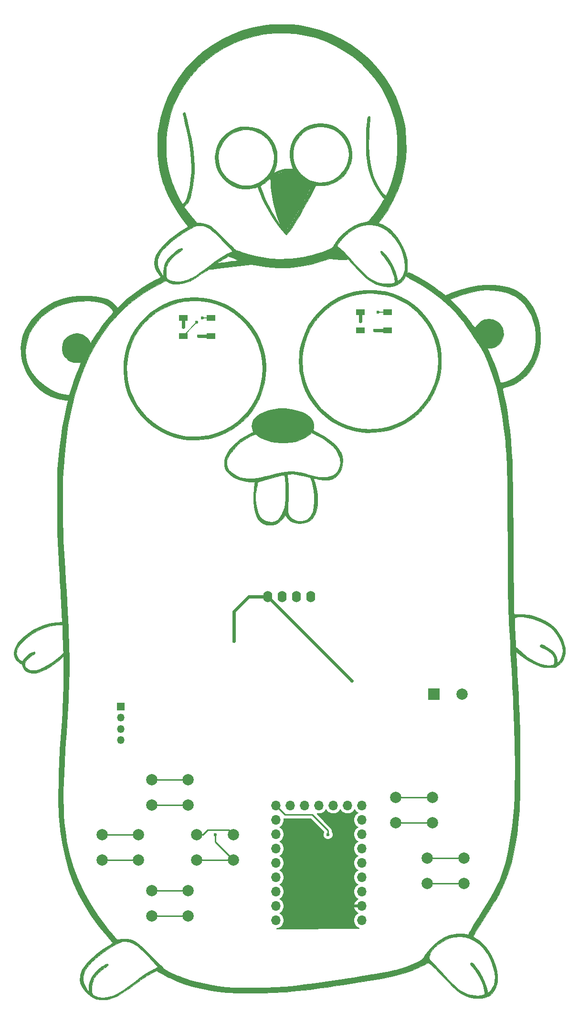
<source format=gbr>
G04 #@! TF.GenerationSoftware,KiCad,Pcbnew,8.0.5-8.0.5-0~ubuntu24.04.1*
G04 #@! TF.CreationDate,2024-10-08T07:52:30+09:00*
G04 #@! TF.ProjectId,gopher_bird_rp2040_sw,676f7068-6572-45f6-9269-72645f727032,rev?*
G04 #@! TF.SameCoordinates,Original*
G04 #@! TF.FileFunction,Copper,L1,Top*
G04 #@! TF.FilePolarity,Positive*
%FSLAX46Y46*%
G04 Gerber Fmt 4.6, Leading zero omitted, Abs format (unit mm)*
G04 Created by KiCad (PCBNEW 8.0.5-8.0.5-0~ubuntu24.04.1) date 2024-10-08 07:52:30*
%MOMM*%
%LPD*%
G01*
G04 APERTURE LIST*
G04 #@! TA.AperFunction,EtchedComponent*
%ADD10C,0.100000*%
G04 #@! TD*
G04 #@! TA.AperFunction,EtchedComponent*
%ADD11C,0.010000*%
G04 #@! TD*
G04 #@! TA.AperFunction,SMDPad,CuDef*
%ADD12R,1.500000X1.000000*%
G04 #@! TD*
G04 #@! TA.AperFunction,ComponentPad*
%ADD13O,1.700000X1.700000*%
G04 #@! TD*
G04 #@! TA.AperFunction,ComponentPad*
%ADD14O,1.600000X2.000000*%
G04 #@! TD*
G04 #@! TA.AperFunction,ComponentPad*
%ADD15C,2.000000*%
G04 #@! TD*
G04 #@! TA.AperFunction,ComponentPad*
%ADD16R,1.350000X1.350000*%
G04 #@! TD*
G04 #@! TA.AperFunction,ComponentPad*
%ADD17O,1.350000X1.350000*%
G04 #@! TD*
G04 #@! TA.AperFunction,ComponentPad*
%ADD18R,2.000000X2.000000*%
G04 #@! TD*
G04 #@! TA.AperFunction,ViaPad*
%ADD19C,0.600000*%
G04 #@! TD*
G04 #@! TA.AperFunction,Conductor*
%ADD20C,0.250000*%
G04 #@! TD*
G04 #@! TA.AperFunction,Conductor*
%ADD21C,0.600000*%
G04 #@! TD*
G04 #@! TA.AperFunction,Conductor*
%ADD22C,0.200000*%
G04 #@! TD*
G04 APERTURE END LIST*
D10*
X112430000Y-44480000D02*
X112870000Y-44690000D01*
X113170000Y-44980000D01*
X113540000Y-45360000D01*
X114150000Y-45850000D01*
X114600000Y-46120000D01*
X115090000Y-46380000D01*
X115640000Y-46630000D01*
X115780000Y-46680000D01*
X115790000Y-46740000D01*
X115780000Y-46860000D01*
X115500000Y-47540000D01*
X114860000Y-48890000D01*
X114280000Y-50010000D01*
X113760000Y-50880000D01*
X113295000Y-51690000D01*
X112585000Y-52900000D01*
X112230000Y-53490000D01*
X112010000Y-53815000D01*
X111790000Y-54105000D01*
X111650000Y-54250000D01*
X111440000Y-54440000D01*
X111260000Y-54500000D01*
X111090000Y-54410000D01*
X110910000Y-54160000D01*
X110520000Y-53310000D01*
X109920000Y-51660000D01*
X109460000Y-49950000D01*
X109220000Y-48590000D01*
X109150000Y-48150000D01*
X108990000Y-46520000D01*
X108940000Y-45530000D01*
X108930000Y-45300000D01*
X109420000Y-44980000D01*
X109880000Y-44760000D01*
X110350000Y-44530000D01*
X110730000Y-44420000D01*
X111310000Y-44350000D01*
X111870000Y-44350000D01*
X112430000Y-44480000D01*
G04 #@! TA.AperFunction,EtchedComponent*
G36*
X112430000Y-44480000D02*
G01*
X112870000Y-44690000D01*
X113170000Y-44980000D01*
X113540000Y-45360000D01*
X114150000Y-45850000D01*
X114600000Y-46120000D01*
X115090000Y-46380000D01*
X115640000Y-46630000D01*
X115780000Y-46680000D01*
X115790000Y-46740000D01*
X115780000Y-46860000D01*
X115500000Y-47540000D01*
X114860000Y-48890000D01*
X114280000Y-50010000D01*
X113760000Y-50880000D01*
X113295000Y-51690000D01*
X112585000Y-52900000D01*
X112230000Y-53490000D01*
X112010000Y-53815000D01*
X111790000Y-54105000D01*
X111650000Y-54250000D01*
X111440000Y-54440000D01*
X111260000Y-54500000D01*
X111090000Y-54410000D01*
X110910000Y-54160000D01*
X110520000Y-53310000D01*
X109920000Y-51660000D01*
X109460000Y-49950000D01*
X109220000Y-48590000D01*
X109150000Y-48150000D01*
X108990000Y-46520000D01*
X108940000Y-45530000D01*
X108930000Y-45300000D01*
X109420000Y-44980000D01*
X109880000Y-44760000D01*
X110350000Y-44530000D01*
X110730000Y-44420000D01*
X111310000Y-44350000D01*
X111870000Y-44350000D01*
X112430000Y-44480000D01*
G37*
G04 #@! TD.AperFunction*
D11*
X96453411Y-66723861D02*
X97896656Y-66971871D01*
X99297058Y-67385916D01*
X100641987Y-67962331D01*
X101918816Y-68697452D01*
X103114913Y-69587614D01*
X104126587Y-70533500D01*
X105123560Y-71697104D01*
X105961916Y-72948403D01*
X106639862Y-74283908D01*
X107155607Y-75700130D01*
X107485322Y-77071487D01*
X107579317Y-77773795D01*
X107630057Y-78589709D01*
X107638238Y-79459597D01*
X107604553Y-80323828D01*
X107529696Y-81122769D01*
X107431202Y-81720306D01*
X107026794Y-83211717D01*
X106468752Y-84615992D01*
X105765461Y-85924506D01*
X104925303Y-87128635D01*
X103956664Y-88219752D01*
X102867926Y-89189233D01*
X101667475Y-90028452D01*
X100363693Y-90728786D01*
X98964965Y-91281608D01*
X97825834Y-91601961D01*
X97142722Y-91727271D01*
X96345418Y-91817442D01*
X95490668Y-91870403D01*
X94635213Y-91884082D01*
X93835799Y-91856406D01*
X93149167Y-91785304D01*
X93085000Y-91775081D01*
X91606842Y-91441802D01*
X90200488Y-90949472D01*
X88876392Y-90307555D01*
X87645009Y-89525517D01*
X86516793Y-88612820D01*
X85502202Y-87578931D01*
X84611688Y-86433311D01*
X83855708Y-85185427D01*
X83244716Y-83844742D01*
X82800694Y-82465417D01*
X82516774Y-81019364D01*
X82404129Y-79546422D01*
X82426267Y-78965799D01*
X82966683Y-78965799D01*
X83010088Y-80368724D01*
X83215624Y-81746864D01*
X83578937Y-83087510D01*
X84095673Y-84377956D01*
X84761478Y-85605492D01*
X85571996Y-86757413D01*
X86522874Y-87821008D01*
X87609757Y-88783572D01*
X88828291Y-89632396D01*
X88991040Y-89730696D01*
X89883258Y-90193185D01*
X90897162Y-90602557D01*
X91976251Y-90939836D01*
X93064021Y-91186046D01*
X93557052Y-91264213D01*
X94183385Y-91316613D01*
X94923660Y-91327394D01*
X95715881Y-91299230D01*
X96498053Y-91234798D01*
X97208178Y-91136773D01*
X97415125Y-91097717D01*
X98824657Y-90721965D01*
X100146609Y-90196130D01*
X101374369Y-89532134D01*
X102501326Y-88741902D01*
X103520872Y-87837358D01*
X104426394Y-86830423D01*
X105211282Y-85733023D01*
X105868926Y-84557081D01*
X106392715Y-83314519D01*
X106776038Y-82017263D01*
X107012285Y-80677234D01*
X107094846Y-79306357D01*
X107017109Y-77916556D01*
X106772464Y-76519753D01*
X106354301Y-75127873D01*
X106320154Y-75035714D01*
X105735598Y-73729487D01*
X104997921Y-72503521D01*
X104121697Y-71371911D01*
X103121497Y-70348756D01*
X102011896Y-69448152D01*
X100807466Y-68684196D01*
X99522782Y-68070986D01*
X98872239Y-67831094D01*
X98250520Y-67636492D01*
X97681512Y-67491739D01*
X97119248Y-67390422D01*
X96517763Y-67326127D01*
X95831091Y-67292439D01*
X95013265Y-67282945D01*
X94944643Y-67283031D01*
X94316775Y-67286431D01*
X93829459Y-67296337D01*
X93441837Y-67316504D01*
X93113051Y-67350688D01*
X92802247Y-67402642D01*
X92468565Y-67476123D01*
X92243720Y-67531269D01*
X90821305Y-67976525D01*
X89482410Y-68574270D01*
X88237892Y-69315183D01*
X87098611Y-70189940D01*
X86075423Y-71189219D01*
X85179185Y-72303700D01*
X84420757Y-73524059D01*
X83852804Y-74735390D01*
X83383687Y-76136424D01*
X83089765Y-77550796D01*
X82966683Y-78965799D01*
X82426267Y-78965799D01*
X82460478Y-78068594D01*
X82683541Y-76607882D01*
X83071039Y-75186287D01*
X83620692Y-73825813D01*
X83716350Y-73629643D01*
X84401851Y-72444497D01*
X85241361Y-71311408D01*
X86209148Y-70257764D01*
X87279478Y-69310952D01*
X88426617Y-68498362D01*
X88685357Y-68341140D01*
X89492697Y-67916398D01*
X90403025Y-67523837D01*
X91337901Y-67194961D01*
X91992909Y-67012686D01*
X93488908Y-66740604D01*
X94979952Y-66645550D01*
X96453411Y-66723861D01*
G04 #@! TA.AperFunction,EtchedComponent*
G36*
X96453411Y-66723861D02*
G01*
X97896656Y-66971871D01*
X99297058Y-67385916D01*
X100641987Y-67962331D01*
X101918816Y-68697452D01*
X103114913Y-69587614D01*
X104126587Y-70533500D01*
X105123560Y-71697104D01*
X105961916Y-72948403D01*
X106639862Y-74283908D01*
X107155607Y-75700130D01*
X107485322Y-77071487D01*
X107579317Y-77773795D01*
X107630057Y-78589709D01*
X107638238Y-79459597D01*
X107604553Y-80323828D01*
X107529696Y-81122769D01*
X107431202Y-81720306D01*
X107026794Y-83211717D01*
X106468752Y-84615992D01*
X105765461Y-85924506D01*
X104925303Y-87128635D01*
X103956664Y-88219752D01*
X102867926Y-89189233D01*
X101667475Y-90028452D01*
X100363693Y-90728786D01*
X98964965Y-91281608D01*
X97825834Y-91601961D01*
X97142722Y-91727271D01*
X96345418Y-91817442D01*
X95490668Y-91870403D01*
X94635213Y-91884082D01*
X93835799Y-91856406D01*
X93149167Y-91785304D01*
X93085000Y-91775081D01*
X91606842Y-91441802D01*
X90200488Y-90949472D01*
X88876392Y-90307555D01*
X87645009Y-89525517D01*
X86516793Y-88612820D01*
X85502202Y-87578931D01*
X84611688Y-86433311D01*
X83855708Y-85185427D01*
X83244716Y-83844742D01*
X82800694Y-82465417D01*
X82516774Y-81019364D01*
X82404129Y-79546422D01*
X82426267Y-78965799D01*
X82966683Y-78965799D01*
X83010088Y-80368724D01*
X83215624Y-81746864D01*
X83578937Y-83087510D01*
X84095673Y-84377956D01*
X84761478Y-85605492D01*
X85571996Y-86757413D01*
X86522874Y-87821008D01*
X87609757Y-88783572D01*
X88828291Y-89632396D01*
X88991040Y-89730696D01*
X89883258Y-90193185D01*
X90897162Y-90602557D01*
X91976251Y-90939836D01*
X93064021Y-91186046D01*
X93557052Y-91264213D01*
X94183385Y-91316613D01*
X94923660Y-91327394D01*
X95715881Y-91299230D01*
X96498053Y-91234798D01*
X97208178Y-91136773D01*
X97415125Y-91097717D01*
X98824657Y-90721965D01*
X100146609Y-90196130D01*
X101374369Y-89532134D01*
X102501326Y-88741902D01*
X103520872Y-87837358D01*
X104426394Y-86830423D01*
X105211282Y-85733023D01*
X105868926Y-84557081D01*
X106392715Y-83314519D01*
X106776038Y-82017263D01*
X107012285Y-80677234D01*
X107094846Y-79306357D01*
X107017109Y-77916556D01*
X106772464Y-76519753D01*
X106354301Y-75127873D01*
X106320154Y-75035714D01*
X105735598Y-73729487D01*
X104997921Y-72503521D01*
X104121697Y-71371911D01*
X103121497Y-70348756D01*
X102011896Y-69448152D01*
X100807466Y-68684196D01*
X99522782Y-68070986D01*
X98872239Y-67831094D01*
X98250520Y-67636492D01*
X97681512Y-67491739D01*
X97119248Y-67390422D01*
X96517763Y-67326127D01*
X95831091Y-67292439D01*
X95013265Y-67282945D01*
X94944643Y-67283031D01*
X94316775Y-67286431D01*
X93829459Y-67296337D01*
X93441837Y-67316504D01*
X93113051Y-67350688D01*
X92802247Y-67402642D01*
X92468565Y-67476123D01*
X92243720Y-67531269D01*
X90821305Y-67976525D01*
X89482410Y-68574270D01*
X88237892Y-69315183D01*
X87098611Y-70189940D01*
X86075423Y-71189219D01*
X85179185Y-72303700D01*
X84420757Y-73524059D01*
X83852804Y-74735390D01*
X83383687Y-76136424D01*
X83089765Y-77550796D01*
X82966683Y-78965799D01*
X82426267Y-78965799D01*
X82460478Y-78068594D01*
X82683541Y-76607882D01*
X83071039Y-75186287D01*
X83620692Y-73825813D01*
X83716350Y-73629643D01*
X84401851Y-72444497D01*
X85241361Y-71311408D01*
X86209148Y-70257764D01*
X87279478Y-69310952D01*
X88426617Y-68498362D01*
X88685357Y-68341140D01*
X89492697Y-67916398D01*
X90403025Y-67523837D01*
X91337901Y-67194961D01*
X91992909Y-67012686D01*
X93488908Y-66740604D01*
X94979952Y-66645550D01*
X96453411Y-66723861D01*
G37*
G04 #@! TD.AperFunction*
X126970732Y-65386169D02*
X127787621Y-65445556D01*
X128504880Y-65542753D01*
X128735714Y-65588576D01*
X130223522Y-66001275D01*
X131606860Y-66560651D01*
X132893854Y-67271121D01*
X134092625Y-68137096D01*
X135092010Y-69042275D01*
X136106896Y-70178810D01*
X136962000Y-71400014D01*
X137659380Y-72709680D01*
X138201097Y-74111603D01*
X138545905Y-75402502D01*
X138625635Y-75801595D01*
X138682213Y-76175371D01*
X138719209Y-76569110D01*
X138740191Y-77028092D01*
X138748729Y-77597597D01*
X138749402Y-77983929D01*
X138723536Y-79040409D01*
X138641065Y-79972112D01*
X138490393Y-80830017D01*
X138259925Y-81665102D01*
X137938063Y-82528347D01*
X137513211Y-83470732D01*
X137490673Y-83517500D01*
X136766035Y-84811959D01*
X135896806Y-86005060D01*
X134895813Y-87085644D01*
X133775884Y-88042548D01*
X132549846Y-88864613D01*
X131230527Y-89540677D01*
X130051071Y-89990346D01*
X129019890Y-90266329D01*
X127899171Y-90463378D01*
X126751839Y-90574859D01*
X125640815Y-90594137D01*
X124835000Y-90540353D01*
X123341749Y-90286063D01*
X121916852Y-89868985D01*
X120569752Y-89297931D01*
X119309893Y-88581711D01*
X118146717Y-87729137D01*
X117089669Y-86749019D01*
X116148191Y-85650168D01*
X115331728Y-84441396D01*
X114649722Y-83131512D01*
X114111617Y-81729328D01*
X113726857Y-80243655D01*
X113710598Y-80161072D01*
X113620801Y-79524081D01*
X113567547Y-78767465D01*
X113555331Y-78168958D01*
X114136218Y-78168958D01*
X114165309Y-78983401D01*
X114231552Y-79720149D01*
X114277247Y-80031693D01*
X114612055Y-81458658D01*
X115114475Y-82818059D01*
X115781421Y-84103805D01*
X116609809Y-85309805D01*
X117432552Y-86261363D01*
X118509999Y-87274934D01*
X119653534Y-88124492D01*
X120876144Y-88817008D01*
X122190818Y-89359455D01*
X123610543Y-89758804D01*
X124154643Y-89869767D01*
X124652141Y-89934698D01*
X125275439Y-89975441D01*
X125970535Y-89992040D01*
X126683426Y-89984544D01*
X127360109Y-89952999D01*
X127946582Y-89897450D01*
X128156867Y-89866318D01*
X129577740Y-89534889D01*
X130930813Y-89042050D01*
X132204698Y-88398372D01*
X133388004Y-87614428D01*
X134469341Y-86700790D01*
X135437319Y-85668030D01*
X136280548Y-84526720D01*
X136987639Y-83287432D01*
X137547201Y-81960738D01*
X137881980Y-80839478D01*
X138142342Y-79413067D01*
X138227920Y-77984848D01*
X138144352Y-76569383D01*
X137897277Y-75181236D01*
X137492331Y-73834971D01*
X136935154Y-72545151D01*
X136231384Y-71326339D01*
X135386658Y-70193099D01*
X134406614Y-69159995D01*
X133296891Y-68241589D01*
X132896537Y-67961718D01*
X131671832Y-67230270D01*
X130430229Y-66668766D01*
X129148390Y-66270233D01*
X127802976Y-66027698D01*
X126370649Y-65934188D01*
X126105000Y-65932637D01*
X124900613Y-65979743D01*
X123803700Y-66123141D01*
X122761055Y-66375712D01*
X121719476Y-66750337D01*
X120628101Y-67258702D01*
X119389575Y-67991575D01*
X118254370Y-68865864D01*
X117233247Y-69866944D01*
X116336963Y-70980193D01*
X115576277Y-72190986D01*
X114961948Y-73484699D01*
X114504735Y-74846709D01*
X114272569Y-75897500D01*
X114189775Y-76562202D01*
X114144349Y-77340623D01*
X114136218Y-78168958D01*
X113555331Y-78168958D01*
X113550847Y-77949309D01*
X113570709Y-77127699D01*
X113627143Y-76360721D01*
X113709887Y-75761429D01*
X114065402Y-74294189D01*
X114580345Y-72902821D01*
X115245266Y-71596886D01*
X116050717Y-70385946D01*
X116987248Y-69279563D01*
X118045411Y-68287299D01*
X119215757Y-67418716D01*
X120488836Y-66683376D01*
X121855199Y-66090839D01*
X123305398Y-65650669D01*
X123812658Y-65538070D01*
X124475175Y-65440543D01*
X125259219Y-65383095D01*
X126109501Y-65365159D01*
X126970732Y-65386169D01*
G04 #@! TA.AperFunction,EtchedComponent*
G36*
X126970732Y-65386169D02*
G01*
X127787621Y-65445556D01*
X128504880Y-65542753D01*
X128735714Y-65588576D01*
X130223522Y-66001275D01*
X131606860Y-66560651D01*
X132893854Y-67271121D01*
X134092625Y-68137096D01*
X135092010Y-69042275D01*
X136106896Y-70178810D01*
X136962000Y-71400014D01*
X137659380Y-72709680D01*
X138201097Y-74111603D01*
X138545905Y-75402502D01*
X138625635Y-75801595D01*
X138682213Y-76175371D01*
X138719209Y-76569110D01*
X138740191Y-77028092D01*
X138748729Y-77597597D01*
X138749402Y-77983929D01*
X138723536Y-79040409D01*
X138641065Y-79972112D01*
X138490393Y-80830017D01*
X138259925Y-81665102D01*
X137938063Y-82528347D01*
X137513211Y-83470732D01*
X137490673Y-83517500D01*
X136766035Y-84811959D01*
X135896806Y-86005060D01*
X134895813Y-87085644D01*
X133775884Y-88042548D01*
X132549846Y-88864613D01*
X131230527Y-89540677D01*
X130051071Y-89990346D01*
X129019890Y-90266329D01*
X127899171Y-90463378D01*
X126751839Y-90574859D01*
X125640815Y-90594137D01*
X124835000Y-90540353D01*
X123341749Y-90286063D01*
X121916852Y-89868985D01*
X120569752Y-89297931D01*
X119309893Y-88581711D01*
X118146717Y-87729137D01*
X117089669Y-86749019D01*
X116148191Y-85650168D01*
X115331728Y-84441396D01*
X114649722Y-83131512D01*
X114111617Y-81729328D01*
X113726857Y-80243655D01*
X113710598Y-80161072D01*
X113620801Y-79524081D01*
X113567547Y-78767465D01*
X113555331Y-78168958D01*
X114136218Y-78168958D01*
X114165309Y-78983401D01*
X114231552Y-79720149D01*
X114277247Y-80031693D01*
X114612055Y-81458658D01*
X115114475Y-82818059D01*
X115781421Y-84103805D01*
X116609809Y-85309805D01*
X117432552Y-86261363D01*
X118509999Y-87274934D01*
X119653534Y-88124492D01*
X120876144Y-88817008D01*
X122190818Y-89359455D01*
X123610543Y-89758804D01*
X124154643Y-89869767D01*
X124652141Y-89934698D01*
X125275439Y-89975441D01*
X125970535Y-89992040D01*
X126683426Y-89984544D01*
X127360109Y-89952999D01*
X127946582Y-89897450D01*
X128156867Y-89866318D01*
X129577740Y-89534889D01*
X130930813Y-89042050D01*
X132204698Y-88398372D01*
X133388004Y-87614428D01*
X134469341Y-86700790D01*
X135437319Y-85668030D01*
X136280548Y-84526720D01*
X136987639Y-83287432D01*
X137547201Y-81960738D01*
X137881980Y-80839478D01*
X138142342Y-79413067D01*
X138227920Y-77984848D01*
X138144352Y-76569383D01*
X137897277Y-75181236D01*
X137492331Y-73834971D01*
X136935154Y-72545151D01*
X136231384Y-71326339D01*
X135386658Y-70193099D01*
X134406614Y-69159995D01*
X133296891Y-68241589D01*
X132896537Y-67961718D01*
X131671832Y-67230270D01*
X130430229Y-66668766D01*
X129148390Y-66270233D01*
X127802976Y-66027698D01*
X126370649Y-65934188D01*
X126105000Y-65932637D01*
X124900613Y-65979743D01*
X123803700Y-66123141D01*
X122761055Y-66375712D01*
X121719476Y-66750337D01*
X120628101Y-67258702D01*
X119389575Y-67991575D01*
X118254370Y-68865864D01*
X117233247Y-69866944D01*
X116336963Y-70980193D01*
X115576277Y-72190986D01*
X114961948Y-73484699D01*
X114504735Y-74846709D01*
X114272569Y-75897500D01*
X114189775Y-76562202D01*
X114144349Y-77340623D01*
X114136218Y-78168958D01*
X113555331Y-78168958D01*
X113550847Y-77949309D01*
X113570709Y-77127699D01*
X113627143Y-76360721D01*
X113709887Y-75761429D01*
X114065402Y-74294189D01*
X114580345Y-72902821D01*
X115245266Y-71596886D01*
X116050717Y-70385946D01*
X116987248Y-69279563D01*
X118045411Y-68287299D01*
X119215757Y-67418716D01*
X120488836Y-66683376D01*
X121855199Y-66090839D01*
X123305398Y-65650669D01*
X123812658Y-65538070D01*
X124475175Y-65440543D01*
X125259219Y-65383095D01*
X126109501Y-65365159D01*
X126970732Y-65386169D01*
G37*
G04 #@! TD.AperFunction*
X111652145Y-86368399D02*
X112618564Y-86526755D01*
X113515570Y-86771399D01*
X114317853Y-87091798D01*
X115000106Y-87477419D01*
X115537020Y-87917730D01*
X115639033Y-88027617D01*
X115991330Y-88546109D01*
X116165473Y-89096764D01*
X116162976Y-89686534D01*
X116080212Y-90052513D01*
X116075025Y-90142489D01*
X116133809Y-90233212D01*
X116281623Y-90343205D01*
X116543526Y-90490987D01*
X116944579Y-90695081D01*
X116959948Y-90702728D01*
X118086012Y-91316157D01*
X119048585Y-91954115D01*
X119843341Y-92612977D01*
X120465951Y-93289118D01*
X120912089Y-93978914D01*
X120941806Y-94038205D01*
X121206710Y-94781316D01*
X121303214Y-95570450D01*
X121229567Y-96379908D01*
X121128737Y-96783092D01*
X120845020Y-97505750D01*
X120474663Y-98081579D01*
X120010398Y-98514119D01*
X119444962Y-98806911D01*
X118771089Y-98963496D01*
X117981515Y-98987415D01*
X117068974Y-98882210D01*
X116889120Y-98849455D01*
X116556805Y-98788917D01*
X116302832Y-98748403D01*
X116171283Y-98734770D01*
X116162585Y-98736462D01*
X116176143Y-98827133D01*
X116231086Y-99050403D01*
X116316971Y-99365001D01*
X116357082Y-99505206D01*
X116618947Y-100576186D01*
X116777401Y-101608259D01*
X116834524Y-102585160D01*
X116792395Y-103490625D01*
X116653094Y-104308390D01*
X116418701Y-105022189D01*
X116091296Y-105615759D01*
X115672959Y-106072836D01*
X115500930Y-106200551D01*
X114935455Y-106487108D01*
X114316260Y-106651409D01*
X113675080Y-106698716D01*
X113043649Y-106634293D01*
X112453699Y-106463401D01*
X111936963Y-106191303D01*
X111525176Y-105823261D01*
X111313699Y-105506164D01*
X111129073Y-105144267D01*
X110771614Y-105679566D01*
X110326174Y-106223105D01*
X109813413Y-106608904D01*
X109271906Y-106837294D01*
X108788319Y-106934289D01*
X108258352Y-106962797D01*
X107750428Y-106924188D01*
X107332971Y-106819831D01*
X107279772Y-106797409D01*
X106779535Y-106472472D01*
X106353882Y-105993705D01*
X106005750Y-105373958D01*
X105738073Y-104626083D01*
X105553787Y-103762930D01*
X105455826Y-102797350D01*
X105452653Y-102412358D01*
X105816389Y-102412358D01*
X105883918Y-103190634D01*
X106025705Y-103956872D01*
X106231826Y-104663281D01*
X106492359Y-105262071D01*
X106624997Y-105484116D01*
X107005455Y-105898665D01*
X107497226Y-106204178D01*
X108058235Y-106388520D01*
X108646410Y-106439555D01*
X109219678Y-106345144D01*
X109392568Y-106282456D01*
X109726162Y-106107369D01*
X109998297Y-105870344D01*
X110246072Y-105531565D01*
X110468167Y-105128072D01*
X110737658Y-104520149D01*
X110935582Y-103888703D01*
X111069354Y-103195402D01*
X111146389Y-102401916D01*
X111174049Y-101478929D01*
X111170999Y-100799092D01*
X111155105Y-100141626D01*
X111128164Y-99534184D01*
X111091973Y-99004419D01*
X111048327Y-98579983D01*
X110999024Y-98288530D01*
X110959345Y-98173732D01*
X110894357Y-98137799D01*
X110750258Y-98139113D01*
X110504721Y-98181767D01*
X110135421Y-98269855D01*
X109620030Y-98407470D01*
X109492481Y-98442675D01*
X108923245Y-98598495D01*
X108327585Y-98758262D01*
X107766517Y-98905811D01*
X107301058Y-99024980D01*
X107191071Y-99052316D01*
X106806189Y-99154775D01*
X106489423Y-99253624D01*
X106281225Y-99335397D01*
X106221973Y-99374897D01*
X106172030Y-99522847D01*
X106107773Y-99809213D01*
X106036277Y-100192243D01*
X105964617Y-100630191D01*
X105899870Y-101081305D01*
X105849110Y-101503838D01*
X105833039Y-101669833D01*
X105816389Y-102412358D01*
X105452653Y-102412358D01*
X105447127Y-101742194D01*
X105530623Y-100610313D01*
X105658685Y-99699923D01*
X105713934Y-99372346D01*
X104819645Y-99322527D01*
X103766961Y-99198774D01*
X102839215Y-98949576D01*
X102026727Y-98571115D01*
X101319815Y-98059574D01*
X101105164Y-97858027D01*
X100680720Y-97369081D01*
X100411901Y-96887530D01*
X100280839Y-96367708D01*
X100276819Y-96150500D01*
X100706402Y-96150500D01*
X100796147Y-96684098D01*
X100883312Y-96891750D01*
X101153586Y-97271427D01*
X101561388Y-97656301D01*
X102065655Y-98019612D01*
X102625322Y-98334603D01*
X103199327Y-98574514D01*
X103653214Y-98696696D01*
X104463036Y-98783050D01*
X105372577Y-98760466D01*
X106170495Y-98659562D01*
X106535020Y-98589497D01*
X107028172Y-98483590D01*
X107603201Y-98352467D01*
X108213357Y-98206751D01*
X108733214Y-98077184D01*
X109021156Y-98006680D01*
X111451675Y-98006680D01*
X111572467Y-99153161D01*
X111619360Y-99784698D01*
X111644643Y-100554917D01*
X111648552Y-101422393D01*
X111631327Y-102345700D01*
X111593204Y-103283413D01*
X111544292Y-104064286D01*
X111548378Y-104630395D01*
X111637533Y-105022757D01*
X111899222Y-105479859D01*
X112295285Y-105851851D01*
X112793421Y-106125284D01*
X113361327Y-106286710D01*
X113966703Y-106322682D01*
X114538928Y-106230679D01*
X114920218Y-106046926D01*
X115301334Y-105727030D01*
X115643316Y-105312079D01*
X115907205Y-104843164D01*
X115947911Y-104744643D01*
X116032765Y-104501138D01*
X116094188Y-104252369D01*
X116137211Y-103958873D01*
X116166868Y-103581185D01*
X116188193Y-103079842D01*
X116196659Y-102794286D01*
X116195965Y-101753076D01*
X116129338Y-100837422D01*
X115991271Y-100001809D01*
X115776256Y-99200723D01*
X115753248Y-99129694D01*
X115560080Y-98541265D01*
X114585684Y-98308278D01*
X113708851Y-98119019D01*
X112946427Y-97996628D01*
X112316021Y-97943375D01*
X111866758Y-97957519D01*
X111451675Y-98006680D01*
X109021156Y-98006680D01*
X109690283Y-97842841D01*
X110510983Y-97667979D01*
X111230271Y-97552389D01*
X111883105Y-97495857D01*
X112504442Y-97498173D01*
X113129240Y-97559126D01*
X113792457Y-97678505D01*
X114529052Y-97856098D01*
X115188488Y-98038179D01*
X116198150Y-98299204D01*
X117074663Y-98461997D01*
X117837498Y-98526425D01*
X118506126Y-98492353D01*
X119100018Y-98359648D01*
X119638645Y-98128176D01*
X119845714Y-98006166D01*
X120259983Y-97639395D01*
X120570298Y-97149404D01*
X120766399Y-96568336D01*
X120838030Y-95928333D01*
X120774929Y-95261538D01*
X120753430Y-95162139D01*
X120495655Y-94400633D01*
X120084317Y-93683281D01*
X119514028Y-93004641D01*
X118779403Y-92359273D01*
X117875056Y-91741734D01*
X116795601Y-91146584D01*
X116761832Y-91129705D01*
X115757126Y-90628826D01*
X115332515Y-91002583D01*
X114790223Y-91394729D01*
X114110666Y-91749069D01*
X113337180Y-92045108D01*
X112811688Y-92194804D01*
X112048213Y-92331335D01*
X111180622Y-92399693D01*
X110272705Y-92400431D01*
X109388255Y-92334101D01*
X108591062Y-92201259D01*
X108408642Y-92156604D01*
X107675759Y-91928329D01*
X107013356Y-91654771D01*
X106462715Y-91354627D01*
X106170958Y-91143018D01*
X105968146Y-90993984D01*
X105810148Y-90914681D01*
X105785271Y-90910714D01*
X105616922Y-90954084D01*
X105332429Y-91070851D01*
X104971180Y-91240998D01*
X104572565Y-91444510D01*
X104175973Y-91661370D01*
X103820792Y-91871564D01*
X103576695Y-92033023D01*
X103172691Y-92355373D01*
X102713568Y-92773584D01*
X102244623Y-93241618D01*
X101811152Y-93713433D01*
X101458453Y-94142990D01*
X101342412Y-94303966D01*
X100983447Y-94938384D01*
X100770139Y-95561245D01*
X100706402Y-96150500D01*
X100276819Y-96150500D01*
X100269663Y-95763952D01*
X100272047Y-95729116D01*
X100403621Y-95076549D01*
X100697189Y-94398496D01*
X101138196Y-93711271D01*
X101712090Y-93031187D01*
X102404317Y-92374559D01*
X103200323Y-91757702D01*
X104085554Y-91196929D01*
X104529314Y-90956858D01*
X104881929Y-90775075D01*
X105169619Y-90624831D01*
X105357154Y-90524643D01*
X105410820Y-90493546D01*
X105401112Y-90400273D01*
X105336785Y-90199020D01*
X105297427Y-90096214D01*
X105158833Y-89532426D01*
X105200564Y-88983729D01*
X105422817Y-88449452D01*
X105825787Y-87928925D01*
X105975025Y-87781808D01*
X106570599Y-87332926D01*
X107305609Y-86956282D01*
X108150017Y-86659358D01*
X109073783Y-86449630D01*
X110046866Y-86334579D01*
X111039227Y-86321683D01*
X111652145Y-86368399D01*
G04 #@! TA.AperFunction,EtchedComponent*
G36*
X111652145Y-86368399D02*
G01*
X112618564Y-86526755D01*
X113515570Y-86771399D01*
X114317853Y-87091798D01*
X115000106Y-87477419D01*
X115537020Y-87917730D01*
X115639033Y-88027617D01*
X115991330Y-88546109D01*
X116165473Y-89096764D01*
X116162976Y-89686534D01*
X116080212Y-90052513D01*
X116075025Y-90142489D01*
X116133809Y-90233212D01*
X116281623Y-90343205D01*
X116543526Y-90490987D01*
X116944579Y-90695081D01*
X116959948Y-90702728D01*
X118086012Y-91316157D01*
X119048585Y-91954115D01*
X119843341Y-92612977D01*
X120465951Y-93289118D01*
X120912089Y-93978914D01*
X120941806Y-94038205D01*
X121206710Y-94781316D01*
X121303214Y-95570450D01*
X121229567Y-96379908D01*
X121128737Y-96783092D01*
X120845020Y-97505750D01*
X120474663Y-98081579D01*
X120010398Y-98514119D01*
X119444962Y-98806911D01*
X118771089Y-98963496D01*
X117981515Y-98987415D01*
X117068974Y-98882210D01*
X116889120Y-98849455D01*
X116556805Y-98788917D01*
X116302832Y-98748403D01*
X116171283Y-98734770D01*
X116162585Y-98736462D01*
X116176143Y-98827133D01*
X116231086Y-99050403D01*
X116316971Y-99365001D01*
X116357082Y-99505206D01*
X116618947Y-100576186D01*
X116777401Y-101608259D01*
X116834524Y-102585160D01*
X116792395Y-103490625D01*
X116653094Y-104308390D01*
X116418701Y-105022189D01*
X116091296Y-105615759D01*
X115672959Y-106072836D01*
X115500930Y-106200551D01*
X114935455Y-106487108D01*
X114316260Y-106651409D01*
X113675080Y-106698716D01*
X113043649Y-106634293D01*
X112453699Y-106463401D01*
X111936963Y-106191303D01*
X111525176Y-105823261D01*
X111313699Y-105506164D01*
X111129073Y-105144267D01*
X110771614Y-105679566D01*
X110326174Y-106223105D01*
X109813413Y-106608904D01*
X109271906Y-106837294D01*
X108788319Y-106934289D01*
X108258352Y-106962797D01*
X107750428Y-106924188D01*
X107332971Y-106819831D01*
X107279772Y-106797409D01*
X106779535Y-106472472D01*
X106353882Y-105993705D01*
X106005750Y-105373958D01*
X105738073Y-104626083D01*
X105553787Y-103762930D01*
X105455826Y-102797350D01*
X105452653Y-102412358D01*
X105816389Y-102412358D01*
X105883918Y-103190634D01*
X106025705Y-103956872D01*
X106231826Y-104663281D01*
X106492359Y-105262071D01*
X106624997Y-105484116D01*
X107005455Y-105898665D01*
X107497226Y-106204178D01*
X108058235Y-106388520D01*
X108646410Y-106439555D01*
X109219678Y-106345144D01*
X109392568Y-106282456D01*
X109726162Y-106107369D01*
X109998297Y-105870344D01*
X110246072Y-105531565D01*
X110468167Y-105128072D01*
X110737658Y-104520149D01*
X110935582Y-103888703D01*
X111069354Y-103195402D01*
X111146389Y-102401916D01*
X111174049Y-101478929D01*
X111170999Y-100799092D01*
X111155105Y-100141626D01*
X111128164Y-99534184D01*
X111091973Y-99004419D01*
X111048327Y-98579983D01*
X110999024Y-98288530D01*
X110959345Y-98173732D01*
X110894357Y-98137799D01*
X110750258Y-98139113D01*
X110504721Y-98181767D01*
X110135421Y-98269855D01*
X109620030Y-98407470D01*
X109492481Y-98442675D01*
X108923245Y-98598495D01*
X108327585Y-98758262D01*
X107766517Y-98905811D01*
X107301058Y-99024980D01*
X107191071Y-99052316D01*
X106806189Y-99154775D01*
X106489423Y-99253624D01*
X106281225Y-99335397D01*
X106221973Y-99374897D01*
X106172030Y-99522847D01*
X106107773Y-99809213D01*
X106036277Y-100192243D01*
X105964617Y-100630191D01*
X105899870Y-101081305D01*
X105849110Y-101503838D01*
X105833039Y-101669833D01*
X105816389Y-102412358D01*
X105452653Y-102412358D01*
X105447127Y-101742194D01*
X105530623Y-100610313D01*
X105658685Y-99699923D01*
X105713934Y-99372346D01*
X104819645Y-99322527D01*
X103766961Y-99198774D01*
X102839215Y-98949576D01*
X102026727Y-98571115D01*
X101319815Y-98059574D01*
X101105164Y-97858027D01*
X100680720Y-97369081D01*
X100411901Y-96887530D01*
X100280839Y-96367708D01*
X100276819Y-96150500D01*
X100706402Y-96150500D01*
X100796147Y-96684098D01*
X100883312Y-96891750D01*
X101153586Y-97271427D01*
X101561388Y-97656301D01*
X102065655Y-98019612D01*
X102625322Y-98334603D01*
X103199327Y-98574514D01*
X103653214Y-98696696D01*
X104463036Y-98783050D01*
X105372577Y-98760466D01*
X106170495Y-98659562D01*
X106535020Y-98589497D01*
X107028172Y-98483590D01*
X107603201Y-98352467D01*
X108213357Y-98206751D01*
X108733214Y-98077184D01*
X109021156Y-98006680D01*
X111451675Y-98006680D01*
X111572467Y-99153161D01*
X111619360Y-99784698D01*
X111644643Y-100554917D01*
X111648552Y-101422393D01*
X111631327Y-102345700D01*
X111593204Y-103283413D01*
X111544292Y-104064286D01*
X111548378Y-104630395D01*
X111637533Y-105022757D01*
X111899222Y-105479859D01*
X112295285Y-105851851D01*
X112793421Y-106125284D01*
X113361327Y-106286710D01*
X113966703Y-106322682D01*
X114538928Y-106230679D01*
X114920218Y-106046926D01*
X115301334Y-105727030D01*
X115643316Y-105312079D01*
X115907205Y-104843164D01*
X115947911Y-104744643D01*
X116032765Y-104501138D01*
X116094188Y-104252369D01*
X116137211Y-103958873D01*
X116166868Y-103581185D01*
X116188193Y-103079842D01*
X116196659Y-102794286D01*
X116195965Y-101753076D01*
X116129338Y-100837422D01*
X115991271Y-100001809D01*
X115776256Y-99200723D01*
X115753248Y-99129694D01*
X115560080Y-98541265D01*
X114585684Y-98308278D01*
X113708851Y-98119019D01*
X112946427Y-97996628D01*
X112316021Y-97943375D01*
X111866758Y-97957519D01*
X111451675Y-98006680D01*
X109021156Y-98006680D01*
X109690283Y-97842841D01*
X110510983Y-97667979D01*
X111230271Y-97552389D01*
X111883105Y-97495857D01*
X112504442Y-97498173D01*
X113129240Y-97559126D01*
X113792457Y-97678505D01*
X114529052Y-97856098D01*
X115188488Y-98038179D01*
X116198150Y-98299204D01*
X117074663Y-98461997D01*
X117837498Y-98526425D01*
X118506126Y-98492353D01*
X119100018Y-98359648D01*
X119638645Y-98128176D01*
X119845714Y-98006166D01*
X120259983Y-97639395D01*
X120570298Y-97149404D01*
X120766399Y-96568336D01*
X120838030Y-95928333D01*
X120774929Y-95261538D01*
X120753430Y-95162139D01*
X120495655Y-94400633D01*
X120084317Y-93683281D01*
X119514028Y-93004641D01*
X118779403Y-92359273D01*
X117875056Y-91741734D01*
X116795601Y-91146584D01*
X116761832Y-91129705D01*
X115757126Y-90628826D01*
X115332515Y-91002583D01*
X114790223Y-91394729D01*
X114110666Y-91749069D01*
X113337180Y-92045108D01*
X112811688Y-92194804D01*
X112048213Y-92331335D01*
X111180622Y-92399693D01*
X110272705Y-92400431D01*
X109388255Y-92334101D01*
X108591062Y-92201259D01*
X108408642Y-92156604D01*
X107675759Y-91928329D01*
X107013356Y-91654771D01*
X106462715Y-91354627D01*
X106170958Y-91143018D01*
X105968146Y-90993984D01*
X105810148Y-90914681D01*
X105785271Y-90910714D01*
X105616922Y-90954084D01*
X105332429Y-91070851D01*
X104971180Y-91240998D01*
X104572565Y-91444510D01*
X104175973Y-91661370D01*
X103820792Y-91871564D01*
X103576695Y-92033023D01*
X103172691Y-92355373D01*
X102713568Y-92773584D01*
X102244623Y-93241618D01*
X101811152Y-93713433D01*
X101458453Y-94142990D01*
X101342412Y-94303966D01*
X100983447Y-94938384D01*
X100770139Y-95561245D01*
X100706402Y-96150500D01*
X100276819Y-96150500D01*
X100269663Y-95763952D01*
X100272047Y-95729116D01*
X100403621Y-95076549D01*
X100697189Y-94398496D01*
X101138196Y-93711271D01*
X101712090Y-93031187D01*
X102404317Y-92374559D01*
X103200323Y-91757702D01*
X104085554Y-91196929D01*
X104529314Y-90956858D01*
X104881929Y-90775075D01*
X105169619Y-90624831D01*
X105357154Y-90524643D01*
X105410820Y-90493546D01*
X105401112Y-90400273D01*
X105336785Y-90199020D01*
X105297427Y-90096214D01*
X105158833Y-89532426D01*
X105200564Y-88983729D01*
X105422817Y-88449452D01*
X105825787Y-87928925D01*
X105975025Y-87781808D01*
X106570599Y-87332926D01*
X107305609Y-86956282D01*
X108150017Y-86659358D01*
X109073783Y-86449630D01*
X110046866Y-86334579D01*
X111039227Y-86321683D01*
X111652145Y-86368399D01*
G37*
G04 #@! TD.AperFunction*
X118398821Y-35928818D02*
X119326066Y-36175244D01*
X120183203Y-36588520D01*
X120975270Y-37170748D01*
X121296034Y-37472491D01*
X121871464Y-38124025D01*
X122299942Y-38786404D01*
X122611328Y-39511160D01*
X122750799Y-39983352D01*
X122913228Y-40971998D01*
X122897658Y-41952988D01*
X122707353Y-42910884D01*
X122345577Y-43830249D01*
X121815591Y-44695645D01*
X121730989Y-44807944D01*
X121108542Y-45471924D01*
X120363950Y-46026654D01*
X119529950Y-46457370D01*
X118639283Y-46749304D01*
X117724685Y-46887690D01*
X117120221Y-46887508D01*
X116435800Y-46843279D01*
X115514832Y-48670390D01*
X115032357Y-49609651D01*
X114543656Y-50527529D01*
X114057335Y-51410113D01*
X113582000Y-52243490D01*
X113126258Y-53013748D01*
X112698713Y-53706975D01*
X112307974Y-54309259D01*
X111962646Y-54806687D01*
X111671335Y-55185347D01*
X111442647Y-55431327D01*
X111285189Y-55530715D01*
X111270086Y-55532143D01*
X111167002Y-55465661D01*
X110978204Y-55284686D01*
X110730649Y-55016928D01*
X110453720Y-54693036D01*
X109656284Y-53659186D01*
X108878198Y-52522419D01*
X108145490Y-51327119D01*
X107484182Y-50117667D01*
X106920301Y-48938449D01*
X106557407Y-48048214D01*
X106417756Y-47675370D01*
X106302126Y-47372352D01*
X106224425Y-47175250D01*
X106199071Y-47118231D01*
X106108479Y-47129827D01*
X105899486Y-47184332D01*
X105731921Y-47234471D01*
X105423331Y-47307707D01*
X105013298Y-47374703D01*
X104581694Y-47422804D01*
X104507365Y-47428515D01*
X103544001Y-47411465D01*
X102629105Y-47231672D01*
X101968592Y-46978291D01*
X106692305Y-46978291D01*
X106726909Y-47128694D01*
X106821687Y-47410215D01*
X106962760Y-47788348D01*
X107136246Y-48228583D01*
X107328267Y-48696412D01*
X107524944Y-49157328D01*
X107712396Y-49576821D01*
X107871254Y-49909461D01*
X108085480Y-50323513D01*
X108339253Y-50793041D01*
X108618512Y-51294249D01*
X108909192Y-51803343D01*
X109197232Y-52296529D01*
X109468568Y-52750011D01*
X109709137Y-53139996D01*
X109904877Y-53442687D01*
X110041725Y-53634292D01*
X110105618Y-53691014D01*
X110105983Y-53690683D01*
X110095106Y-53593314D01*
X110025776Y-53385884D01*
X109963341Y-53231724D01*
X109685619Y-52502617D01*
X109416979Y-51646750D01*
X109166558Y-50707140D01*
X108943494Y-49726803D01*
X108756924Y-48748757D01*
X108615984Y-47816017D01*
X108529812Y-46971600D01*
X108506428Y-46372773D01*
X108498724Y-45971709D01*
X108463386Y-45738043D01*
X108382074Y-45657986D01*
X108236448Y-45717744D01*
X108008168Y-45903528D01*
X107950685Y-45954860D01*
X107638147Y-46217844D01*
X107302544Y-46473151D01*
X107098675Y-46612301D01*
X106869894Y-46775938D01*
X106722489Y-46918041D01*
X106692305Y-46978291D01*
X101968592Y-46978291D01*
X101775876Y-46904363D01*
X100997512Y-46444761D01*
X100307212Y-45868092D01*
X99718174Y-45189582D01*
X99243597Y-44424454D01*
X98896679Y-43587935D01*
X98690618Y-42695249D01*
X98639862Y-41784020D01*
X99218399Y-41784020D01*
X99267271Y-42635188D01*
X99464272Y-43472802D01*
X99812525Y-44276312D01*
X100315155Y-45025171D01*
X100664682Y-45412460D01*
X101388623Y-46010132D01*
X102216126Y-46466900D01*
X103123057Y-46770741D01*
X103562500Y-46856183D01*
X103918249Y-46877983D01*
X104376791Y-46862636D01*
X104864750Y-46816357D01*
X105308749Y-46745363D01*
X105539762Y-46688683D01*
X106387456Y-46343093D01*
X107150311Y-45853561D01*
X107748180Y-45300540D01*
X108933330Y-45300540D01*
X108989386Y-46402235D01*
X109158886Y-48229397D01*
X109476028Y-50010764D01*
X109934904Y-51721250D01*
X110529606Y-53335767D01*
X110728215Y-53785893D01*
X110936737Y-54201421D01*
X111116510Y-54450662D01*
X111289094Y-54541641D01*
X111476053Y-54482384D01*
X111698948Y-54280917D01*
X111787752Y-54180274D01*
X112008039Y-53888883D01*
X112296110Y-53456476D01*
X112639402Y-52904703D01*
X113025351Y-52255217D01*
X113441396Y-51529669D01*
X113874972Y-50749709D01*
X114313518Y-49936989D01*
X114744470Y-49113161D01*
X114868387Y-48871030D01*
X115197554Y-48221562D01*
X115450060Y-47714913D01*
X115633437Y-47333193D01*
X115755220Y-47058511D01*
X115822941Y-46872978D01*
X115844134Y-46758702D01*
X115826331Y-46697793D01*
X115792420Y-46676538D01*
X115260407Y-46459534D01*
X114703523Y-46166899D01*
X114166979Y-45828138D01*
X113695989Y-45472756D01*
X113335764Y-45130258D01*
X113236610Y-45008653D01*
X112899548Y-44695090D01*
X112440640Y-44474327D01*
X111897120Y-44351932D01*
X111306225Y-44333473D01*
X110705188Y-44424517D01*
X110275357Y-44565842D01*
X109906646Y-44734113D01*
X109535980Y-44926577D01*
X109332200Y-45046424D01*
X108933330Y-45300540D01*
X107748180Y-45300540D01*
X107812540Y-45241008D01*
X108358359Y-44526357D01*
X108771983Y-43730528D01*
X109037625Y-42874445D01*
X109139501Y-41979029D01*
X109140087Y-41916832D01*
X109097409Y-41398278D01*
X108979908Y-40800490D01*
X108806985Y-40199278D01*
X108598038Y-39670452D01*
X108531089Y-39536990D01*
X108224676Y-39076370D01*
X107801928Y-38591199D01*
X107312854Y-38129352D01*
X106807465Y-37738704D01*
X106400665Y-37497538D01*
X105491658Y-37146021D01*
X104576009Y-36974486D01*
X103661675Y-36982852D01*
X102756614Y-37171041D01*
X101868786Y-37538971D01*
X101860947Y-37543072D01*
X101086643Y-38044052D01*
X100441726Y-38654768D01*
X99929319Y-39354671D01*
X99552547Y-40123213D01*
X99314532Y-40939845D01*
X99218399Y-41784020D01*
X98639862Y-41784020D01*
X98638614Y-41761622D01*
X98753865Y-40802278D01*
X98755680Y-40793674D01*
X99042948Y-39849751D01*
X99475564Y-38997097D01*
X100036337Y-38246384D01*
X100708074Y-37608281D01*
X101473580Y-37093458D01*
X102315664Y-36712586D01*
X103217133Y-36476334D01*
X104160793Y-36395373D01*
X105129452Y-36480372D01*
X105557200Y-36572598D01*
X106470034Y-36897419D01*
X107305312Y-37377743D01*
X108047111Y-37998434D01*
X108679505Y-38744356D01*
X109186568Y-39600371D01*
X109470500Y-40292143D01*
X109550907Y-40580701D01*
X109602525Y-40910445D01*
X109630006Y-41326742D01*
X109638001Y-41874956D01*
X109637940Y-41925000D01*
X109622644Y-42547359D01*
X109570047Y-43058780D01*
X109465673Y-43528309D01*
X109295048Y-44024996D01*
X109100104Y-44490610D01*
X109096025Y-44556639D01*
X109186745Y-44550098D01*
X109394551Y-44464770D01*
X109665382Y-44332940D01*
X110369569Y-44033883D01*
X111030421Y-43875731D01*
X111702627Y-43846720D01*
X111874042Y-43857860D01*
X112482413Y-43908864D01*
X112310640Y-43520543D01*
X112032580Y-42683839D01*
X111895367Y-41778732D01*
X111899705Y-41036501D01*
X112459837Y-41036501D01*
X112475825Y-41937583D01*
X112658164Y-42816222D01*
X113003455Y-43651936D01*
X113508298Y-44424244D01*
X113866629Y-44828727D01*
X114597342Y-45448490D01*
X115402074Y-45906200D01*
X116265744Y-46197846D01*
X117173270Y-46319419D01*
X118109573Y-46266909D01*
X118757143Y-46129127D01*
X119581791Y-45810274D01*
X120332940Y-45342450D01*
X120993231Y-44748390D01*
X121545307Y-44050829D01*
X121971809Y-43272501D01*
X122255381Y-42436140D01*
X122378663Y-41564481D01*
X122382564Y-41380714D01*
X122294797Y-40478592D01*
X122041624Y-39614811D01*
X121638233Y-38810349D01*
X121099812Y-38086186D01*
X120441553Y-37463301D01*
X119678642Y-36962673D01*
X118955847Y-36647769D01*
X118310623Y-36493722D01*
X117577478Y-36428425D01*
X116826705Y-36451826D01*
X116128593Y-36563873D01*
X115830135Y-36650057D01*
X114972727Y-37037902D01*
X114213643Y-37573887D01*
X113566647Y-38245631D01*
X113045501Y-39040757D01*
X112940511Y-39248929D01*
X112613599Y-40133456D01*
X112459837Y-41036501D01*
X111899705Y-41036501D01*
X111900776Y-40853335D01*
X112050587Y-39955761D01*
X112164931Y-39575628D01*
X112572130Y-38668436D01*
X113117826Y-37866043D01*
X113785126Y-37180490D01*
X114557135Y-36623818D01*
X115416958Y-36208069D01*
X116347699Y-35945283D01*
X117332465Y-35847501D01*
X117396428Y-35847143D01*
X118398821Y-35928818D01*
G04 #@! TA.AperFunction,EtchedComponent*
G36*
X118398821Y-35928818D02*
G01*
X119326066Y-36175244D01*
X120183203Y-36588520D01*
X120975270Y-37170748D01*
X121296034Y-37472491D01*
X121871464Y-38124025D01*
X122299942Y-38786404D01*
X122611328Y-39511160D01*
X122750799Y-39983352D01*
X122913228Y-40971998D01*
X122897658Y-41952988D01*
X122707353Y-42910884D01*
X122345577Y-43830249D01*
X121815591Y-44695645D01*
X121730989Y-44807944D01*
X121108542Y-45471924D01*
X120363950Y-46026654D01*
X119529950Y-46457370D01*
X118639283Y-46749304D01*
X117724685Y-46887690D01*
X117120221Y-46887508D01*
X116435800Y-46843279D01*
X115514832Y-48670390D01*
X115032357Y-49609651D01*
X114543656Y-50527529D01*
X114057335Y-51410113D01*
X113582000Y-52243490D01*
X113126258Y-53013748D01*
X112698713Y-53706975D01*
X112307974Y-54309259D01*
X111962646Y-54806687D01*
X111671335Y-55185347D01*
X111442647Y-55431327D01*
X111285189Y-55530715D01*
X111270086Y-55532143D01*
X111167002Y-55465661D01*
X110978204Y-55284686D01*
X110730649Y-55016928D01*
X110453720Y-54693036D01*
X109656284Y-53659186D01*
X108878198Y-52522419D01*
X108145490Y-51327119D01*
X107484182Y-50117667D01*
X106920301Y-48938449D01*
X106557407Y-48048214D01*
X106417756Y-47675370D01*
X106302126Y-47372352D01*
X106224425Y-47175250D01*
X106199071Y-47118231D01*
X106108479Y-47129827D01*
X105899486Y-47184332D01*
X105731921Y-47234471D01*
X105423331Y-47307707D01*
X105013298Y-47374703D01*
X104581694Y-47422804D01*
X104507365Y-47428515D01*
X103544001Y-47411465D01*
X102629105Y-47231672D01*
X101968592Y-46978291D01*
X106692305Y-46978291D01*
X106726909Y-47128694D01*
X106821687Y-47410215D01*
X106962760Y-47788348D01*
X107136246Y-48228583D01*
X107328267Y-48696412D01*
X107524944Y-49157328D01*
X107712396Y-49576821D01*
X107871254Y-49909461D01*
X108085480Y-50323513D01*
X108339253Y-50793041D01*
X108618512Y-51294249D01*
X108909192Y-51803343D01*
X109197232Y-52296529D01*
X109468568Y-52750011D01*
X109709137Y-53139996D01*
X109904877Y-53442687D01*
X110041725Y-53634292D01*
X110105618Y-53691014D01*
X110105983Y-53690683D01*
X110095106Y-53593314D01*
X110025776Y-53385884D01*
X109963341Y-53231724D01*
X109685619Y-52502617D01*
X109416979Y-51646750D01*
X109166558Y-50707140D01*
X108943494Y-49726803D01*
X108756924Y-48748757D01*
X108615984Y-47816017D01*
X108529812Y-46971600D01*
X108506428Y-46372773D01*
X108498724Y-45971709D01*
X108463386Y-45738043D01*
X108382074Y-45657986D01*
X108236448Y-45717744D01*
X108008168Y-45903528D01*
X107950685Y-45954860D01*
X107638147Y-46217844D01*
X107302544Y-46473151D01*
X107098675Y-46612301D01*
X106869894Y-46775938D01*
X106722489Y-46918041D01*
X106692305Y-46978291D01*
X101968592Y-46978291D01*
X101775876Y-46904363D01*
X100997512Y-46444761D01*
X100307212Y-45868092D01*
X99718174Y-45189582D01*
X99243597Y-44424454D01*
X98896679Y-43587935D01*
X98690618Y-42695249D01*
X98639862Y-41784020D01*
X99218399Y-41784020D01*
X99267271Y-42635188D01*
X99464272Y-43472802D01*
X99812525Y-44276312D01*
X100315155Y-45025171D01*
X100664682Y-45412460D01*
X101388623Y-46010132D01*
X102216126Y-46466900D01*
X103123057Y-46770741D01*
X103562500Y-46856183D01*
X103918249Y-46877983D01*
X104376791Y-46862636D01*
X104864750Y-46816357D01*
X105308749Y-46745363D01*
X105539762Y-46688683D01*
X106387456Y-46343093D01*
X107150311Y-45853561D01*
X107748180Y-45300540D01*
X108933330Y-45300540D01*
X108989386Y-46402235D01*
X109158886Y-48229397D01*
X109476028Y-50010764D01*
X109934904Y-51721250D01*
X110529606Y-53335767D01*
X110728215Y-53785893D01*
X110936737Y-54201421D01*
X111116510Y-54450662D01*
X111289094Y-54541641D01*
X111476053Y-54482384D01*
X111698948Y-54280917D01*
X111787752Y-54180274D01*
X112008039Y-53888883D01*
X112296110Y-53456476D01*
X112639402Y-52904703D01*
X113025351Y-52255217D01*
X113441396Y-51529669D01*
X113874972Y-50749709D01*
X114313518Y-49936989D01*
X114744470Y-49113161D01*
X114868387Y-48871030D01*
X115197554Y-48221562D01*
X115450060Y-47714913D01*
X115633437Y-47333193D01*
X115755220Y-47058511D01*
X115822941Y-46872978D01*
X115844134Y-46758702D01*
X115826331Y-46697793D01*
X115792420Y-46676538D01*
X115260407Y-46459534D01*
X114703523Y-46166899D01*
X114166979Y-45828138D01*
X113695989Y-45472756D01*
X113335764Y-45130258D01*
X113236610Y-45008653D01*
X112899548Y-44695090D01*
X112440640Y-44474327D01*
X111897120Y-44351932D01*
X111306225Y-44333473D01*
X110705188Y-44424517D01*
X110275357Y-44565842D01*
X109906646Y-44734113D01*
X109535980Y-44926577D01*
X109332200Y-45046424D01*
X108933330Y-45300540D01*
X107748180Y-45300540D01*
X107812540Y-45241008D01*
X108358359Y-44526357D01*
X108771983Y-43730528D01*
X109037625Y-42874445D01*
X109139501Y-41979029D01*
X109140087Y-41916832D01*
X109097409Y-41398278D01*
X108979908Y-40800490D01*
X108806985Y-40199278D01*
X108598038Y-39670452D01*
X108531089Y-39536990D01*
X108224676Y-39076370D01*
X107801928Y-38591199D01*
X107312854Y-38129352D01*
X106807465Y-37738704D01*
X106400665Y-37497538D01*
X105491658Y-37146021D01*
X104576009Y-36974486D01*
X103661675Y-36982852D01*
X102756614Y-37171041D01*
X101868786Y-37538971D01*
X101860947Y-37543072D01*
X101086643Y-38044052D01*
X100441726Y-38654768D01*
X99929319Y-39354671D01*
X99552547Y-40123213D01*
X99314532Y-40939845D01*
X99218399Y-41784020D01*
X98639862Y-41784020D01*
X98638614Y-41761622D01*
X98753865Y-40802278D01*
X98755680Y-40793674D01*
X99042948Y-39849751D01*
X99475564Y-38997097D01*
X100036337Y-38246384D01*
X100708074Y-37608281D01*
X101473580Y-37093458D01*
X102315664Y-36712586D01*
X103217133Y-36476334D01*
X104160793Y-36395373D01*
X105129452Y-36480372D01*
X105557200Y-36572598D01*
X106470034Y-36897419D01*
X107305312Y-37377743D01*
X108047111Y-37998434D01*
X108679505Y-38744356D01*
X109186568Y-39600371D01*
X109470500Y-40292143D01*
X109550907Y-40580701D01*
X109602525Y-40910445D01*
X109630006Y-41326742D01*
X109638001Y-41874956D01*
X109637940Y-41925000D01*
X109622644Y-42547359D01*
X109570047Y-43058780D01*
X109465673Y-43528309D01*
X109295048Y-44024996D01*
X109100104Y-44490610D01*
X109096025Y-44556639D01*
X109186745Y-44550098D01*
X109394551Y-44464770D01*
X109665382Y-44332940D01*
X110369569Y-44033883D01*
X111030421Y-43875731D01*
X111702627Y-43846720D01*
X111874042Y-43857860D01*
X112482413Y-43908864D01*
X112310640Y-43520543D01*
X112032580Y-42683839D01*
X111895367Y-41778732D01*
X111899705Y-41036501D01*
X112459837Y-41036501D01*
X112475825Y-41937583D01*
X112658164Y-42816222D01*
X113003455Y-43651936D01*
X113508298Y-44424244D01*
X113866629Y-44828727D01*
X114597342Y-45448490D01*
X115402074Y-45906200D01*
X116265744Y-46197846D01*
X117173270Y-46319419D01*
X118109573Y-46266909D01*
X118757143Y-46129127D01*
X119581791Y-45810274D01*
X120332940Y-45342450D01*
X120993231Y-44748390D01*
X121545307Y-44050829D01*
X121971809Y-43272501D01*
X122255381Y-42436140D01*
X122378663Y-41564481D01*
X122382564Y-41380714D01*
X122294797Y-40478592D01*
X122041624Y-39614811D01*
X121638233Y-38810349D01*
X121099812Y-38086186D01*
X120441553Y-37463301D01*
X119678642Y-36962673D01*
X118955847Y-36647769D01*
X118310623Y-36493722D01*
X117577478Y-36428425D01*
X116826705Y-36451826D01*
X116128593Y-36563873D01*
X115830135Y-36650057D01*
X114972727Y-37037902D01*
X114213643Y-37573887D01*
X113566647Y-38245631D01*
X113045501Y-39040757D01*
X112940511Y-39248929D01*
X112613599Y-40133456D01*
X112459837Y-41036501D01*
X111899705Y-41036501D01*
X111900776Y-40853335D01*
X112050587Y-39955761D01*
X112164931Y-39575628D01*
X112572130Y-38668436D01*
X113117826Y-37866043D01*
X113785126Y-37180490D01*
X114557135Y-36623818D01*
X115416958Y-36208069D01*
X116347699Y-35945283D01*
X117332465Y-35847501D01*
X117396428Y-35847143D01*
X118398821Y-35928818D01*
G37*
G04 #@! TD.AperFunction*
X111805711Y-18311016D02*
X112526788Y-18342919D01*
X113126442Y-18391923D01*
X113314285Y-18415197D01*
X115354890Y-18788094D01*
X117319633Y-19322832D01*
X119203635Y-20017035D01*
X121002018Y-20868326D01*
X122709903Y-21874328D01*
X124322410Y-23032665D01*
X125834660Y-24340961D01*
X126194564Y-24689286D01*
X127548102Y-26152195D01*
X128745774Y-27707863D01*
X129787167Y-29355503D01*
X130671869Y-31094327D01*
X131399467Y-32923549D01*
X131969547Y-34842381D01*
X132286274Y-36300714D01*
X132367385Y-36857897D01*
X132434140Y-37551302D01*
X132485161Y-38336187D01*
X132519072Y-39167812D01*
X132534496Y-40001436D01*
X132530057Y-40792316D01*
X132504379Y-41495711D01*
X132462106Y-42015797D01*
X132151066Y-43994788D01*
X131674486Y-45900150D01*
X131030957Y-47735406D01*
X130219069Y-49504080D01*
X129237414Y-51209697D01*
X128174736Y-52737323D01*
X127913863Y-53085410D01*
X127751432Y-53314706D01*
X127674705Y-53449791D01*
X127670946Y-53515247D01*
X127727420Y-53535654D01*
X127760535Y-53536708D01*
X127941884Y-53585289D01*
X128231185Y-53715359D01*
X128587836Y-53904256D01*
X128971236Y-54129316D01*
X129340782Y-54367874D01*
X129644668Y-54588429D01*
X130303632Y-55197940D01*
X130929880Y-55953629D01*
X131501315Y-56820559D01*
X131995838Y-57763789D01*
X132391349Y-58748382D01*
X132507931Y-59115357D01*
X132641647Y-59631595D01*
X132719859Y-60113949D01*
X132755425Y-60652524D01*
X132760353Y-60884286D01*
X132758975Y-61309232D01*
X132745514Y-61689821D01*
X132722425Y-61974468D01*
X132703244Y-62084226D01*
X132668827Y-62254933D01*
X132731352Y-62303445D01*
X132898738Y-62278717D01*
X133036100Y-62273896D01*
X133217513Y-62316514D01*
X133469953Y-62417592D01*
X133820396Y-62588150D01*
X134295815Y-62839212D01*
X134374066Y-62881511D01*
X135373974Y-63448233D01*
X136392305Y-64071434D01*
X137375837Y-64716763D01*
X138271352Y-65349866D01*
X138692361Y-65668918D01*
X139534936Y-66326051D01*
X140462647Y-65929856D01*
X142111501Y-65305013D01*
X143735010Y-64851985D01*
X145351426Y-64566478D01*
X146742500Y-64451937D01*
X148187128Y-64462388D01*
X149517034Y-64613318D01*
X150732157Y-64904684D01*
X151832434Y-65336445D01*
X152817804Y-65908558D01*
X153688205Y-66620981D01*
X154443575Y-67473671D01*
X155083854Y-68466587D01*
X155608978Y-69599686D01*
X155996565Y-70788947D01*
X156265664Y-72091259D01*
X156379501Y-73401242D01*
X156341920Y-74698936D01*
X156156766Y-75964376D01*
X155827883Y-77177599D01*
X155359116Y-78318644D01*
X154754308Y-79367546D01*
X154205093Y-80091909D01*
X153466426Y-80835088D01*
X152605452Y-81489817D01*
X151665583Y-82028678D01*
X150690230Y-82424255D01*
X150358763Y-82521103D01*
X150040761Y-82609879D01*
X149794126Y-82688708D01*
X149669911Y-82741203D01*
X149667763Y-82742899D01*
X149663407Y-82846879D01*
X149695727Y-83096042D01*
X149759432Y-83459062D01*
X149849230Y-83904614D01*
X149914360Y-84202665D01*
X150220803Y-85663471D01*
X150487812Y-87151023D01*
X150718628Y-88691492D01*
X150916496Y-90311045D01*
X151084659Y-92035851D01*
X151226359Y-93892080D01*
X151330295Y-95627857D01*
X151343089Y-95948119D01*
X151356680Y-96437100D01*
X151370903Y-97082090D01*
X151385592Y-97870381D01*
X151400580Y-98789267D01*
X151415702Y-99826038D01*
X151430791Y-100967986D01*
X151445682Y-102202404D01*
X151460208Y-103516583D01*
X151474204Y-104897816D01*
X151487503Y-106333393D01*
X151499940Y-107810608D01*
X151511348Y-109316751D01*
X151513967Y-109688572D01*
X151524594Y-111170020D01*
X151535588Y-112606619D01*
X151546831Y-113987372D01*
X151558204Y-115301282D01*
X151569591Y-116537352D01*
X151580874Y-117684585D01*
X151591933Y-118731983D01*
X151602651Y-119668549D01*
X151612910Y-120483288D01*
X151622593Y-121165200D01*
X151631580Y-121703290D01*
X151639755Y-122086560D01*
X151646999Y-122304013D01*
X151649731Y-122343214D01*
X151700879Y-122796786D01*
X152895618Y-122805635D01*
X153473208Y-122817323D01*
X153933520Y-122847633D01*
X154340359Y-122904045D01*
X154757534Y-122994036D01*
X154970813Y-123048857D01*
X156186423Y-123449452D01*
X157269673Y-123967857D01*
X158217625Y-124601838D01*
X159027342Y-125349162D01*
X159695887Y-126207597D01*
X160124126Y-126966657D01*
X160418782Y-127627354D01*
X160613401Y-128197762D01*
X160720145Y-128730170D01*
X160751177Y-129276862D01*
X160739755Y-129613167D01*
X160618748Y-130350188D01*
X160349063Y-130983587D01*
X159929303Y-131515690D01*
X159358070Y-131948821D01*
X159324025Y-131968780D01*
X159112603Y-132081628D01*
X158915027Y-132154352D01*
X158681624Y-132196119D01*
X158362722Y-132216097D01*
X157945714Y-132223159D01*
X157438970Y-132217903D01*
X157046406Y-132186708D01*
X156701608Y-132121037D01*
X156358214Y-132019074D01*
X155200123Y-131545477D01*
X154055081Y-130906761D01*
X152950287Y-130118687D01*
X152644832Y-129867448D01*
X152049285Y-129362210D01*
X152049607Y-129753426D01*
X152055418Y-129982258D01*
X152071194Y-130348867D01*
X152094803Y-130810005D01*
X152124116Y-131322424D01*
X152138129Y-131550714D01*
X152189306Y-132403792D01*
X152245425Y-133404985D01*
X152304893Y-134521100D01*
X152366116Y-135718942D01*
X152427497Y-136965318D01*
X152487444Y-138227031D01*
X152544360Y-139470889D01*
X152596652Y-140663695D01*
X152642724Y-141772257D01*
X152680983Y-142763378D01*
X152693318Y-143107385D01*
X152714290Y-143841408D01*
X152730863Y-144699963D01*
X152743175Y-145661597D01*
X152751361Y-146704853D01*
X152755561Y-147808278D01*
X152755911Y-148950417D01*
X152752549Y-150109815D01*
X152745613Y-151265017D01*
X152735240Y-152394569D01*
X152721568Y-153477016D01*
X152704733Y-154490903D01*
X152684874Y-155414775D01*
X152662129Y-156227178D01*
X152636634Y-156906657D01*
X152608527Y-157431757D01*
X152600808Y-157540357D01*
X152408222Y-159708890D01*
X152171103Y-161715148D01*
X151885733Y-163573633D01*
X151548393Y-165298848D01*
X151155367Y-166905296D01*
X150702935Y-168407479D01*
X150187380Y-169819900D01*
X149604983Y-171157062D01*
X148952028Y-172433468D01*
X148643804Y-172975504D01*
X148448547Y-173301338D01*
X148175183Y-173747289D01*
X147843891Y-174280975D01*
X147474851Y-174870014D01*
X147088240Y-175482024D01*
X146786925Y-175955357D01*
X146337643Y-176662395D01*
X145911926Y-177339749D01*
X145520114Y-177970390D01*
X145172549Y-178537287D01*
X144879569Y-179023409D01*
X144651516Y-179411724D01*
X144498730Y-179685204D01*
X144431550Y-179826816D01*
X144429285Y-179838421D01*
X144501901Y-179902933D01*
X144691502Y-180026431D01*
X144934313Y-180169130D01*
X145334092Y-180440585D01*
X145789657Y-180823527D01*
X146258895Y-181276691D01*
X146699694Y-181758813D01*
X147069944Y-182228630D01*
X147141666Y-182332052D01*
X147651904Y-183185935D01*
X148076318Y-184090689D01*
X148405955Y-185014377D01*
X148631864Y-185925065D01*
X148745092Y-186790816D01*
X148736689Y-187579696D01*
X148695603Y-187875707D01*
X148473330Y-188729025D01*
X148146279Y-189434727D01*
X147713882Y-189993713D01*
X147175568Y-190406884D01*
X147051801Y-190473798D01*
X146479438Y-190684776D01*
X145805979Y-190803799D01*
X145091069Y-190823042D01*
X144678750Y-190785095D01*
X144166278Y-190701490D01*
X143746991Y-190598224D01*
X143342921Y-190450812D01*
X142876096Y-190234770D01*
X142789780Y-190191902D01*
X142437062Y-190007349D01*
X142111836Y-189815347D01*
X141795210Y-189599445D01*
X141468296Y-189343191D01*
X141112203Y-189030135D01*
X140708043Y-188643824D01*
X140236925Y-188167809D01*
X139679961Y-187585637D01*
X139150614Y-187022500D01*
X138434986Y-186267688D01*
X137829439Y-185651627D01*
X137330724Y-185171395D01*
X136935586Y-184824067D01*
X136640775Y-184606722D01*
X136443038Y-184516437D01*
X136368930Y-184522389D01*
X136207734Y-184605862D01*
X135953604Y-184739971D01*
X135766071Y-184839854D01*
X134669326Y-185385652D01*
X133538643Y-185864334D01*
X132346841Y-186284256D01*
X131066744Y-186653778D01*
X129671171Y-186981259D01*
X128132944Y-187275058D01*
X127511071Y-187378692D01*
X127072802Y-187449144D01*
X126488053Y-187543139D01*
X125789474Y-187655428D01*
X125009713Y-187780764D01*
X124181421Y-187913897D01*
X123337247Y-188049581D01*
X122703214Y-188151487D01*
X121180057Y-188394101D01*
X119809968Y-188607202D01*
X118567582Y-188794093D01*
X117427530Y-188958078D01*
X116364445Y-189102458D01*
X115352961Y-189230538D01*
X114367709Y-189345620D01*
X113383323Y-189451007D01*
X112374435Y-189550002D01*
X111315679Y-189645907D01*
X111046428Y-189669254D01*
X110317352Y-189721338D01*
X109465150Y-189764261D01*
X108516514Y-189798026D01*
X107498137Y-189822634D01*
X106436712Y-189838089D01*
X105358932Y-189844393D01*
X104291489Y-189841549D01*
X103261076Y-189829559D01*
X102294387Y-189808427D01*
X101418114Y-189778154D01*
X100658949Y-189738743D01*
X100043586Y-189690197D01*
X99843214Y-189668164D01*
X98033319Y-189412544D01*
X96370387Y-189103657D01*
X94825735Y-188733675D01*
X93370680Y-188294771D01*
X91976538Y-187779117D01*
X90614627Y-187178886D01*
X90473662Y-187111281D01*
X89978990Y-186867695D01*
X89510832Y-186628869D01*
X89107221Y-186414809D01*
X88806189Y-186245521D01*
X88687749Y-186171825D01*
X88288532Y-185902397D01*
X87642753Y-186211879D01*
X87286402Y-186391207D01*
X86917006Y-186596369D01*
X86512595Y-186841607D01*
X86051195Y-187141169D01*
X85510835Y-187509298D01*
X84869542Y-187960241D01*
X84145602Y-188479190D01*
X83330829Y-189058351D01*
X82631424Y-189535248D01*
X82023824Y-189924304D01*
X81484467Y-190239939D01*
X80989793Y-190496573D01*
X80516237Y-190708629D01*
X80475912Y-190725178D01*
X80104055Y-190864667D01*
X79774588Y-190952419D01*
X79415976Y-191002158D01*
X78956681Y-191027609D01*
X78888214Y-191029778D01*
X78271098Y-191027599D01*
X77801145Y-190980932D01*
X77598805Y-190932596D01*
X77001040Y-190664473D01*
X76393340Y-190261748D01*
X75820469Y-189762805D01*
X75327197Y-189206028D01*
X74995490Y-188700509D01*
X74768863Y-188108946D01*
X74675019Y-187446113D01*
X74706275Y-186959737D01*
X75244051Y-186959737D01*
X75256851Y-187618895D01*
X75416928Y-188282073D01*
X75716282Y-188911724D01*
X76024237Y-189335714D01*
X76297113Y-189653214D01*
X76244643Y-189239436D01*
X76243908Y-188706469D01*
X76353877Y-188100605D01*
X76561507Y-187481625D01*
X76688742Y-187203929D01*
X76940898Y-186802115D01*
X77304954Y-186349304D01*
X77738140Y-185889337D01*
X78197688Y-185466054D01*
X78640830Y-185123296D01*
X78842857Y-184995829D01*
X79213609Y-184803402D01*
X79466200Y-184722657D01*
X79622395Y-184749791D01*
X79692835Y-184847299D01*
X79665469Y-184957353D01*
X79505011Y-185115690D01*
X79197708Y-185335035D01*
X79090219Y-185404806D01*
X78502439Y-185831482D01*
X77956078Y-186322820D01*
X77489778Y-186839145D01*
X77142176Y-187340786D01*
X77066955Y-187482203D01*
X76839568Y-188146992D01*
X76754942Y-188914736D01*
X76797128Y-189647352D01*
X76842434Y-189937516D01*
X76913877Y-190110239D01*
X77053418Y-190228820D01*
X77250500Y-190331221D01*
X77966294Y-190585181D01*
X78734036Y-190675416D01*
X79568215Y-190603271D01*
X79764803Y-190565168D01*
X80257968Y-190436391D01*
X80759283Y-190252608D01*
X81287960Y-190002586D01*
X81863208Y-189675094D01*
X82504240Y-189258897D01*
X83230266Y-188742764D01*
X84060498Y-188115462D01*
X84381611Y-187865718D01*
X85309720Y-187160012D01*
X86142930Y-186569130D01*
X86873265Y-186098352D01*
X87492744Y-185752957D01*
X87767487Y-185625052D01*
X88070565Y-185492278D01*
X88314842Y-185378729D01*
X88438975Y-185313799D01*
X88414939Y-185229520D01*
X88278700Y-185038525D01*
X88048644Y-184760042D01*
X87743159Y-184413304D01*
X87380631Y-184017540D01*
X86979446Y-183591980D01*
X86557990Y-183155854D01*
X86134652Y-182728394D01*
X85727816Y-182328830D01*
X85355870Y-181976391D01*
X85037199Y-181690309D01*
X84790192Y-181489812D01*
X84765944Y-181472207D01*
X84052534Y-181047396D01*
X83343368Y-180797719D01*
X82638340Y-180717857D01*
X82300429Y-180733571D01*
X82009855Y-180794449D01*
X81691589Y-180921096D01*
X81434110Y-181048556D01*
X80351761Y-181647473D01*
X79331024Y-182291642D01*
X78387833Y-182967116D01*
X77538123Y-183659946D01*
X76797829Y-184356184D01*
X76182885Y-185041884D01*
X75709225Y-185703096D01*
X75392785Y-186325874D01*
X75386525Y-186342143D01*
X75244051Y-186959737D01*
X74706275Y-186959737D01*
X74718526Y-186769109D01*
X74810305Y-186386676D01*
X75101342Y-185714981D01*
X75557397Y-185009990D01*
X76167544Y-184282683D01*
X76920856Y-183544039D01*
X77806409Y-182805038D01*
X78813277Y-182076660D01*
X79610201Y-181563128D01*
X79955099Y-181346899D01*
X80234532Y-181163502D01*
X80417027Y-181034138D01*
X80472445Y-180982259D01*
X80417139Y-180898053D01*
X80263532Y-180705435D01*
X80033967Y-180431495D01*
X79750787Y-180103328D01*
X79696377Y-180041195D01*
X78120460Y-178142010D01*
X76718626Y-176228980D01*
X75484112Y-174286930D01*
X74410155Y-172300687D01*
X73489990Y-170255077D01*
X72716856Y-168134927D01*
X72083988Y-165925063D01*
X71584624Y-163610312D01*
X71212000Y-161175500D01*
X71183514Y-160942143D01*
X71087039Y-160071929D01*
X71009853Y-159223246D01*
X70950845Y-158366680D01*
X70908906Y-157472818D01*
X70882924Y-156512244D01*
X70871789Y-155455545D01*
X70874392Y-154273308D01*
X70887310Y-153095357D01*
X70899235Y-152312561D01*
X70912383Y-151599837D01*
X70927847Y-150935481D01*
X70946719Y-150297790D01*
X70970089Y-149665060D01*
X70999051Y-149015588D01*
X71034695Y-148327670D01*
X71078115Y-147579602D01*
X71130401Y-146749682D01*
X71192646Y-145816206D01*
X71265942Y-144757470D01*
X71351380Y-143551770D01*
X71405296Y-142799286D01*
X71500274Y-141434298D01*
X71578013Y-140211169D01*
X71639999Y-139091301D01*
X71687717Y-138036094D01*
X71722655Y-137006948D01*
X71746299Y-135965264D01*
X71760136Y-134872441D01*
X71765650Y-133689881D01*
X71765887Y-133435074D01*
X71767142Y-130194076D01*
X71290892Y-130652467D01*
X70898947Y-130992171D01*
X70388489Y-131379563D01*
X69804743Y-131784182D01*
X69192930Y-132175566D01*
X68598273Y-132523254D01*
X68211215Y-132726915D01*
X67477654Y-133040933D01*
X66827480Y-133210207D01*
X66239731Y-133238409D01*
X65773458Y-133154176D01*
X65257363Y-132926476D01*
X64844535Y-132587941D01*
X64564822Y-132166400D01*
X64490603Y-131958053D01*
X64382316Y-131672007D01*
X64239172Y-131531120D01*
X64182405Y-131510929D01*
X63964925Y-131396180D01*
X63699208Y-131173198D01*
X63430018Y-130889527D01*
X63202122Y-130592713D01*
X63060286Y-130330298D01*
X63054144Y-130312657D01*
X62963607Y-129760240D01*
X63416280Y-129760240D01*
X63542414Y-130221523D01*
X63840421Y-130648183D01*
X64009594Y-130811534D01*
X64252497Y-131009405D01*
X64410486Y-131079085D01*
X64524928Y-131022649D01*
X64636777Y-130842973D01*
X64817019Y-130585874D01*
X65089593Y-130304022D01*
X65418399Y-130023582D01*
X65767332Y-129770719D01*
X66100292Y-129571597D01*
X66381175Y-129452381D01*
X66573750Y-129439188D01*
X66686663Y-129543989D01*
X66653530Y-129702680D01*
X66488869Y-129884678D01*
X66302957Y-130009659D01*
X65942956Y-130246951D01*
X65578901Y-130544681D01*
X65260638Y-130857192D01*
X65038013Y-131138826D01*
X65001963Y-131201326D01*
X64879176Y-131590643D01*
X64930889Y-131939597D01*
X65122321Y-132209096D01*
X65516286Y-132504928D01*
X65960039Y-132666554D01*
X66500501Y-132709753D01*
X66601820Y-132706610D01*
X66922043Y-132678984D01*
X67216518Y-132615178D01*
X67542205Y-132497745D01*
X67956063Y-132309240D01*
X68053248Y-132262051D01*
X68989576Y-131765739D01*
X69815079Y-131237932D01*
X70599716Y-130631816D01*
X70971208Y-130309321D01*
X71762773Y-129600357D01*
X71721869Y-128920000D01*
X71705866Y-128610193D01*
X71686197Y-128161761D01*
X71664562Y-127617428D01*
X71642663Y-127019920D01*
X71622938Y-126434957D01*
X71564911Y-124630271D01*
X70645491Y-124683653D01*
X69494860Y-124838277D01*
X68346586Y-125161842D01*
X67224482Y-125643137D01*
X66152362Y-126270947D01*
X65154038Y-127034060D01*
X64641572Y-127510845D01*
X64074663Y-128139636D01*
X63681849Y-128722198D01*
X63462573Y-129261432D01*
X63416280Y-129760240D01*
X62963607Y-129760240D01*
X62962330Y-129752452D01*
X63036420Y-129158334D01*
X63266751Y-128542143D01*
X63643662Y-127915719D01*
X64157491Y-127290901D01*
X64798576Y-126679528D01*
X65557255Y-126093441D01*
X66423868Y-125544479D01*
X67331198Y-125071498D01*
X68353533Y-124652621D01*
X69353358Y-124380645D01*
X70389429Y-124240262D01*
X70565178Y-124228839D01*
X71495000Y-124176802D01*
X71494553Y-123713579D01*
X71489309Y-123540267D01*
X71474359Y-123203300D01*
X71450633Y-122720141D01*
X71419058Y-122108254D01*
X71380564Y-121385100D01*
X71336080Y-120568143D01*
X71286533Y-119674844D01*
X71232853Y-118722667D01*
X71180489Y-117807500D01*
X71119782Y-116751387D01*
X71058849Y-115686608D01*
X70999101Y-114638113D01*
X70941948Y-113630854D01*
X70888801Y-112689781D01*
X70841070Y-111839845D01*
X70800166Y-111105996D01*
X70767499Y-110513184D01*
X70752294Y-110232857D01*
X70724062Y-109596723D01*
X70699713Y-108825697D01*
X70679251Y-107941678D01*
X70662678Y-106966563D01*
X70649996Y-105922248D01*
X70641207Y-104830632D01*
X70636315Y-103713611D01*
X70635783Y-103113063D01*
X71586180Y-103113063D01*
X71588048Y-104168547D01*
X71594544Y-105150824D01*
X71606585Y-106085688D01*
X71625085Y-106998929D01*
X71650961Y-107916340D01*
X71685129Y-108863711D01*
X71728503Y-109866836D01*
X71782001Y-110951505D01*
X71846537Y-112143511D01*
X71923027Y-113468645D01*
X71998387Y-114723214D01*
X72125874Y-116825141D01*
X72241670Y-118760896D01*
X72345796Y-120545359D01*
X72438271Y-122193408D01*
X72519114Y-123719923D01*
X72588344Y-125139781D01*
X72645982Y-126467863D01*
X72692046Y-127719047D01*
X72726556Y-128908212D01*
X72749532Y-130050236D01*
X72760992Y-131160000D01*
X72760957Y-132252381D01*
X72749446Y-133342258D01*
X72726478Y-134444511D01*
X72692072Y-135574018D01*
X72646249Y-136745659D01*
X72589028Y-137974311D01*
X72520428Y-139274855D01*
X72440468Y-140662168D01*
X72349169Y-142151131D01*
X72246549Y-143756621D01*
X72132628Y-145493518D01*
X72040445Y-146881429D01*
X71913701Y-148923093D01*
X71817265Y-150802395D01*
X71751420Y-152535902D01*
X71716455Y-154140177D01*
X71712654Y-155631787D01*
X71740303Y-157027298D01*
X71799688Y-158343275D01*
X71891095Y-159596283D01*
X72014810Y-160802888D01*
X72171118Y-161979657D01*
X72316707Y-162892500D01*
X72804490Y-165209749D01*
X73468432Y-167488000D01*
X74306670Y-169723251D01*
X75317341Y-171911499D01*
X76498581Y-174048741D01*
X77848528Y-176130974D01*
X79365320Y-178154197D01*
X79494256Y-178313929D01*
X79847685Y-178744834D01*
X80206534Y-179174419D01*
X80534871Y-179560177D01*
X80796768Y-179859599D01*
X80857600Y-179926880D01*
X81100799Y-180188184D01*
X81264066Y-180337454D01*
X81389475Y-180396936D01*
X81519103Y-180388873D01*
X81655000Y-180348453D01*
X82031784Y-180277668D01*
X82514777Y-180258280D01*
X83037216Y-180286932D01*
X83532340Y-180360270D01*
X83898033Y-180461188D01*
X84311233Y-180656191D01*
X84776017Y-180954651D01*
X85303448Y-181365729D01*
X85904588Y-181898585D01*
X86590501Y-182562379D01*
X87243781Y-183231523D01*
X87678902Y-183681374D01*
X88091453Y-184098634D01*
X88458809Y-184461138D01*
X88758344Y-184746718D01*
X88967432Y-184933206D01*
X89030403Y-184981964D01*
X89258054Y-185170166D01*
X89423388Y-185363647D01*
X89449234Y-185410080D01*
X89572155Y-185534408D01*
X89837655Y-185711109D01*
X90219072Y-185927185D01*
X90689742Y-186169640D01*
X91223002Y-186425477D01*
X91792188Y-186681699D01*
X92370637Y-186925310D01*
X92931686Y-187143312D01*
X93208769Y-187242609D01*
X94337210Y-187609250D01*
X95466106Y-187924755D01*
X96626485Y-188195113D01*
X97849379Y-188426318D01*
X99165815Y-188624358D01*
X100606825Y-188795225D01*
X101884285Y-188917615D01*
X102066471Y-188924894D01*
X102407142Y-188930060D01*
X102883365Y-188933084D01*
X103472210Y-188933934D01*
X104150745Y-188932582D01*
X104896037Y-188928997D01*
X105685155Y-188923148D01*
X105739643Y-188922669D01*
X106942968Y-188907919D01*
X107995243Y-188885769D01*
X108926741Y-188855039D01*
X109767733Y-188814548D01*
X110548491Y-188763115D01*
X111182500Y-188710357D01*
X112907740Y-188544133D01*
X114568692Y-188364291D01*
X116211987Y-188164813D01*
X117884256Y-187939682D01*
X119632129Y-187682879D01*
X121502238Y-187388386D01*
X121796071Y-187340606D01*
X123193347Y-187112187D01*
X124424521Y-186910045D01*
X125502654Y-186731874D01*
X126440805Y-186575368D01*
X127252037Y-186438222D01*
X127949409Y-186318129D01*
X128545983Y-186212784D01*
X129054819Y-186119882D01*
X129488978Y-186037116D01*
X129861521Y-185962180D01*
X130185508Y-185892770D01*
X130474000Y-185826579D01*
X130735880Y-185762358D01*
X132352422Y-185289644D01*
X133821290Y-184726788D01*
X134560320Y-184381352D01*
X134919900Y-184196609D01*
X135174378Y-184042890D01*
X135369905Y-183878364D01*
X135552627Y-183661201D01*
X135670226Y-183491587D01*
X136631862Y-183491587D01*
X136660216Y-183731481D01*
X136788218Y-183973666D01*
X137028490Y-184256193D01*
X137393655Y-184617115D01*
X137409282Y-184632044D01*
X137662045Y-184884526D01*
X138003020Y-185241102D01*
X138401519Y-185668828D01*
X138826855Y-186134760D01*
X139248341Y-186605952D01*
X139255710Y-186614286D01*
X140004407Y-187442722D01*
X140669041Y-188134429D01*
X141267515Y-188702741D01*
X141817732Y-189160994D01*
X142337595Y-189522522D01*
X142845010Y-189800658D01*
X143357878Y-190008739D01*
X143894103Y-190160097D01*
X144066428Y-190197293D01*
X144692961Y-190297477D01*
X145235810Y-190318405D01*
X145773552Y-190261986D01*
X145887824Y-190241509D01*
X146173905Y-190175886D01*
X146386070Y-190106468D01*
X146454379Y-190068335D01*
X146481254Y-189934514D01*
X146458881Y-189667875D01*
X146395854Y-189307560D01*
X146300770Y-188892710D01*
X146182222Y-188462469D01*
X146048805Y-188055977D01*
X145964845Y-187838929D01*
X145642997Y-187177396D01*
X145220228Y-186471917D01*
X144739286Y-185789340D01*
X144351706Y-185316328D01*
X144097655Y-185023581D01*
X143952877Y-184830616D01*
X143903389Y-184704083D01*
X143935206Y-184610634D01*
X144021071Y-184527857D01*
X144106945Y-184473661D01*
X144196809Y-184475623D01*
X144313974Y-184552382D01*
X144481748Y-184722577D01*
X144723443Y-185004848D01*
X144927403Y-185252580D01*
X145531522Y-186081084D01*
X146057200Y-186981617D01*
X146483498Y-187910170D01*
X146789476Y-188822732D01*
X146924142Y-189449107D01*
X146976750Y-189667466D01*
X147040490Y-189783536D01*
X147055704Y-189789286D01*
X147187880Y-189717233D01*
X147379158Y-189527940D01*
X147598655Y-189261707D01*
X147815484Y-188958833D01*
X147998762Y-188659616D01*
X148117601Y-188404356D01*
X148118004Y-188403193D01*
X148258067Y-187762686D01*
X148282935Y-187019183D01*
X148199475Y-186203915D01*
X148014554Y-185348114D01*
X147735041Y-184483010D01*
X147367801Y-183639836D01*
X146919704Y-182849821D01*
X146885192Y-182796870D01*
X146228975Y-181933116D01*
X145494614Y-181208193D01*
X144696262Y-180628956D01*
X143848070Y-180202258D01*
X142964190Y-179934955D01*
X142058774Y-179833899D01*
X141145975Y-179905947D01*
X140982143Y-179937793D01*
X140249570Y-180149625D01*
X139513054Y-180464811D01*
X138802946Y-180861978D01*
X138149593Y-181319750D01*
X137583346Y-181816757D01*
X137134552Y-182331622D01*
X136833561Y-182842975D01*
X136823604Y-182866460D01*
X136690532Y-183215931D01*
X136631862Y-183491587D01*
X135670226Y-183491587D01*
X135768692Y-183349570D01*
X135873541Y-183190996D01*
X136605077Y-182209745D01*
X137422876Y-181347738D01*
X138308946Y-180618923D01*
X139245292Y-180037249D01*
X140213922Y-179616664D01*
X140656249Y-179483489D01*
X141087634Y-179406827D01*
X141622890Y-179362554D01*
X142193405Y-179351758D01*
X142730569Y-179375526D01*
X143165770Y-179434944D01*
X143202096Y-179443139D01*
X143426448Y-179492341D01*
X143554041Y-179512627D01*
X143564953Y-179510880D01*
X143621120Y-179367280D01*
X143759216Y-179096179D01*
X143964426Y-178723560D01*
X144221932Y-178275403D01*
X144516919Y-177777691D01*
X144834570Y-177256403D01*
X145023528Y-176953214D01*
X145402581Y-176350513D01*
X145834998Y-175663207D01*
X146277426Y-174960190D01*
X146686512Y-174310355D01*
X146850236Y-174050357D01*
X147563597Y-172885223D01*
X148169904Y-171818016D01*
X148684856Y-170813068D01*
X149124152Y-169834709D01*
X149503488Y-168847268D01*
X149838565Y-167815077D01*
X150145080Y-166702465D01*
X150225756Y-166380483D01*
X150569623Y-164890040D01*
X150869571Y-163386372D01*
X151126861Y-161853190D01*
X151342756Y-160274205D01*
X151518518Y-158633130D01*
X151655411Y-156913674D01*
X151754695Y-155099550D01*
X151817634Y-153174470D01*
X151845490Y-151122144D01*
X151839526Y-148926283D01*
X151801003Y-146570601D01*
X151791802Y-146173635D01*
X151771639Y-145342152D01*
X151752741Y-144584274D01*
X151734441Y-143884379D01*
X151716076Y-143226850D01*
X151696980Y-142596067D01*
X151676486Y-141976410D01*
X151653931Y-141352259D01*
X151628647Y-140707997D01*
X151599971Y-140028002D01*
X151567237Y-139296657D01*
X151529778Y-138498340D01*
X151486931Y-137617434D01*
X151438029Y-136638319D01*
X151382407Y-135545375D01*
X151319400Y-134322983D01*
X151248342Y-132955523D01*
X151168568Y-131427377D01*
X151141814Y-130915714D01*
X151058689Y-129323954D01*
X150984202Y-127886572D01*
X150917853Y-126584894D01*
X150859142Y-125400241D01*
X150807569Y-124313939D01*
X150780523Y-123708084D01*
X151754275Y-123708084D01*
X151756294Y-124102157D01*
X151773312Y-124657705D01*
X151805443Y-125381936D01*
X151835911Y-125973105D01*
X151972337Y-128511786D01*
X152441704Y-128995103D01*
X153188178Y-129694745D01*
X153981761Y-130313064D01*
X154801222Y-130840493D01*
X155625327Y-131267468D01*
X156432843Y-131584421D01*
X157202538Y-131781789D01*
X157913180Y-131850006D01*
X158543534Y-131779505D01*
X158593598Y-131766575D01*
X158732168Y-131658772D01*
X158815911Y-131414525D01*
X158850180Y-131015927D01*
X158851618Y-130903288D01*
X158768009Y-130464733D01*
X158531154Y-130017445D01*
X158165769Y-129587988D01*
X157696571Y-129202924D01*
X157148276Y-128888817D01*
X156869334Y-128772905D01*
X156522689Y-128631768D01*
X156332514Y-128511056D01*
X156278543Y-128390192D01*
X156340511Y-128248603D01*
X156345759Y-128241335D01*
X156412359Y-128165829D01*
X156494757Y-128137603D01*
X156628536Y-128164599D01*
X156849277Y-128254760D01*
X157192561Y-128416030D01*
X157248558Y-128442878D01*
X157988700Y-128862432D01*
X158569747Y-129331920D01*
X158986430Y-129844999D01*
X159233477Y-130395322D01*
X159306428Y-130920258D01*
X159323586Y-131206490D01*
X159382190Y-131333259D01*
X159492935Y-131299755D01*
X159666516Y-131105167D01*
X159825592Y-130880878D01*
X160105590Y-130383644D01*
X160256938Y-129880474D01*
X160302704Y-129294108D01*
X160302703Y-129282857D01*
X160225303Y-128573383D01*
X160008574Y-127819348D01*
X159673412Y-127061308D01*
X159240713Y-126339818D01*
X158731372Y-125695433D01*
X158194169Y-125190539D01*
X157484003Y-124698609D01*
X156676943Y-124257657D01*
X155810045Y-123880046D01*
X154920363Y-123578142D01*
X154044954Y-123364311D01*
X153220872Y-123250918D01*
X152485173Y-123250328D01*
X152404297Y-123258458D01*
X152105862Y-123300195D01*
X151878381Y-123346484D01*
X151794777Y-123375530D01*
X151767141Y-123468277D01*
X151754275Y-123708084D01*
X150780523Y-123708084D01*
X150762632Y-123307310D01*
X150723832Y-122361678D01*
X150690668Y-121458367D01*
X150662640Y-120578701D01*
X150639247Y-119704003D01*
X150619988Y-118815597D01*
X150604364Y-117894807D01*
X150591874Y-116922955D01*
X150582018Y-115881367D01*
X150574295Y-114751365D01*
X150568204Y-113514273D01*
X150563246Y-112151415D01*
X150558919Y-110644114D01*
X150554808Y-109008214D01*
X150549357Y-107092292D01*
X150542530Y-105345126D01*
X150533918Y-103754050D01*
X150523111Y-102306393D01*
X150509701Y-100989488D01*
X150493277Y-99790666D01*
X150473430Y-98697258D01*
X150449752Y-97696595D01*
X150421832Y-96776009D01*
X150389261Y-95922832D01*
X150351630Y-95124394D01*
X150308529Y-94368027D01*
X150259550Y-93641062D01*
X150204281Y-92930831D01*
X150142316Y-92224665D01*
X150073242Y-91509896D01*
X149996653Y-90773854D01*
X149952392Y-90366429D01*
X149589087Y-87643472D01*
X149113391Y-85057861D01*
X148525660Y-82610939D01*
X147826246Y-80304048D01*
X147015504Y-78138532D01*
X146326527Y-76591098D01*
X146089956Y-76115072D01*
X145853566Y-75671495D01*
X145638839Y-75298517D01*
X145467259Y-75034289D01*
X145406493Y-74957243D01*
X145215323Y-74717957D01*
X144978993Y-74385972D01*
X144743006Y-74025744D01*
X144701428Y-73958555D01*
X144002294Y-72846514D01*
X143344115Y-71868307D01*
X142699895Y-70989544D01*
X142042637Y-70175836D01*
X141345345Y-69392793D01*
X140581022Y-68606026D01*
X140230417Y-68263202D01*
X138801084Y-66991736D01*
X140334138Y-66991736D01*
X141369842Y-68042833D01*
X142025502Y-68721278D01*
X142582504Y-69329729D01*
X143081008Y-69915008D01*
X143561173Y-70523940D01*
X143969416Y-71073789D01*
X144281071Y-71486635D01*
X144515611Y-71755079D01*
X144688208Y-71890924D01*
X144814032Y-71905972D01*
X144908253Y-71812027D01*
X144911330Y-71806614D01*
X145164055Y-71464736D01*
X145520806Y-71118307D01*
X145916043Y-70827296D01*
X146085820Y-70731977D01*
X146416487Y-70592692D01*
X146746583Y-70521400D01*
X147162584Y-70500086D01*
X147199393Y-70500000D01*
X147871037Y-70578953D01*
X148458970Y-70800492D01*
X148953675Y-71141640D01*
X149345631Y-71579415D01*
X149625322Y-72090841D01*
X149783227Y-72652937D01*
X149809828Y-73242724D01*
X149695607Y-73837225D01*
X149431045Y-74413459D01*
X149031635Y-74923189D01*
X148595095Y-75268182D01*
X148075176Y-75522856D01*
X147539935Y-75657295D01*
X147331030Y-75670714D01*
X146973866Y-75670714D01*
X147297229Y-76373750D01*
X147748137Y-77408155D01*
X148197372Y-78537955D01*
X148612829Y-79679684D01*
X148887279Y-80507348D01*
X149282500Y-81760767D01*
X149671222Y-81710611D01*
X149947937Y-81650008D01*
X150314833Y-81537054D01*
X150697172Y-81395012D01*
X150734399Y-81379678D01*
X151768654Y-80854400D01*
X152691528Y-80190626D01*
X153496464Y-79397945D01*
X154176904Y-78485946D01*
X154726289Y-77464217D01*
X155138061Y-76342345D01*
X155405662Y-75129921D01*
X155488982Y-74428336D01*
X155514826Y-73207171D01*
X155389797Y-72019658D01*
X155122020Y-70882396D01*
X154719618Y-69811981D01*
X154190714Y-68825013D01*
X153543432Y-67938088D01*
X152785895Y-67167806D01*
X151926227Y-66530763D01*
X151506345Y-66291007D01*
X150428700Y-65829700D01*
X149259201Y-65519054D01*
X148006476Y-65358666D01*
X146679154Y-65348136D01*
X145285865Y-65487063D01*
X143835238Y-65775044D01*
X142335900Y-66211679D01*
X140816890Y-66787941D01*
X140334138Y-66991736D01*
X138801084Y-66991736D01*
X138706889Y-66907945D01*
X137040555Y-65640536D01*
X135255830Y-64478445D01*
X133777343Y-63645873D01*
X133360894Y-63420366D01*
X133001592Y-63213818D01*
X132730842Y-63045189D01*
X132580053Y-62933438D01*
X132561929Y-62912196D01*
X132496557Y-62868901D01*
X132410330Y-62968240D01*
X132318547Y-63152989D01*
X131973087Y-63707147D01*
X131495403Y-64153444D01*
X130904036Y-64484945D01*
X130217528Y-64694714D01*
X129454420Y-64775816D01*
X128633253Y-64721316D01*
X128290675Y-64659567D01*
X127672987Y-64498090D01*
X127086601Y-64276583D01*
X126512093Y-63981310D01*
X125930038Y-63598534D01*
X125321014Y-63114516D01*
X124665596Y-62515520D01*
X123944361Y-61787810D01*
X123387621Y-61191948D01*
X122214181Y-59912110D01*
X121778340Y-59952096D01*
X121520500Y-59960282D01*
X121132752Y-59953639D01*
X120665871Y-59933795D01*
X120170628Y-59902380D01*
X120127929Y-59899157D01*
X118913358Y-59806232D01*
X117587929Y-60246719D01*
X115643960Y-60803717D01*
X113698858Y-61181466D01*
X111744000Y-61380550D01*
X109770758Y-61401551D01*
X107770509Y-61245051D01*
X106253308Y-61012631D01*
X105043401Y-60789612D01*
X101407392Y-61248967D01*
X100612639Y-61347890D01*
X99871936Y-61437239D01*
X99205071Y-61514838D01*
X98631837Y-61578511D01*
X98172024Y-61626082D01*
X97845423Y-61655375D01*
X97671825Y-61664215D01*
X97650607Y-61661975D01*
X97538750Y-61695173D01*
X97305586Y-61816425D01*
X96978455Y-62009763D01*
X96584696Y-62259220D01*
X96268875Y-62468948D01*
X95465272Y-62998816D01*
X94773504Y-63420674D01*
X94168112Y-63745113D01*
X93623634Y-63982723D01*
X93114608Y-64144094D01*
X92615573Y-64239816D01*
X92101068Y-64280478D01*
X91905714Y-64283681D01*
X91475730Y-64278503D01*
X91163196Y-64252628D01*
X90904342Y-64193986D01*
X90635394Y-64090508D01*
X90459998Y-64010080D01*
X89876068Y-63734538D01*
X88917855Y-64201500D01*
X87360142Y-65036007D01*
X85794775Y-66021146D01*
X84260572Y-67132171D01*
X83998685Y-67337301D01*
X83398830Y-67840206D01*
X82727897Y-68449209D01*
X82024381Y-69125807D01*
X81326778Y-69831494D01*
X80673581Y-70527765D01*
X80103285Y-71176114D01*
X79839281Y-71497857D01*
X78536310Y-73270636D01*
X77348123Y-75165493D01*
X76273736Y-77185271D01*
X75312170Y-79332816D01*
X74462443Y-81610972D01*
X73723573Y-84022583D01*
X73094579Y-86570494D01*
X72574480Y-89257548D01*
X72162295Y-92086590D01*
X71905977Y-94493929D01*
X71815503Y-95578343D01*
X71741946Y-96646792D01*
X71684118Y-97731305D01*
X71640830Y-98863911D01*
X71610895Y-100076642D01*
X71593124Y-101401526D01*
X71586328Y-102870594D01*
X71586180Y-103113063D01*
X70635783Y-103113063D01*
X70635321Y-102593083D01*
X70638229Y-101490945D01*
X70645041Y-100429094D01*
X70655758Y-99429428D01*
X70670385Y-98513843D01*
X70688923Y-97704238D01*
X70711375Y-97022508D01*
X70737743Y-96490553D01*
X70750697Y-96308214D01*
X70903760Y-94640357D01*
X71092087Y-92964171D01*
X71310608Y-91313811D01*
X71554254Y-89723434D01*
X71817956Y-88227196D01*
X72096647Y-86859253D01*
X72254916Y-86172132D01*
X72359768Y-85721875D01*
X72442000Y-85337279D01*
X72495145Y-85051212D01*
X72512738Y-84896547D01*
X72509215Y-84879454D01*
X72397363Y-84850530D01*
X72173374Y-84834202D01*
X72081155Y-84832857D01*
X71747297Y-84802000D01*
X71297252Y-84718447D01*
X70783744Y-84595722D01*
X70259497Y-84447353D01*
X69777237Y-84286866D01*
X69461491Y-84160800D01*
X68419369Y-83602340D01*
X67471741Y-82904590D01*
X66626979Y-82085655D01*
X65893455Y-81163645D01*
X65279542Y-80156666D01*
X64793611Y-79082828D01*
X64444035Y-77960237D01*
X64239187Y-76807002D01*
X64214922Y-76260357D01*
X65031730Y-76260357D01*
X65056540Y-77036899D01*
X65151889Y-77710034D01*
X65333393Y-78349269D01*
X65616664Y-79024114D01*
X65683828Y-79163214D01*
X66187492Y-80024953D01*
X66819785Y-80842868D01*
X67556440Y-81599909D01*
X68373189Y-82279024D01*
X69245763Y-82863162D01*
X70149895Y-83335272D01*
X71061316Y-83678302D01*
X71955758Y-83875203D01*
X72447500Y-83915483D01*
X72810357Y-83925129D01*
X73294695Y-82405958D01*
X73500564Y-81780391D01*
X73737265Y-81093363D01*
X73980225Y-80414353D01*
X74204867Y-79812844D01*
X74281209Y-79616786D01*
X74459223Y-79166491D01*
X74614316Y-78773990D01*
X74733872Y-78471226D01*
X74805274Y-78290141D01*
X74818642Y-78256072D01*
X74754722Y-78209630D01*
X74528719Y-78189809D01*
X74206074Y-78195934D01*
X73573870Y-78171625D01*
X73038178Y-78021576D01*
X72550257Y-77728756D01*
X72325682Y-77538904D01*
X71889538Y-77036956D01*
X71618430Y-76474343D01*
X71502669Y-75828696D01*
X71496772Y-75625357D01*
X71568618Y-74954120D01*
X71790621Y-74375815D01*
X72172478Y-73868542D01*
X72348738Y-73701035D01*
X72916605Y-73316386D01*
X73547692Y-73095250D01*
X74217458Y-73042350D01*
X74901360Y-73162410D01*
X74993248Y-73192064D01*
X75310506Y-73348346D01*
X75655932Y-73593628D01*
X75985577Y-73887497D01*
X76255493Y-74189538D01*
X76421729Y-74459336D01*
X76444473Y-74526580D01*
X76526456Y-74720495D01*
X76620399Y-74745382D01*
X76706643Y-74596093D01*
X76706888Y-74595324D01*
X76807868Y-74378251D01*
X77004396Y-74042675D01*
X77279549Y-73612452D01*
X77616402Y-73111441D01*
X77998035Y-72563500D01*
X78407522Y-71992485D01*
X78827943Y-71422256D01*
X79242373Y-70876669D01*
X79633890Y-70379583D01*
X79985572Y-69954854D01*
X80057431Y-69871757D01*
X80289856Y-69592024D01*
X80466589Y-69353484D01*
X80559172Y-69195560D01*
X80566428Y-69166694D01*
X80500681Y-69015402D01*
X80328431Y-68792248D01*
X80087162Y-68535749D01*
X79814359Y-68284421D01*
X79547507Y-68076781D01*
X79437718Y-68006913D01*
X78790686Y-67715293D01*
X77996964Y-67496517D01*
X77077248Y-67353450D01*
X76052236Y-67288955D01*
X74942625Y-67305897D01*
X74550746Y-67330644D01*
X73112866Y-67508789D01*
X71791893Y-67821017D01*
X70578343Y-68271247D01*
X69462735Y-68863400D01*
X68435587Y-69601396D01*
X67891637Y-70083502D01*
X67003751Y-71038065D01*
X66274465Y-72057397D01*
X65708433Y-73131445D01*
X65310309Y-74250160D01*
X65084746Y-75403488D01*
X65031730Y-76260357D01*
X64214922Y-76260357D01*
X64187438Y-75641231D01*
X64297160Y-74481031D01*
X64529476Y-73493572D01*
X64932166Y-72467830D01*
X65497379Y-71464808D01*
X66206246Y-70503573D01*
X67039897Y-69603192D01*
X67979464Y-68782733D01*
X69006077Y-68061264D01*
X70100868Y-67457852D01*
X70805562Y-67151404D01*
X71511864Y-66896134D01*
X72181217Y-66703597D01*
X72857413Y-66566650D01*
X73584240Y-66478149D01*
X74405489Y-66430950D01*
X75301873Y-66417857D01*
X76446567Y-66439035D01*
X77432551Y-66505971D01*
X78277932Y-66623769D01*
X79000815Y-66797530D01*
X79619305Y-67032360D01*
X80151508Y-67333360D01*
X80615529Y-67705634D01*
X80894346Y-67994125D01*
X81329322Y-68487486D01*
X82013768Y-67845737D01*
X83142506Y-66856013D01*
X84386726Y-65887218D01*
X85697013Y-64973694D01*
X87023952Y-64149784D01*
X88318127Y-63449829D01*
X88390535Y-63414057D01*
X88684055Y-63262122D01*
X88900788Y-63135224D01*
X89000453Y-63057278D01*
X89002857Y-63050541D01*
X88948892Y-62952194D01*
X88809559Y-62763730D01*
X88671463Y-62593761D01*
X88222958Y-61942955D01*
X87954083Y-61270645D01*
X87873078Y-60640243D01*
X88443086Y-60640243D01*
X88571075Y-61333105D01*
X88875725Y-62032715D01*
X89010450Y-62256833D01*
X89227677Y-62582733D01*
X89369062Y-62750978D01*
X89448366Y-62761672D01*
X89479349Y-62614919D01*
X89475771Y-62310824D01*
X89473512Y-62260329D01*
X89527007Y-61485093D01*
X89758879Y-60727851D01*
X90166515Y-59994029D01*
X90747301Y-59289055D01*
X91043359Y-59001847D01*
X91429316Y-58672751D01*
X91819531Y-58380299D01*
X92183028Y-58143890D01*
X92488834Y-57982921D01*
X92705973Y-57916789D01*
X92766118Y-57922989D01*
X92890869Y-58022001D01*
X92859524Y-58168389D01*
X92667974Y-58368069D01*
X92312108Y-58626955D01*
X92247727Y-58669045D01*
X91518996Y-59212836D01*
X90901063Y-59821947D01*
X90422666Y-60466144D01*
X90260511Y-60759544D01*
X90103794Y-61097829D01*
X90014316Y-61368714D01*
X89975325Y-61650149D01*
X89970071Y-62020082D01*
X89971462Y-62104620D01*
X89981765Y-62481569D01*
X89996493Y-62813290D01*
X90012762Y-63037319D01*
X90015637Y-63061429D01*
X90136896Y-63321132D01*
X90406183Y-63534977D01*
X90795045Y-63699166D01*
X91275025Y-63809905D01*
X91817669Y-63863399D01*
X92394520Y-63855852D01*
X92977123Y-63783469D01*
X93537023Y-63642456D01*
X93760832Y-63560938D01*
X94054605Y-63439109D01*
X94328138Y-63315924D01*
X94597854Y-63180425D01*
X94880176Y-63021654D01*
X95191530Y-62828654D01*
X95548340Y-62590466D01*
X95967029Y-62296133D01*
X96464022Y-61934697D01*
X97055743Y-61495200D01*
X97758615Y-60966684D01*
X98217861Y-60619133D01*
X98936071Y-60619133D01*
X99253571Y-60575540D01*
X99446527Y-60550116D01*
X99783032Y-60506880D01*
X100226603Y-60450473D01*
X100740754Y-60385539D01*
X101181314Y-60330204D01*
X101693807Y-60263527D01*
X102134313Y-60201480D01*
X102475281Y-60148337D01*
X102689164Y-60108374D01*
X102749924Y-60086829D01*
X102653167Y-60035986D01*
X102433299Y-59936461D01*
X102135508Y-59807341D01*
X101804978Y-59667710D01*
X101486897Y-59536657D01*
X101226451Y-59433267D01*
X101068826Y-59376626D01*
X101067857Y-59376341D01*
X100943343Y-59406456D01*
X100704290Y-59514871D01*
X100388002Y-59680595D01*
X100031789Y-59882638D01*
X99672957Y-60100010D01*
X99348813Y-60311719D01*
X99147352Y-60456888D01*
X98936071Y-60619133D01*
X98217861Y-60619133D01*
X98573214Y-60350208D01*
X99079539Y-59985448D01*
X99626645Y-59623834D01*
X100179587Y-59285649D01*
X100703422Y-58991173D01*
X101163205Y-58760688D01*
X101523991Y-58614475D01*
X101604448Y-58590902D01*
X101663638Y-58565112D01*
X101681678Y-58516270D01*
X101646381Y-58429081D01*
X101545562Y-58288251D01*
X101367035Y-58078483D01*
X101098612Y-57784482D01*
X100728107Y-57390953D01*
X100243733Y-56883016D01*
X99640560Y-56256694D01*
X99139685Y-55748400D01*
X98721826Y-55341496D01*
X98367700Y-55019347D01*
X98058026Y-54765314D01*
X97773520Y-54562763D01*
X97494899Y-54395056D01*
X97202883Y-54245556D01*
X97167143Y-54228577D01*
X96795622Y-54070357D01*
X96472370Y-53984694D01*
X96104591Y-53951089D01*
X95894550Y-53947467D01*
X95598327Y-53949950D01*
X95367106Y-53970225D01*
X95154538Y-54023256D01*
X94914275Y-54124011D01*
X94599967Y-54287455D01*
X94261693Y-54474727D01*
X93030236Y-55206381D01*
X91920428Y-55956878D01*
X90942702Y-56717123D01*
X90107490Y-57478020D01*
X89425225Y-58230475D01*
X88906341Y-58965393D01*
X88720131Y-59305685D01*
X88492517Y-59961861D01*
X88443086Y-60640243D01*
X87873078Y-60640243D01*
X87864874Y-60576403D01*
X87955370Y-59859804D01*
X88225607Y-59120419D01*
X88675624Y-58357823D01*
X89091523Y-57817222D01*
X89686721Y-57183930D01*
X90438411Y-56510454D01*
X91329687Y-55809983D01*
X92343642Y-55095710D01*
X93463369Y-54380823D01*
X93609501Y-54292335D01*
X93907216Y-54113106D01*
X93305364Y-53393875D01*
X92500499Y-52350375D01*
X91715645Y-51178213D01*
X90981217Y-49929856D01*
X90327632Y-48657774D01*
X89785304Y-47414432D01*
X89680630Y-47141072D01*
X89414576Y-46354895D01*
X89153076Y-45451643D01*
X88912423Y-44495289D01*
X88708910Y-43549804D01*
X88579920Y-42819426D01*
X88502637Y-42162726D01*
X88449260Y-41374360D01*
X88419791Y-40502511D01*
X88414228Y-39595359D01*
X88415701Y-39523525D01*
X89950652Y-39523525D01*
X89959709Y-40487290D01*
X90001314Y-41423437D01*
X90075085Y-42280513D01*
X90166618Y-42930223D01*
X90425582Y-44215545D01*
X90731531Y-45387139D01*
X91101709Y-46510252D01*
X91140902Y-46616956D01*
X91308611Y-47040979D01*
X91521020Y-47535474D01*
X91760738Y-48064196D01*
X92010373Y-48590901D01*
X92252534Y-49079343D01*
X92469831Y-49493279D01*
X92644873Y-49796464D01*
X92718838Y-49905522D01*
X92844685Y-50055367D01*
X92938415Y-50070352D01*
X93077736Y-49960027D01*
X93087861Y-49950879D01*
X93348795Y-49620750D01*
X93592130Y-49123666D01*
X93811863Y-48473729D01*
X93951291Y-47922592D01*
X94173990Y-46802288D01*
X94331546Y-45701253D01*
X94422810Y-44597864D01*
X94446631Y-43470499D01*
X94401859Y-42297538D01*
X94287344Y-41057357D01*
X94101936Y-39728336D01*
X93844485Y-38288852D01*
X93513841Y-36717284D01*
X93307489Y-35818985D01*
X93167567Y-35218245D01*
X93067944Y-34769055D01*
X93005074Y-34446913D01*
X92975410Y-34227319D01*
X92975407Y-34085770D01*
X93001518Y-33997767D01*
X93037160Y-33951105D01*
X93177070Y-33865974D01*
X93276821Y-33916250D01*
X93334960Y-34042114D01*
X93424267Y-34323478D01*
X93539235Y-34738159D01*
X93674360Y-35263977D01*
X93824134Y-35878747D01*
X93983050Y-36560287D01*
X94145604Y-37286415D01*
X94306287Y-38034947D01*
X94343732Y-38214359D01*
X94613815Y-39635396D01*
X94805136Y-40932311D01*
X94920444Y-42143066D01*
X94962493Y-43305626D01*
X94934032Y-44457953D01*
X94863482Y-45386251D01*
X94728720Y-46573909D01*
X94569673Y-47590156D01*
X94383775Y-48443709D01*
X94168458Y-49143281D01*
X93921154Y-49697588D01*
X93639297Y-50115343D01*
X93402564Y-50345171D01*
X93244816Y-50487976D01*
X93175834Y-50587499D01*
X93175714Y-50589750D01*
X93230033Y-50707214D01*
X93379562Y-50937474D01*
X93604156Y-51253290D01*
X93883674Y-51627421D01*
X94197971Y-52032629D01*
X94526905Y-52441672D01*
X94695671Y-52645207D01*
X95367310Y-53445714D01*
X95861874Y-53445714D01*
X96452379Y-53513837D01*
X97093552Y-53704660D01*
X97724429Y-53997864D01*
X97978676Y-54151218D01*
X98172198Y-54300545D01*
X98470616Y-54560407D01*
X98852702Y-54910920D01*
X99297229Y-55332199D01*
X99782968Y-55804360D01*
X100288693Y-56307519D01*
X100392345Y-56412121D01*
X100876103Y-56897993D01*
X101321993Y-57339081D01*
X101713371Y-57719451D01*
X102033594Y-58023173D01*
X102266021Y-58234314D01*
X102394008Y-58336942D01*
X102410738Y-58344286D01*
X102529756Y-58342941D01*
X102541964Y-58342346D01*
X102631339Y-58370388D01*
X102850822Y-58446973D01*
X103160253Y-58557979D01*
X103307926Y-58611671D01*
X104645050Y-59042900D01*
X106075146Y-59401821D01*
X107517962Y-59670069D01*
X108461071Y-59790874D01*
X109027339Y-59829496D01*
X109724453Y-59847216D01*
X110503191Y-59845310D01*
X111314333Y-59825052D01*
X112108656Y-59787715D01*
X112836938Y-59734573D01*
X113449958Y-59666902D01*
X113494782Y-59660577D01*
X114010600Y-59574960D01*
X114620720Y-59456372D01*
X115244860Y-59321220D01*
X115747952Y-59200078D01*
X116262133Y-59057507D01*
X116731361Y-58912091D01*
X116821270Y-58884228D01*
X117395164Y-58691562D01*
X117953618Y-58490833D01*
X118466432Y-58293363D01*
X118903410Y-58110475D01*
X119234352Y-57953493D01*
X119429061Y-57833737D01*
X119452957Y-57810892D01*
X119557536Y-57671969D01*
X119690293Y-57480762D01*
X120299285Y-57480762D01*
X120366957Y-57586602D01*
X120546308Y-57764201D01*
X120801848Y-57979221D01*
X120866250Y-58029273D01*
X121122491Y-58248522D01*
X121461092Y-58571408D01*
X121847263Y-58963033D01*
X122246216Y-59388496D01*
X122476428Y-59644566D01*
X123291241Y-60555773D01*
X124010787Y-61333539D01*
X124648998Y-61989312D01*
X125219806Y-62534537D01*
X125737143Y-62980661D01*
X126214939Y-63339131D01*
X126667126Y-63621393D01*
X127107635Y-63838894D01*
X127550398Y-64003079D01*
X127898662Y-64099655D01*
X128406233Y-64186141D01*
X128980080Y-64226564D01*
X129546942Y-64219635D01*
X130033558Y-64164065D01*
X130146972Y-64139231D01*
X130349523Y-64083526D01*
X130473572Y-64015773D01*
X130528366Y-63900032D01*
X130523152Y-63700359D01*
X130467177Y-63380814D01*
X130411738Y-63110127D01*
X130148451Y-62194875D01*
X129741242Y-61255003D01*
X129213816Y-60335295D01*
X128589881Y-59480538D01*
X128332687Y-59182380D01*
X128076951Y-58861742D01*
X127963292Y-58625414D01*
X127993467Y-58480773D01*
X128154466Y-58435000D01*
X128307415Y-58508114D01*
X128538342Y-58713581D01*
X128827981Y-59030586D01*
X129157067Y-59438314D01*
X129446472Y-59830869D01*
X130101987Y-60909095D01*
X130608301Y-62076866D01*
X130952521Y-63303991D01*
X130972810Y-63404539D01*
X131048928Y-63793007D01*
X131385012Y-63514703D01*
X131615432Y-63268763D01*
X131857050Y-62922273D01*
X132020012Y-62629198D01*
X132158459Y-62335080D01*
X132245509Y-62095659D01*
X132292486Y-61852033D01*
X132310713Y-61545300D01*
X132311513Y-61116555D01*
X132311484Y-61112963D01*
X132224641Y-60056601D01*
X131990563Y-59019158D01*
X131622898Y-58020457D01*
X131135297Y-57080320D01*
X130541408Y-56218568D01*
X129854883Y-55455024D01*
X129089371Y-54809508D01*
X128258521Y-54301842D01*
X127381213Y-53953383D01*
X126908214Y-53860933D01*
X126328435Y-53816910D01*
X125709950Y-53821334D01*
X125120832Y-53874226D01*
X124712022Y-53952583D01*
X123937601Y-54223372D01*
X123142213Y-54629935D01*
X122378343Y-55142151D01*
X121820762Y-55611922D01*
X121450502Y-55977354D01*
X121096029Y-56359263D01*
X120780508Y-56729195D01*
X120527104Y-57058696D01*
X120358981Y-57319314D01*
X120299285Y-57480762D01*
X119690293Y-57480762D01*
X119730199Y-57423287D01*
X119941321Y-57107954D01*
X120047711Y-56945439D01*
X120735431Y-56027745D01*
X121530815Y-55213247D01*
X122410881Y-54518190D01*
X123352645Y-53958821D01*
X124333124Y-53551386D01*
X125143906Y-53343155D01*
X125449889Y-53281328D01*
X125665811Y-53209675D01*
X125844327Y-53095207D01*
X126038090Y-52904932D01*
X126275348Y-52634259D01*
X126780640Y-52012858D01*
X127310400Y-51303345D01*
X127814702Y-50575350D01*
X128243622Y-49898507D01*
X128275949Y-49843961D01*
X128660758Y-49190422D01*
X128100235Y-48528604D01*
X127376338Y-47563212D01*
X126773883Y-46513874D01*
X126285587Y-45363012D01*
X125904164Y-44093049D01*
X125622331Y-42686408D01*
X125589187Y-42469286D01*
X125528048Y-41917540D01*
X125482347Y-41223046D01*
X125452312Y-40423845D01*
X125438170Y-39557978D01*
X125440148Y-38663486D01*
X125458474Y-37778411D01*
X125493375Y-36940794D01*
X125545080Y-36188675D01*
X125551214Y-36119286D01*
X125603561Y-35557510D01*
X125647367Y-35151451D01*
X125688677Y-34875982D01*
X125733533Y-34705978D01*
X125787978Y-34616314D01*
X125858056Y-34581864D01*
X125922125Y-34577143D01*
X126037253Y-34594372D01*
X126104745Y-34667459D01*
X126130557Y-34828504D01*
X126120648Y-35109605D01*
X126088120Y-35471620D01*
X126060990Y-35790041D01*
X126028305Y-36245216D01*
X125992955Y-36792668D01*
X125957832Y-37387919D01*
X125929969Y-37904978D01*
X125887605Y-39636243D01*
X125946622Y-41224874D01*
X126108437Y-42679644D01*
X126374467Y-44009326D01*
X126746131Y-45222692D01*
X127224846Y-46328515D01*
X127321024Y-46514060D01*
X127555860Y-46926113D01*
X127821134Y-47344137D01*
X128097412Y-47742903D01*
X128365259Y-48097182D01*
X128605241Y-48381747D01*
X128797923Y-48571369D01*
X128923871Y-48640820D01*
X128950832Y-48629742D01*
X129024709Y-48500337D01*
X129147397Y-48238175D01*
X129303561Y-47880209D01*
X129477865Y-47463391D01*
X129654972Y-47024676D01*
X129819548Y-46601014D01*
X129956255Y-46229360D01*
X130001607Y-46097857D01*
X130395677Y-44794968D01*
X130683944Y-43532798D01*
X130873454Y-42262020D01*
X130971250Y-40933305D01*
X130984377Y-39497327D01*
X130979067Y-39253371D01*
X130939522Y-38254288D01*
X130870687Y-37378504D01*
X130764293Y-36569116D01*
X130612072Y-35769216D01*
X130405755Y-34921899D01*
X130286431Y-34486429D01*
X129698049Y-32729716D01*
X128946675Y-31042481D01*
X128040706Y-29434679D01*
X126988538Y-27916267D01*
X125798565Y-26497198D01*
X124479184Y-25187429D01*
X123038790Y-23996914D01*
X121485780Y-22935611D01*
X119828547Y-22013473D01*
X119724176Y-21961901D01*
X118054552Y-21220821D01*
X116391159Y-20644210D01*
X114700889Y-20223769D01*
X112950636Y-19951199D01*
X111182500Y-19820918D01*
X109250241Y-19837548D01*
X107346177Y-20030592D01*
X105480460Y-20395935D01*
X103663246Y-20929461D01*
X101904689Y-21627055D01*
X100214943Y-22484601D01*
X98604163Y-23497985D01*
X97082502Y-24663090D01*
X95660116Y-25975802D01*
X95441083Y-26200657D01*
X94186171Y-27634374D01*
X93089513Y-29156069D01*
X92150648Y-30766674D01*
X91369117Y-32467121D01*
X90744462Y-34258340D01*
X90276222Y-36141263D01*
X90122571Y-36981072D01*
X90031702Y-37718961D01*
X89974522Y-38583597D01*
X89950652Y-39523525D01*
X88415701Y-39523525D01*
X88432571Y-38701086D01*
X88474821Y-37867873D01*
X88540978Y-37143902D01*
X88579920Y-36857717D01*
X88975287Y-34876630D01*
X89533492Y-32975371D01*
X90253697Y-31155547D01*
X91135065Y-29418768D01*
X92176757Y-27766642D01*
X93377936Y-26200778D01*
X94737764Y-24722786D01*
X95068925Y-24399232D01*
X96566035Y-23088884D01*
X98166000Y-21926695D01*
X99863225Y-20915374D01*
X101652115Y-20057633D01*
X103527075Y-19356181D01*
X105482512Y-18813730D01*
X107327143Y-18460568D01*
X107877592Y-18396674D01*
X108563522Y-18347935D01*
X109342117Y-18314675D01*
X110170558Y-18297219D01*
X111006029Y-18295891D01*
X111805711Y-18311016D01*
G04 #@! TA.AperFunction,EtchedComponent*
G36*
X111805711Y-18311016D02*
G01*
X112526788Y-18342919D01*
X113126442Y-18391923D01*
X113314285Y-18415197D01*
X115354890Y-18788094D01*
X117319633Y-19322832D01*
X119203635Y-20017035D01*
X121002018Y-20868326D01*
X122709903Y-21874328D01*
X124322410Y-23032665D01*
X125834660Y-24340961D01*
X126194564Y-24689286D01*
X127548102Y-26152195D01*
X128745774Y-27707863D01*
X129787167Y-29355503D01*
X130671869Y-31094327D01*
X131399467Y-32923549D01*
X131969547Y-34842381D01*
X132286274Y-36300714D01*
X132367385Y-36857897D01*
X132434140Y-37551302D01*
X132485161Y-38336187D01*
X132519072Y-39167812D01*
X132534496Y-40001436D01*
X132530057Y-40792316D01*
X132504379Y-41495711D01*
X132462106Y-42015797D01*
X132151066Y-43994788D01*
X131674486Y-45900150D01*
X131030957Y-47735406D01*
X130219069Y-49504080D01*
X129237414Y-51209697D01*
X128174736Y-52737323D01*
X127913863Y-53085410D01*
X127751432Y-53314706D01*
X127674705Y-53449791D01*
X127670946Y-53515247D01*
X127727420Y-53535654D01*
X127760535Y-53536708D01*
X127941884Y-53585289D01*
X128231185Y-53715359D01*
X128587836Y-53904256D01*
X128971236Y-54129316D01*
X129340782Y-54367874D01*
X129644668Y-54588429D01*
X130303632Y-55197940D01*
X130929880Y-55953629D01*
X131501315Y-56820559D01*
X131995838Y-57763789D01*
X132391349Y-58748382D01*
X132507931Y-59115357D01*
X132641647Y-59631595D01*
X132719859Y-60113949D01*
X132755425Y-60652524D01*
X132760353Y-60884286D01*
X132758975Y-61309232D01*
X132745514Y-61689821D01*
X132722425Y-61974468D01*
X132703244Y-62084226D01*
X132668827Y-62254933D01*
X132731352Y-62303445D01*
X132898738Y-62278717D01*
X133036100Y-62273896D01*
X133217513Y-62316514D01*
X133469953Y-62417592D01*
X133820396Y-62588150D01*
X134295815Y-62839212D01*
X134374066Y-62881511D01*
X135373974Y-63448233D01*
X136392305Y-64071434D01*
X137375837Y-64716763D01*
X138271352Y-65349866D01*
X138692361Y-65668918D01*
X139534936Y-66326051D01*
X140462647Y-65929856D01*
X142111501Y-65305013D01*
X143735010Y-64851985D01*
X145351426Y-64566478D01*
X146742500Y-64451937D01*
X148187128Y-64462388D01*
X149517034Y-64613318D01*
X150732157Y-64904684D01*
X151832434Y-65336445D01*
X152817804Y-65908558D01*
X153688205Y-66620981D01*
X154443575Y-67473671D01*
X155083854Y-68466587D01*
X155608978Y-69599686D01*
X155996565Y-70788947D01*
X156265664Y-72091259D01*
X156379501Y-73401242D01*
X156341920Y-74698936D01*
X156156766Y-75964376D01*
X155827883Y-77177599D01*
X155359116Y-78318644D01*
X154754308Y-79367546D01*
X154205093Y-80091909D01*
X153466426Y-80835088D01*
X152605452Y-81489817D01*
X151665583Y-82028678D01*
X150690230Y-82424255D01*
X150358763Y-82521103D01*
X150040761Y-82609879D01*
X149794126Y-82688708D01*
X149669911Y-82741203D01*
X149667763Y-82742899D01*
X149663407Y-82846879D01*
X149695727Y-83096042D01*
X149759432Y-83459062D01*
X149849230Y-83904614D01*
X149914360Y-84202665D01*
X150220803Y-85663471D01*
X150487812Y-87151023D01*
X150718628Y-88691492D01*
X150916496Y-90311045D01*
X151084659Y-92035851D01*
X151226359Y-93892080D01*
X151330295Y-95627857D01*
X151343089Y-95948119D01*
X151356680Y-96437100D01*
X151370903Y-97082090D01*
X151385592Y-97870381D01*
X151400580Y-98789267D01*
X151415702Y-99826038D01*
X151430791Y-100967986D01*
X151445682Y-102202404D01*
X151460208Y-103516583D01*
X151474204Y-104897816D01*
X151487503Y-106333393D01*
X151499940Y-107810608D01*
X151511348Y-109316751D01*
X151513967Y-109688572D01*
X151524594Y-111170020D01*
X151535588Y-112606619D01*
X151546831Y-113987372D01*
X151558204Y-115301282D01*
X151569591Y-116537352D01*
X151580874Y-117684585D01*
X151591933Y-118731983D01*
X151602651Y-119668549D01*
X151612910Y-120483288D01*
X151622593Y-121165200D01*
X151631580Y-121703290D01*
X151639755Y-122086560D01*
X151646999Y-122304013D01*
X151649731Y-122343214D01*
X151700879Y-122796786D01*
X152895618Y-122805635D01*
X153473208Y-122817323D01*
X153933520Y-122847633D01*
X154340359Y-122904045D01*
X154757534Y-122994036D01*
X154970813Y-123048857D01*
X156186423Y-123449452D01*
X157269673Y-123967857D01*
X158217625Y-124601838D01*
X159027342Y-125349162D01*
X159695887Y-126207597D01*
X160124126Y-126966657D01*
X160418782Y-127627354D01*
X160613401Y-128197762D01*
X160720145Y-128730170D01*
X160751177Y-129276862D01*
X160739755Y-129613167D01*
X160618748Y-130350188D01*
X160349063Y-130983587D01*
X159929303Y-131515690D01*
X159358070Y-131948821D01*
X159324025Y-131968780D01*
X159112603Y-132081628D01*
X158915027Y-132154352D01*
X158681624Y-132196119D01*
X158362722Y-132216097D01*
X157945714Y-132223159D01*
X157438970Y-132217903D01*
X157046406Y-132186708D01*
X156701608Y-132121037D01*
X156358214Y-132019074D01*
X155200123Y-131545477D01*
X154055081Y-130906761D01*
X152950287Y-130118687D01*
X152644832Y-129867448D01*
X152049285Y-129362210D01*
X152049607Y-129753426D01*
X152055418Y-129982258D01*
X152071194Y-130348867D01*
X152094803Y-130810005D01*
X152124116Y-131322424D01*
X152138129Y-131550714D01*
X152189306Y-132403792D01*
X152245425Y-133404985D01*
X152304893Y-134521100D01*
X152366116Y-135718942D01*
X152427497Y-136965318D01*
X152487444Y-138227031D01*
X152544360Y-139470889D01*
X152596652Y-140663695D01*
X152642724Y-141772257D01*
X152680983Y-142763378D01*
X152693318Y-143107385D01*
X152714290Y-143841408D01*
X152730863Y-144699963D01*
X152743175Y-145661597D01*
X152751361Y-146704853D01*
X152755561Y-147808278D01*
X152755911Y-148950417D01*
X152752549Y-150109815D01*
X152745613Y-151265017D01*
X152735240Y-152394569D01*
X152721568Y-153477016D01*
X152704733Y-154490903D01*
X152684874Y-155414775D01*
X152662129Y-156227178D01*
X152636634Y-156906657D01*
X152608527Y-157431757D01*
X152600808Y-157540357D01*
X152408222Y-159708890D01*
X152171103Y-161715148D01*
X151885733Y-163573633D01*
X151548393Y-165298848D01*
X151155367Y-166905296D01*
X150702935Y-168407479D01*
X150187380Y-169819900D01*
X149604983Y-171157062D01*
X148952028Y-172433468D01*
X148643804Y-172975504D01*
X148448547Y-173301338D01*
X148175183Y-173747289D01*
X147843891Y-174280975D01*
X147474851Y-174870014D01*
X147088240Y-175482024D01*
X146786925Y-175955357D01*
X146337643Y-176662395D01*
X145911926Y-177339749D01*
X145520114Y-177970390D01*
X145172549Y-178537287D01*
X144879569Y-179023409D01*
X144651516Y-179411724D01*
X144498730Y-179685204D01*
X144431550Y-179826816D01*
X144429285Y-179838421D01*
X144501901Y-179902933D01*
X144691502Y-180026431D01*
X144934313Y-180169130D01*
X145334092Y-180440585D01*
X145789657Y-180823527D01*
X146258895Y-181276691D01*
X146699694Y-181758813D01*
X147069944Y-182228630D01*
X147141666Y-182332052D01*
X147651904Y-183185935D01*
X148076318Y-184090689D01*
X148405955Y-185014377D01*
X148631864Y-185925065D01*
X148745092Y-186790816D01*
X148736689Y-187579696D01*
X148695603Y-187875707D01*
X148473330Y-188729025D01*
X148146279Y-189434727D01*
X147713882Y-189993713D01*
X147175568Y-190406884D01*
X147051801Y-190473798D01*
X146479438Y-190684776D01*
X145805979Y-190803799D01*
X145091069Y-190823042D01*
X144678750Y-190785095D01*
X144166278Y-190701490D01*
X143746991Y-190598224D01*
X143342921Y-190450812D01*
X142876096Y-190234770D01*
X142789780Y-190191902D01*
X142437062Y-190007349D01*
X142111836Y-189815347D01*
X141795210Y-189599445D01*
X141468296Y-189343191D01*
X141112203Y-189030135D01*
X140708043Y-188643824D01*
X140236925Y-188167809D01*
X139679961Y-187585637D01*
X139150614Y-187022500D01*
X138434986Y-186267688D01*
X137829439Y-185651627D01*
X137330724Y-185171395D01*
X136935586Y-184824067D01*
X136640775Y-184606722D01*
X136443038Y-184516437D01*
X136368930Y-184522389D01*
X136207734Y-184605862D01*
X135953604Y-184739971D01*
X135766071Y-184839854D01*
X134669326Y-185385652D01*
X133538643Y-185864334D01*
X132346841Y-186284256D01*
X131066744Y-186653778D01*
X129671171Y-186981259D01*
X128132944Y-187275058D01*
X127511071Y-187378692D01*
X127072802Y-187449144D01*
X126488053Y-187543139D01*
X125789474Y-187655428D01*
X125009713Y-187780764D01*
X124181421Y-187913897D01*
X123337247Y-188049581D01*
X122703214Y-188151487D01*
X121180057Y-188394101D01*
X119809968Y-188607202D01*
X118567582Y-188794093D01*
X117427530Y-188958078D01*
X116364445Y-189102458D01*
X115352961Y-189230538D01*
X114367709Y-189345620D01*
X113383323Y-189451007D01*
X112374435Y-189550002D01*
X111315679Y-189645907D01*
X111046428Y-189669254D01*
X110317352Y-189721338D01*
X109465150Y-189764261D01*
X108516514Y-189798026D01*
X107498137Y-189822634D01*
X106436712Y-189838089D01*
X105358932Y-189844393D01*
X104291489Y-189841549D01*
X103261076Y-189829559D01*
X102294387Y-189808427D01*
X101418114Y-189778154D01*
X100658949Y-189738743D01*
X100043586Y-189690197D01*
X99843214Y-189668164D01*
X98033319Y-189412544D01*
X96370387Y-189103657D01*
X94825735Y-188733675D01*
X93370680Y-188294771D01*
X91976538Y-187779117D01*
X90614627Y-187178886D01*
X90473662Y-187111281D01*
X89978990Y-186867695D01*
X89510832Y-186628869D01*
X89107221Y-186414809D01*
X88806189Y-186245521D01*
X88687749Y-186171825D01*
X88288532Y-185902397D01*
X87642753Y-186211879D01*
X87286402Y-186391207D01*
X86917006Y-186596369D01*
X86512595Y-186841607D01*
X86051195Y-187141169D01*
X85510835Y-187509298D01*
X84869542Y-187960241D01*
X84145602Y-188479190D01*
X83330829Y-189058351D01*
X82631424Y-189535248D01*
X82023824Y-189924304D01*
X81484467Y-190239939D01*
X80989793Y-190496573D01*
X80516237Y-190708629D01*
X80475912Y-190725178D01*
X80104055Y-190864667D01*
X79774588Y-190952419D01*
X79415976Y-191002158D01*
X78956681Y-191027609D01*
X78888214Y-191029778D01*
X78271098Y-191027599D01*
X77801145Y-190980932D01*
X77598805Y-190932596D01*
X77001040Y-190664473D01*
X76393340Y-190261748D01*
X75820469Y-189762805D01*
X75327197Y-189206028D01*
X74995490Y-188700509D01*
X74768863Y-188108946D01*
X74675019Y-187446113D01*
X74706275Y-186959737D01*
X75244051Y-186959737D01*
X75256851Y-187618895D01*
X75416928Y-188282073D01*
X75716282Y-188911724D01*
X76024237Y-189335714D01*
X76297113Y-189653214D01*
X76244643Y-189239436D01*
X76243908Y-188706469D01*
X76353877Y-188100605D01*
X76561507Y-187481625D01*
X76688742Y-187203929D01*
X76940898Y-186802115D01*
X77304954Y-186349304D01*
X77738140Y-185889337D01*
X78197688Y-185466054D01*
X78640830Y-185123296D01*
X78842857Y-184995829D01*
X79213609Y-184803402D01*
X79466200Y-184722657D01*
X79622395Y-184749791D01*
X79692835Y-184847299D01*
X79665469Y-184957353D01*
X79505011Y-185115690D01*
X79197708Y-185335035D01*
X79090219Y-185404806D01*
X78502439Y-185831482D01*
X77956078Y-186322820D01*
X77489778Y-186839145D01*
X77142176Y-187340786D01*
X77066955Y-187482203D01*
X76839568Y-188146992D01*
X76754942Y-188914736D01*
X76797128Y-189647352D01*
X76842434Y-189937516D01*
X76913877Y-190110239D01*
X77053418Y-190228820D01*
X77250500Y-190331221D01*
X77966294Y-190585181D01*
X78734036Y-190675416D01*
X79568215Y-190603271D01*
X79764803Y-190565168D01*
X80257968Y-190436391D01*
X80759283Y-190252608D01*
X81287960Y-190002586D01*
X81863208Y-189675094D01*
X82504240Y-189258897D01*
X83230266Y-188742764D01*
X84060498Y-188115462D01*
X84381611Y-187865718D01*
X85309720Y-187160012D01*
X86142930Y-186569130D01*
X86873265Y-186098352D01*
X87492744Y-185752957D01*
X87767487Y-185625052D01*
X88070565Y-185492278D01*
X88314842Y-185378729D01*
X88438975Y-185313799D01*
X88414939Y-185229520D01*
X88278700Y-185038525D01*
X88048644Y-184760042D01*
X87743159Y-184413304D01*
X87380631Y-184017540D01*
X86979446Y-183591980D01*
X86557990Y-183155854D01*
X86134652Y-182728394D01*
X85727816Y-182328830D01*
X85355870Y-181976391D01*
X85037199Y-181690309D01*
X84790192Y-181489812D01*
X84765944Y-181472207D01*
X84052534Y-181047396D01*
X83343368Y-180797719D01*
X82638340Y-180717857D01*
X82300429Y-180733571D01*
X82009855Y-180794449D01*
X81691589Y-180921096D01*
X81434110Y-181048556D01*
X80351761Y-181647473D01*
X79331024Y-182291642D01*
X78387833Y-182967116D01*
X77538123Y-183659946D01*
X76797829Y-184356184D01*
X76182885Y-185041884D01*
X75709225Y-185703096D01*
X75392785Y-186325874D01*
X75386525Y-186342143D01*
X75244051Y-186959737D01*
X74706275Y-186959737D01*
X74718526Y-186769109D01*
X74810305Y-186386676D01*
X75101342Y-185714981D01*
X75557397Y-185009990D01*
X76167544Y-184282683D01*
X76920856Y-183544039D01*
X77806409Y-182805038D01*
X78813277Y-182076660D01*
X79610201Y-181563128D01*
X79955099Y-181346899D01*
X80234532Y-181163502D01*
X80417027Y-181034138D01*
X80472445Y-180982259D01*
X80417139Y-180898053D01*
X80263532Y-180705435D01*
X80033967Y-180431495D01*
X79750787Y-180103328D01*
X79696377Y-180041195D01*
X78120460Y-178142010D01*
X76718626Y-176228980D01*
X75484112Y-174286930D01*
X74410155Y-172300687D01*
X73489990Y-170255077D01*
X72716856Y-168134927D01*
X72083988Y-165925063D01*
X71584624Y-163610312D01*
X71212000Y-161175500D01*
X71183514Y-160942143D01*
X71087039Y-160071929D01*
X71009853Y-159223246D01*
X70950845Y-158366680D01*
X70908906Y-157472818D01*
X70882924Y-156512244D01*
X70871789Y-155455545D01*
X70874392Y-154273308D01*
X70887310Y-153095357D01*
X70899235Y-152312561D01*
X70912383Y-151599837D01*
X70927847Y-150935481D01*
X70946719Y-150297790D01*
X70970089Y-149665060D01*
X70999051Y-149015588D01*
X71034695Y-148327670D01*
X71078115Y-147579602D01*
X71130401Y-146749682D01*
X71192646Y-145816206D01*
X71265942Y-144757470D01*
X71351380Y-143551770D01*
X71405296Y-142799286D01*
X71500274Y-141434298D01*
X71578013Y-140211169D01*
X71639999Y-139091301D01*
X71687717Y-138036094D01*
X71722655Y-137006948D01*
X71746299Y-135965264D01*
X71760136Y-134872441D01*
X71765650Y-133689881D01*
X71765887Y-133435074D01*
X71767142Y-130194076D01*
X71290892Y-130652467D01*
X70898947Y-130992171D01*
X70388489Y-131379563D01*
X69804743Y-131784182D01*
X69192930Y-132175566D01*
X68598273Y-132523254D01*
X68211215Y-132726915D01*
X67477654Y-133040933D01*
X66827480Y-133210207D01*
X66239731Y-133238409D01*
X65773458Y-133154176D01*
X65257363Y-132926476D01*
X64844535Y-132587941D01*
X64564822Y-132166400D01*
X64490603Y-131958053D01*
X64382316Y-131672007D01*
X64239172Y-131531120D01*
X64182405Y-131510929D01*
X63964925Y-131396180D01*
X63699208Y-131173198D01*
X63430018Y-130889527D01*
X63202122Y-130592713D01*
X63060286Y-130330298D01*
X63054144Y-130312657D01*
X62963607Y-129760240D01*
X63416280Y-129760240D01*
X63542414Y-130221523D01*
X63840421Y-130648183D01*
X64009594Y-130811534D01*
X64252497Y-131009405D01*
X64410486Y-131079085D01*
X64524928Y-131022649D01*
X64636777Y-130842973D01*
X64817019Y-130585874D01*
X65089593Y-130304022D01*
X65418399Y-130023582D01*
X65767332Y-129770719D01*
X66100292Y-129571597D01*
X66381175Y-129452381D01*
X66573750Y-129439188D01*
X66686663Y-129543989D01*
X66653530Y-129702680D01*
X66488869Y-129884678D01*
X66302957Y-130009659D01*
X65942956Y-130246951D01*
X65578901Y-130544681D01*
X65260638Y-130857192D01*
X65038013Y-131138826D01*
X65001963Y-131201326D01*
X64879176Y-131590643D01*
X64930889Y-131939597D01*
X65122321Y-132209096D01*
X65516286Y-132504928D01*
X65960039Y-132666554D01*
X66500501Y-132709753D01*
X66601820Y-132706610D01*
X66922043Y-132678984D01*
X67216518Y-132615178D01*
X67542205Y-132497745D01*
X67956063Y-132309240D01*
X68053248Y-132262051D01*
X68989576Y-131765739D01*
X69815079Y-131237932D01*
X70599716Y-130631816D01*
X70971208Y-130309321D01*
X71762773Y-129600357D01*
X71721869Y-128920000D01*
X71705866Y-128610193D01*
X71686197Y-128161761D01*
X71664562Y-127617428D01*
X71642663Y-127019920D01*
X71622938Y-126434957D01*
X71564911Y-124630271D01*
X70645491Y-124683653D01*
X69494860Y-124838277D01*
X68346586Y-125161842D01*
X67224482Y-125643137D01*
X66152362Y-126270947D01*
X65154038Y-127034060D01*
X64641572Y-127510845D01*
X64074663Y-128139636D01*
X63681849Y-128722198D01*
X63462573Y-129261432D01*
X63416280Y-129760240D01*
X62963607Y-129760240D01*
X62962330Y-129752452D01*
X63036420Y-129158334D01*
X63266751Y-128542143D01*
X63643662Y-127915719D01*
X64157491Y-127290901D01*
X64798576Y-126679528D01*
X65557255Y-126093441D01*
X66423868Y-125544479D01*
X67331198Y-125071498D01*
X68353533Y-124652621D01*
X69353358Y-124380645D01*
X70389429Y-124240262D01*
X70565178Y-124228839D01*
X71495000Y-124176802D01*
X71494553Y-123713579D01*
X71489309Y-123540267D01*
X71474359Y-123203300D01*
X71450633Y-122720141D01*
X71419058Y-122108254D01*
X71380564Y-121385100D01*
X71336080Y-120568143D01*
X71286533Y-119674844D01*
X71232853Y-118722667D01*
X71180489Y-117807500D01*
X71119782Y-116751387D01*
X71058849Y-115686608D01*
X70999101Y-114638113D01*
X70941948Y-113630854D01*
X70888801Y-112689781D01*
X70841070Y-111839845D01*
X70800166Y-111105996D01*
X70767499Y-110513184D01*
X70752294Y-110232857D01*
X70724062Y-109596723D01*
X70699713Y-108825697D01*
X70679251Y-107941678D01*
X70662678Y-106966563D01*
X70649996Y-105922248D01*
X70641207Y-104830632D01*
X70636315Y-103713611D01*
X70635783Y-103113063D01*
X71586180Y-103113063D01*
X71588048Y-104168547D01*
X71594544Y-105150824D01*
X71606585Y-106085688D01*
X71625085Y-106998929D01*
X71650961Y-107916340D01*
X71685129Y-108863711D01*
X71728503Y-109866836D01*
X71782001Y-110951505D01*
X71846537Y-112143511D01*
X71923027Y-113468645D01*
X71998387Y-114723214D01*
X72125874Y-116825141D01*
X72241670Y-118760896D01*
X72345796Y-120545359D01*
X72438271Y-122193408D01*
X72519114Y-123719923D01*
X72588344Y-125139781D01*
X72645982Y-126467863D01*
X72692046Y-127719047D01*
X72726556Y-128908212D01*
X72749532Y-130050236D01*
X72760992Y-131160000D01*
X72760957Y-132252381D01*
X72749446Y-133342258D01*
X72726478Y-134444511D01*
X72692072Y-135574018D01*
X72646249Y-136745659D01*
X72589028Y-137974311D01*
X72520428Y-139274855D01*
X72440468Y-140662168D01*
X72349169Y-142151131D01*
X72246549Y-143756621D01*
X72132628Y-145493518D01*
X72040445Y-146881429D01*
X71913701Y-148923093D01*
X71817265Y-150802395D01*
X71751420Y-152535902D01*
X71716455Y-154140177D01*
X71712654Y-155631787D01*
X71740303Y-157027298D01*
X71799688Y-158343275D01*
X71891095Y-159596283D01*
X72014810Y-160802888D01*
X72171118Y-161979657D01*
X72316707Y-162892500D01*
X72804490Y-165209749D01*
X73468432Y-167488000D01*
X74306670Y-169723251D01*
X75317341Y-171911499D01*
X76498581Y-174048741D01*
X77848528Y-176130974D01*
X79365320Y-178154197D01*
X79494256Y-178313929D01*
X79847685Y-178744834D01*
X80206534Y-179174419D01*
X80534871Y-179560177D01*
X80796768Y-179859599D01*
X80857600Y-179926880D01*
X81100799Y-180188184D01*
X81264066Y-180337454D01*
X81389475Y-180396936D01*
X81519103Y-180388873D01*
X81655000Y-180348453D01*
X82031784Y-180277668D01*
X82514777Y-180258280D01*
X83037216Y-180286932D01*
X83532340Y-180360270D01*
X83898033Y-180461188D01*
X84311233Y-180656191D01*
X84776017Y-180954651D01*
X85303448Y-181365729D01*
X85904588Y-181898585D01*
X86590501Y-182562379D01*
X87243781Y-183231523D01*
X87678902Y-183681374D01*
X88091453Y-184098634D01*
X88458809Y-184461138D01*
X88758344Y-184746718D01*
X88967432Y-184933206D01*
X89030403Y-184981964D01*
X89258054Y-185170166D01*
X89423388Y-185363647D01*
X89449234Y-185410080D01*
X89572155Y-185534408D01*
X89837655Y-185711109D01*
X90219072Y-185927185D01*
X90689742Y-186169640D01*
X91223002Y-186425477D01*
X91792188Y-186681699D01*
X92370637Y-186925310D01*
X92931686Y-187143312D01*
X93208769Y-187242609D01*
X94337210Y-187609250D01*
X95466106Y-187924755D01*
X96626485Y-188195113D01*
X97849379Y-188426318D01*
X99165815Y-188624358D01*
X100606825Y-188795225D01*
X101884285Y-188917615D01*
X102066471Y-188924894D01*
X102407142Y-188930060D01*
X102883365Y-188933084D01*
X103472210Y-188933934D01*
X104150745Y-188932582D01*
X104896037Y-188928997D01*
X105685155Y-188923148D01*
X105739643Y-188922669D01*
X106942968Y-188907919D01*
X107995243Y-188885769D01*
X108926741Y-188855039D01*
X109767733Y-188814548D01*
X110548491Y-188763115D01*
X111182500Y-188710357D01*
X112907740Y-188544133D01*
X114568692Y-188364291D01*
X116211987Y-188164813D01*
X117884256Y-187939682D01*
X119632129Y-187682879D01*
X121502238Y-187388386D01*
X121796071Y-187340606D01*
X123193347Y-187112187D01*
X124424521Y-186910045D01*
X125502654Y-186731874D01*
X126440805Y-186575368D01*
X127252037Y-186438222D01*
X127949409Y-186318129D01*
X128545983Y-186212784D01*
X129054819Y-186119882D01*
X129488978Y-186037116D01*
X129861521Y-185962180D01*
X130185508Y-185892770D01*
X130474000Y-185826579D01*
X130735880Y-185762358D01*
X132352422Y-185289644D01*
X133821290Y-184726788D01*
X134560320Y-184381352D01*
X134919900Y-184196609D01*
X135174378Y-184042890D01*
X135369905Y-183878364D01*
X135552627Y-183661201D01*
X135670226Y-183491587D01*
X136631862Y-183491587D01*
X136660216Y-183731481D01*
X136788218Y-183973666D01*
X137028490Y-184256193D01*
X137393655Y-184617115D01*
X137409282Y-184632044D01*
X137662045Y-184884526D01*
X138003020Y-185241102D01*
X138401519Y-185668828D01*
X138826855Y-186134760D01*
X139248341Y-186605952D01*
X139255710Y-186614286D01*
X140004407Y-187442722D01*
X140669041Y-188134429D01*
X141267515Y-188702741D01*
X141817732Y-189160994D01*
X142337595Y-189522522D01*
X142845010Y-189800658D01*
X143357878Y-190008739D01*
X143894103Y-190160097D01*
X144066428Y-190197293D01*
X144692961Y-190297477D01*
X145235810Y-190318405D01*
X145773552Y-190261986D01*
X145887824Y-190241509D01*
X146173905Y-190175886D01*
X146386070Y-190106468D01*
X146454379Y-190068335D01*
X146481254Y-189934514D01*
X146458881Y-189667875D01*
X146395854Y-189307560D01*
X146300770Y-188892710D01*
X146182222Y-188462469D01*
X146048805Y-188055977D01*
X145964845Y-187838929D01*
X145642997Y-187177396D01*
X145220228Y-186471917D01*
X144739286Y-185789340D01*
X144351706Y-185316328D01*
X144097655Y-185023581D01*
X143952877Y-184830616D01*
X143903389Y-184704083D01*
X143935206Y-184610634D01*
X144021071Y-184527857D01*
X144106945Y-184473661D01*
X144196809Y-184475623D01*
X144313974Y-184552382D01*
X144481748Y-184722577D01*
X144723443Y-185004848D01*
X144927403Y-185252580D01*
X145531522Y-186081084D01*
X146057200Y-186981617D01*
X146483498Y-187910170D01*
X146789476Y-188822732D01*
X146924142Y-189449107D01*
X146976750Y-189667466D01*
X147040490Y-189783536D01*
X147055704Y-189789286D01*
X147187880Y-189717233D01*
X147379158Y-189527940D01*
X147598655Y-189261707D01*
X147815484Y-188958833D01*
X147998762Y-188659616D01*
X148117601Y-188404356D01*
X148118004Y-188403193D01*
X148258067Y-187762686D01*
X148282935Y-187019183D01*
X148199475Y-186203915D01*
X148014554Y-185348114D01*
X147735041Y-184483010D01*
X147367801Y-183639836D01*
X146919704Y-182849821D01*
X146885192Y-182796870D01*
X146228975Y-181933116D01*
X145494614Y-181208193D01*
X144696262Y-180628956D01*
X143848070Y-180202258D01*
X142964190Y-179934955D01*
X142058774Y-179833899D01*
X141145975Y-179905947D01*
X140982143Y-179937793D01*
X140249570Y-180149625D01*
X139513054Y-180464811D01*
X138802946Y-180861978D01*
X138149593Y-181319750D01*
X137583346Y-181816757D01*
X137134552Y-182331622D01*
X136833561Y-182842975D01*
X136823604Y-182866460D01*
X136690532Y-183215931D01*
X136631862Y-183491587D01*
X135670226Y-183491587D01*
X135768692Y-183349570D01*
X135873541Y-183190996D01*
X136605077Y-182209745D01*
X137422876Y-181347738D01*
X138308946Y-180618923D01*
X139245292Y-180037249D01*
X140213922Y-179616664D01*
X140656249Y-179483489D01*
X141087634Y-179406827D01*
X141622890Y-179362554D01*
X142193405Y-179351758D01*
X142730569Y-179375526D01*
X143165770Y-179434944D01*
X143202096Y-179443139D01*
X143426448Y-179492341D01*
X143554041Y-179512627D01*
X143564953Y-179510880D01*
X143621120Y-179367280D01*
X143759216Y-179096179D01*
X143964426Y-178723560D01*
X144221932Y-178275403D01*
X144516919Y-177777691D01*
X144834570Y-177256403D01*
X145023528Y-176953214D01*
X145402581Y-176350513D01*
X145834998Y-175663207D01*
X146277426Y-174960190D01*
X146686512Y-174310355D01*
X146850236Y-174050357D01*
X147563597Y-172885223D01*
X148169904Y-171818016D01*
X148684856Y-170813068D01*
X149124152Y-169834709D01*
X149503488Y-168847268D01*
X149838565Y-167815077D01*
X150145080Y-166702465D01*
X150225756Y-166380483D01*
X150569623Y-164890040D01*
X150869571Y-163386372D01*
X151126861Y-161853190D01*
X151342756Y-160274205D01*
X151518518Y-158633130D01*
X151655411Y-156913674D01*
X151754695Y-155099550D01*
X151817634Y-153174470D01*
X151845490Y-151122144D01*
X151839526Y-148926283D01*
X151801003Y-146570601D01*
X151791802Y-146173635D01*
X151771639Y-145342152D01*
X151752741Y-144584274D01*
X151734441Y-143884379D01*
X151716076Y-143226850D01*
X151696980Y-142596067D01*
X151676486Y-141976410D01*
X151653931Y-141352259D01*
X151628647Y-140707997D01*
X151599971Y-140028002D01*
X151567237Y-139296657D01*
X151529778Y-138498340D01*
X151486931Y-137617434D01*
X151438029Y-136638319D01*
X151382407Y-135545375D01*
X151319400Y-134322983D01*
X151248342Y-132955523D01*
X151168568Y-131427377D01*
X151141814Y-130915714D01*
X151058689Y-129323954D01*
X150984202Y-127886572D01*
X150917853Y-126584894D01*
X150859142Y-125400241D01*
X150807569Y-124313939D01*
X150780523Y-123708084D01*
X151754275Y-123708084D01*
X151756294Y-124102157D01*
X151773312Y-124657705D01*
X151805443Y-125381936D01*
X151835911Y-125973105D01*
X151972337Y-128511786D01*
X152441704Y-128995103D01*
X153188178Y-129694745D01*
X153981761Y-130313064D01*
X154801222Y-130840493D01*
X155625327Y-131267468D01*
X156432843Y-131584421D01*
X157202538Y-131781789D01*
X157913180Y-131850006D01*
X158543534Y-131779505D01*
X158593598Y-131766575D01*
X158732168Y-131658772D01*
X158815911Y-131414525D01*
X158850180Y-131015927D01*
X158851618Y-130903288D01*
X158768009Y-130464733D01*
X158531154Y-130017445D01*
X158165769Y-129587988D01*
X157696571Y-129202924D01*
X157148276Y-128888817D01*
X156869334Y-128772905D01*
X156522689Y-128631768D01*
X156332514Y-128511056D01*
X156278543Y-128390192D01*
X156340511Y-128248603D01*
X156345759Y-128241335D01*
X156412359Y-128165829D01*
X156494757Y-128137603D01*
X156628536Y-128164599D01*
X156849277Y-128254760D01*
X157192561Y-128416030D01*
X157248558Y-128442878D01*
X157988700Y-128862432D01*
X158569747Y-129331920D01*
X158986430Y-129844999D01*
X159233477Y-130395322D01*
X159306428Y-130920258D01*
X159323586Y-131206490D01*
X159382190Y-131333259D01*
X159492935Y-131299755D01*
X159666516Y-131105167D01*
X159825592Y-130880878D01*
X160105590Y-130383644D01*
X160256938Y-129880474D01*
X160302704Y-129294108D01*
X160302703Y-129282857D01*
X160225303Y-128573383D01*
X160008574Y-127819348D01*
X159673412Y-127061308D01*
X159240713Y-126339818D01*
X158731372Y-125695433D01*
X158194169Y-125190539D01*
X157484003Y-124698609D01*
X156676943Y-124257657D01*
X155810045Y-123880046D01*
X154920363Y-123578142D01*
X154044954Y-123364311D01*
X153220872Y-123250918D01*
X152485173Y-123250328D01*
X152404297Y-123258458D01*
X152105862Y-123300195D01*
X151878381Y-123346484D01*
X151794777Y-123375530D01*
X151767141Y-123468277D01*
X151754275Y-123708084D01*
X150780523Y-123708084D01*
X150762632Y-123307310D01*
X150723832Y-122361678D01*
X150690668Y-121458367D01*
X150662640Y-120578701D01*
X150639247Y-119704003D01*
X150619988Y-118815597D01*
X150604364Y-117894807D01*
X150591874Y-116922955D01*
X150582018Y-115881367D01*
X150574295Y-114751365D01*
X150568204Y-113514273D01*
X150563246Y-112151415D01*
X150558919Y-110644114D01*
X150554808Y-109008214D01*
X150549357Y-107092292D01*
X150542530Y-105345126D01*
X150533918Y-103754050D01*
X150523111Y-102306393D01*
X150509701Y-100989488D01*
X150493277Y-99790666D01*
X150473430Y-98697258D01*
X150449752Y-97696595D01*
X150421832Y-96776009D01*
X150389261Y-95922832D01*
X150351630Y-95124394D01*
X150308529Y-94368027D01*
X150259550Y-93641062D01*
X150204281Y-92930831D01*
X150142316Y-92224665D01*
X150073242Y-91509896D01*
X149996653Y-90773854D01*
X149952392Y-90366429D01*
X149589087Y-87643472D01*
X149113391Y-85057861D01*
X148525660Y-82610939D01*
X147826246Y-80304048D01*
X147015504Y-78138532D01*
X146326527Y-76591098D01*
X146089956Y-76115072D01*
X145853566Y-75671495D01*
X145638839Y-75298517D01*
X145467259Y-75034289D01*
X145406493Y-74957243D01*
X145215323Y-74717957D01*
X144978993Y-74385972D01*
X144743006Y-74025744D01*
X144701428Y-73958555D01*
X144002294Y-72846514D01*
X143344115Y-71868307D01*
X142699895Y-70989544D01*
X142042637Y-70175836D01*
X141345345Y-69392793D01*
X140581022Y-68606026D01*
X140230417Y-68263202D01*
X138801084Y-66991736D01*
X140334138Y-66991736D01*
X141369842Y-68042833D01*
X142025502Y-68721278D01*
X142582504Y-69329729D01*
X143081008Y-69915008D01*
X143561173Y-70523940D01*
X143969416Y-71073789D01*
X144281071Y-71486635D01*
X144515611Y-71755079D01*
X144688208Y-71890924D01*
X144814032Y-71905972D01*
X144908253Y-71812027D01*
X144911330Y-71806614D01*
X145164055Y-71464736D01*
X145520806Y-71118307D01*
X145916043Y-70827296D01*
X146085820Y-70731977D01*
X146416487Y-70592692D01*
X146746583Y-70521400D01*
X147162584Y-70500086D01*
X147199393Y-70500000D01*
X147871037Y-70578953D01*
X148458970Y-70800492D01*
X148953675Y-71141640D01*
X149345631Y-71579415D01*
X149625322Y-72090841D01*
X149783227Y-72652937D01*
X149809828Y-73242724D01*
X149695607Y-73837225D01*
X149431045Y-74413459D01*
X149031635Y-74923189D01*
X148595095Y-75268182D01*
X148075176Y-75522856D01*
X147539935Y-75657295D01*
X147331030Y-75670714D01*
X146973866Y-75670714D01*
X147297229Y-76373750D01*
X147748137Y-77408155D01*
X148197372Y-78537955D01*
X148612829Y-79679684D01*
X148887279Y-80507348D01*
X149282500Y-81760767D01*
X149671222Y-81710611D01*
X149947937Y-81650008D01*
X150314833Y-81537054D01*
X150697172Y-81395012D01*
X150734399Y-81379678D01*
X151768654Y-80854400D01*
X152691528Y-80190626D01*
X153496464Y-79397945D01*
X154176904Y-78485946D01*
X154726289Y-77464217D01*
X155138061Y-76342345D01*
X155405662Y-75129921D01*
X155488982Y-74428336D01*
X155514826Y-73207171D01*
X155389797Y-72019658D01*
X155122020Y-70882396D01*
X154719618Y-69811981D01*
X154190714Y-68825013D01*
X153543432Y-67938088D01*
X152785895Y-67167806D01*
X151926227Y-66530763D01*
X151506345Y-66291007D01*
X150428700Y-65829700D01*
X149259201Y-65519054D01*
X148006476Y-65358666D01*
X146679154Y-65348136D01*
X145285865Y-65487063D01*
X143835238Y-65775044D01*
X142335900Y-66211679D01*
X140816890Y-66787941D01*
X140334138Y-66991736D01*
X138801084Y-66991736D01*
X138706889Y-66907945D01*
X137040555Y-65640536D01*
X135255830Y-64478445D01*
X133777343Y-63645873D01*
X133360894Y-63420366D01*
X133001592Y-63213818D01*
X132730842Y-63045189D01*
X132580053Y-62933438D01*
X132561929Y-62912196D01*
X132496557Y-62868901D01*
X132410330Y-62968240D01*
X132318547Y-63152989D01*
X131973087Y-63707147D01*
X131495403Y-64153444D01*
X130904036Y-64484945D01*
X130217528Y-64694714D01*
X129454420Y-64775816D01*
X128633253Y-64721316D01*
X128290675Y-64659567D01*
X127672987Y-64498090D01*
X127086601Y-64276583D01*
X126512093Y-63981310D01*
X125930038Y-63598534D01*
X125321014Y-63114516D01*
X124665596Y-62515520D01*
X123944361Y-61787810D01*
X123387621Y-61191948D01*
X122214181Y-59912110D01*
X121778340Y-59952096D01*
X121520500Y-59960282D01*
X121132752Y-59953639D01*
X120665871Y-59933795D01*
X120170628Y-59902380D01*
X120127929Y-59899157D01*
X118913358Y-59806232D01*
X117587929Y-60246719D01*
X115643960Y-60803717D01*
X113698858Y-61181466D01*
X111744000Y-61380550D01*
X109770758Y-61401551D01*
X107770509Y-61245051D01*
X106253308Y-61012631D01*
X105043401Y-60789612D01*
X101407392Y-61248967D01*
X100612639Y-61347890D01*
X99871936Y-61437239D01*
X99205071Y-61514838D01*
X98631837Y-61578511D01*
X98172024Y-61626082D01*
X97845423Y-61655375D01*
X97671825Y-61664215D01*
X97650607Y-61661975D01*
X97538750Y-61695173D01*
X97305586Y-61816425D01*
X96978455Y-62009763D01*
X96584696Y-62259220D01*
X96268875Y-62468948D01*
X95465272Y-62998816D01*
X94773504Y-63420674D01*
X94168112Y-63745113D01*
X93623634Y-63982723D01*
X93114608Y-64144094D01*
X92615573Y-64239816D01*
X92101068Y-64280478D01*
X91905714Y-64283681D01*
X91475730Y-64278503D01*
X91163196Y-64252628D01*
X90904342Y-64193986D01*
X90635394Y-64090508D01*
X90459998Y-64010080D01*
X89876068Y-63734538D01*
X88917855Y-64201500D01*
X87360142Y-65036007D01*
X85794775Y-66021146D01*
X84260572Y-67132171D01*
X83998685Y-67337301D01*
X83398830Y-67840206D01*
X82727897Y-68449209D01*
X82024381Y-69125807D01*
X81326778Y-69831494D01*
X80673581Y-70527765D01*
X80103285Y-71176114D01*
X79839281Y-71497857D01*
X78536310Y-73270636D01*
X77348123Y-75165493D01*
X76273736Y-77185271D01*
X75312170Y-79332816D01*
X74462443Y-81610972D01*
X73723573Y-84022583D01*
X73094579Y-86570494D01*
X72574480Y-89257548D01*
X72162295Y-92086590D01*
X71905977Y-94493929D01*
X71815503Y-95578343D01*
X71741946Y-96646792D01*
X71684118Y-97731305D01*
X71640830Y-98863911D01*
X71610895Y-100076642D01*
X71593124Y-101401526D01*
X71586328Y-102870594D01*
X71586180Y-103113063D01*
X70635783Y-103113063D01*
X70635321Y-102593083D01*
X70638229Y-101490945D01*
X70645041Y-100429094D01*
X70655758Y-99429428D01*
X70670385Y-98513843D01*
X70688923Y-97704238D01*
X70711375Y-97022508D01*
X70737743Y-96490553D01*
X70750697Y-96308214D01*
X70903760Y-94640357D01*
X71092087Y-92964171D01*
X71310608Y-91313811D01*
X71554254Y-89723434D01*
X71817956Y-88227196D01*
X72096647Y-86859253D01*
X72254916Y-86172132D01*
X72359768Y-85721875D01*
X72442000Y-85337279D01*
X72495145Y-85051212D01*
X72512738Y-84896547D01*
X72509215Y-84879454D01*
X72397363Y-84850530D01*
X72173374Y-84834202D01*
X72081155Y-84832857D01*
X71747297Y-84802000D01*
X71297252Y-84718447D01*
X70783744Y-84595722D01*
X70259497Y-84447353D01*
X69777237Y-84286866D01*
X69461491Y-84160800D01*
X68419369Y-83602340D01*
X67471741Y-82904590D01*
X66626979Y-82085655D01*
X65893455Y-81163645D01*
X65279542Y-80156666D01*
X64793611Y-79082828D01*
X64444035Y-77960237D01*
X64239187Y-76807002D01*
X64214922Y-76260357D01*
X65031730Y-76260357D01*
X65056540Y-77036899D01*
X65151889Y-77710034D01*
X65333393Y-78349269D01*
X65616664Y-79024114D01*
X65683828Y-79163214D01*
X66187492Y-80024953D01*
X66819785Y-80842868D01*
X67556440Y-81599909D01*
X68373189Y-82279024D01*
X69245763Y-82863162D01*
X70149895Y-83335272D01*
X71061316Y-83678302D01*
X71955758Y-83875203D01*
X72447500Y-83915483D01*
X72810357Y-83925129D01*
X73294695Y-82405958D01*
X73500564Y-81780391D01*
X73737265Y-81093363D01*
X73980225Y-80414353D01*
X74204867Y-79812844D01*
X74281209Y-79616786D01*
X74459223Y-79166491D01*
X74614316Y-78773990D01*
X74733872Y-78471226D01*
X74805274Y-78290141D01*
X74818642Y-78256072D01*
X74754722Y-78209630D01*
X74528719Y-78189809D01*
X74206074Y-78195934D01*
X73573870Y-78171625D01*
X73038178Y-78021576D01*
X72550257Y-77728756D01*
X72325682Y-77538904D01*
X71889538Y-77036956D01*
X71618430Y-76474343D01*
X71502669Y-75828696D01*
X71496772Y-75625357D01*
X71568618Y-74954120D01*
X71790621Y-74375815D01*
X72172478Y-73868542D01*
X72348738Y-73701035D01*
X72916605Y-73316386D01*
X73547692Y-73095250D01*
X74217458Y-73042350D01*
X74901360Y-73162410D01*
X74993248Y-73192064D01*
X75310506Y-73348346D01*
X75655932Y-73593628D01*
X75985577Y-73887497D01*
X76255493Y-74189538D01*
X76421729Y-74459336D01*
X76444473Y-74526580D01*
X76526456Y-74720495D01*
X76620399Y-74745382D01*
X76706643Y-74596093D01*
X76706888Y-74595324D01*
X76807868Y-74378251D01*
X77004396Y-74042675D01*
X77279549Y-73612452D01*
X77616402Y-73111441D01*
X77998035Y-72563500D01*
X78407522Y-71992485D01*
X78827943Y-71422256D01*
X79242373Y-70876669D01*
X79633890Y-70379583D01*
X79985572Y-69954854D01*
X80057431Y-69871757D01*
X80289856Y-69592024D01*
X80466589Y-69353484D01*
X80559172Y-69195560D01*
X80566428Y-69166694D01*
X80500681Y-69015402D01*
X80328431Y-68792248D01*
X80087162Y-68535749D01*
X79814359Y-68284421D01*
X79547507Y-68076781D01*
X79437718Y-68006913D01*
X78790686Y-67715293D01*
X77996964Y-67496517D01*
X77077248Y-67353450D01*
X76052236Y-67288955D01*
X74942625Y-67305897D01*
X74550746Y-67330644D01*
X73112866Y-67508789D01*
X71791893Y-67821017D01*
X70578343Y-68271247D01*
X69462735Y-68863400D01*
X68435587Y-69601396D01*
X67891637Y-70083502D01*
X67003751Y-71038065D01*
X66274465Y-72057397D01*
X65708433Y-73131445D01*
X65310309Y-74250160D01*
X65084746Y-75403488D01*
X65031730Y-76260357D01*
X64214922Y-76260357D01*
X64187438Y-75641231D01*
X64297160Y-74481031D01*
X64529476Y-73493572D01*
X64932166Y-72467830D01*
X65497379Y-71464808D01*
X66206246Y-70503573D01*
X67039897Y-69603192D01*
X67979464Y-68782733D01*
X69006077Y-68061264D01*
X70100868Y-67457852D01*
X70805562Y-67151404D01*
X71511864Y-66896134D01*
X72181217Y-66703597D01*
X72857413Y-66566650D01*
X73584240Y-66478149D01*
X74405489Y-66430950D01*
X75301873Y-66417857D01*
X76446567Y-66439035D01*
X77432551Y-66505971D01*
X78277932Y-66623769D01*
X79000815Y-66797530D01*
X79619305Y-67032360D01*
X80151508Y-67333360D01*
X80615529Y-67705634D01*
X80894346Y-67994125D01*
X81329322Y-68487486D01*
X82013768Y-67845737D01*
X83142506Y-66856013D01*
X84386726Y-65887218D01*
X85697013Y-64973694D01*
X87023952Y-64149784D01*
X88318127Y-63449829D01*
X88390535Y-63414057D01*
X88684055Y-63262122D01*
X88900788Y-63135224D01*
X89000453Y-63057278D01*
X89002857Y-63050541D01*
X88948892Y-62952194D01*
X88809559Y-62763730D01*
X88671463Y-62593761D01*
X88222958Y-61942955D01*
X87954083Y-61270645D01*
X87873078Y-60640243D01*
X88443086Y-60640243D01*
X88571075Y-61333105D01*
X88875725Y-62032715D01*
X89010450Y-62256833D01*
X89227677Y-62582733D01*
X89369062Y-62750978D01*
X89448366Y-62761672D01*
X89479349Y-62614919D01*
X89475771Y-62310824D01*
X89473512Y-62260329D01*
X89527007Y-61485093D01*
X89758879Y-60727851D01*
X90166515Y-59994029D01*
X90747301Y-59289055D01*
X91043359Y-59001847D01*
X91429316Y-58672751D01*
X91819531Y-58380299D01*
X92183028Y-58143890D01*
X92488834Y-57982921D01*
X92705973Y-57916789D01*
X92766118Y-57922989D01*
X92890869Y-58022001D01*
X92859524Y-58168389D01*
X92667974Y-58368069D01*
X92312108Y-58626955D01*
X92247727Y-58669045D01*
X91518996Y-59212836D01*
X90901063Y-59821947D01*
X90422666Y-60466144D01*
X90260511Y-60759544D01*
X90103794Y-61097829D01*
X90014316Y-61368714D01*
X89975325Y-61650149D01*
X89970071Y-62020082D01*
X89971462Y-62104620D01*
X89981765Y-62481569D01*
X89996493Y-62813290D01*
X90012762Y-63037319D01*
X90015637Y-63061429D01*
X90136896Y-63321132D01*
X90406183Y-63534977D01*
X90795045Y-63699166D01*
X91275025Y-63809905D01*
X91817669Y-63863399D01*
X92394520Y-63855852D01*
X92977123Y-63783469D01*
X93537023Y-63642456D01*
X93760832Y-63560938D01*
X94054605Y-63439109D01*
X94328138Y-63315924D01*
X94597854Y-63180425D01*
X94880176Y-63021654D01*
X95191530Y-62828654D01*
X95548340Y-62590466D01*
X95967029Y-62296133D01*
X96464022Y-61934697D01*
X97055743Y-61495200D01*
X97758615Y-60966684D01*
X98217861Y-60619133D01*
X98936071Y-60619133D01*
X99253571Y-60575540D01*
X99446527Y-60550116D01*
X99783032Y-60506880D01*
X100226603Y-60450473D01*
X100740754Y-60385539D01*
X101181314Y-60330204D01*
X101693807Y-60263527D01*
X102134313Y-60201480D01*
X102475281Y-60148337D01*
X102689164Y-60108374D01*
X102749924Y-60086829D01*
X102653167Y-60035986D01*
X102433299Y-59936461D01*
X102135508Y-59807341D01*
X101804978Y-59667710D01*
X101486897Y-59536657D01*
X101226451Y-59433267D01*
X101068826Y-59376626D01*
X101067857Y-59376341D01*
X100943343Y-59406456D01*
X100704290Y-59514871D01*
X100388002Y-59680595D01*
X100031789Y-59882638D01*
X99672957Y-60100010D01*
X99348813Y-60311719D01*
X99147352Y-60456888D01*
X98936071Y-60619133D01*
X98217861Y-60619133D01*
X98573214Y-60350208D01*
X99079539Y-59985448D01*
X99626645Y-59623834D01*
X100179587Y-59285649D01*
X100703422Y-58991173D01*
X101163205Y-58760688D01*
X101523991Y-58614475D01*
X101604448Y-58590902D01*
X101663638Y-58565112D01*
X101681678Y-58516270D01*
X101646381Y-58429081D01*
X101545562Y-58288251D01*
X101367035Y-58078483D01*
X101098612Y-57784482D01*
X100728107Y-57390953D01*
X100243733Y-56883016D01*
X99640560Y-56256694D01*
X99139685Y-55748400D01*
X98721826Y-55341496D01*
X98367700Y-55019347D01*
X98058026Y-54765314D01*
X97773520Y-54562763D01*
X97494899Y-54395056D01*
X97202883Y-54245556D01*
X97167143Y-54228577D01*
X96795622Y-54070357D01*
X96472370Y-53984694D01*
X96104591Y-53951089D01*
X95894550Y-53947467D01*
X95598327Y-53949950D01*
X95367106Y-53970225D01*
X95154538Y-54023256D01*
X94914275Y-54124011D01*
X94599967Y-54287455D01*
X94261693Y-54474727D01*
X93030236Y-55206381D01*
X91920428Y-55956878D01*
X90942702Y-56717123D01*
X90107490Y-57478020D01*
X89425225Y-58230475D01*
X88906341Y-58965393D01*
X88720131Y-59305685D01*
X88492517Y-59961861D01*
X88443086Y-60640243D01*
X87873078Y-60640243D01*
X87864874Y-60576403D01*
X87955370Y-59859804D01*
X88225607Y-59120419D01*
X88675624Y-58357823D01*
X89091523Y-57817222D01*
X89686721Y-57183930D01*
X90438411Y-56510454D01*
X91329687Y-55809983D01*
X92343642Y-55095710D01*
X93463369Y-54380823D01*
X93609501Y-54292335D01*
X93907216Y-54113106D01*
X93305364Y-53393875D01*
X92500499Y-52350375D01*
X91715645Y-51178213D01*
X90981217Y-49929856D01*
X90327632Y-48657774D01*
X89785304Y-47414432D01*
X89680630Y-47141072D01*
X89414576Y-46354895D01*
X89153076Y-45451643D01*
X88912423Y-44495289D01*
X88708910Y-43549804D01*
X88579920Y-42819426D01*
X88502637Y-42162726D01*
X88449260Y-41374360D01*
X88419791Y-40502511D01*
X88414228Y-39595359D01*
X88415701Y-39523525D01*
X89950652Y-39523525D01*
X89959709Y-40487290D01*
X90001314Y-41423437D01*
X90075085Y-42280513D01*
X90166618Y-42930223D01*
X90425582Y-44215545D01*
X90731531Y-45387139D01*
X91101709Y-46510252D01*
X91140902Y-46616956D01*
X91308611Y-47040979D01*
X91521020Y-47535474D01*
X91760738Y-48064196D01*
X92010373Y-48590901D01*
X92252534Y-49079343D01*
X92469831Y-49493279D01*
X92644873Y-49796464D01*
X92718838Y-49905522D01*
X92844685Y-50055367D01*
X92938415Y-50070352D01*
X93077736Y-49960027D01*
X93087861Y-49950879D01*
X93348795Y-49620750D01*
X93592130Y-49123666D01*
X93811863Y-48473729D01*
X93951291Y-47922592D01*
X94173990Y-46802288D01*
X94331546Y-45701253D01*
X94422810Y-44597864D01*
X94446631Y-43470499D01*
X94401859Y-42297538D01*
X94287344Y-41057357D01*
X94101936Y-39728336D01*
X93844485Y-38288852D01*
X93513841Y-36717284D01*
X93307489Y-35818985D01*
X93167567Y-35218245D01*
X93067944Y-34769055D01*
X93005074Y-34446913D01*
X92975410Y-34227319D01*
X92975407Y-34085770D01*
X93001518Y-33997767D01*
X93037160Y-33951105D01*
X93177070Y-33865974D01*
X93276821Y-33916250D01*
X93334960Y-34042114D01*
X93424267Y-34323478D01*
X93539235Y-34738159D01*
X93674360Y-35263977D01*
X93824134Y-35878747D01*
X93983050Y-36560287D01*
X94145604Y-37286415D01*
X94306287Y-38034947D01*
X94343732Y-38214359D01*
X94613815Y-39635396D01*
X94805136Y-40932311D01*
X94920444Y-42143066D01*
X94962493Y-43305626D01*
X94934032Y-44457953D01*
X94863482Y-45386251D01*
X94728720Y-46573909D01*
X94569673Y-47590156D01*
X94383775Y-48443709D01*
X94168458Y-49143281D01*
X93921154Y-49697588D01*
X93639297Y-50115343D01*
X93402564Y-50345171D01*
X93244816Y-50487976D01*
X93175834Y-50587499D01*
X93175714Y-50589750D01*
X93230033Y-50707214D01*
X93379562Y-50937474D01*
X93604156Y-51253290D01*
X93883674Y-51627421D01*
X94197971Y-52032629D01*
X94526905Y-52441672D01*
X94695671Y-52645207D01*
X95367310Y-53445714D01*
X95861874Y-53445714D01*
X96452379Y-53513837D01*
X97093552Y-53704660D01*
X97724429Y-53997864D01*
X97978676Y-54151218D01*
X98172198Y-54300545D01*
X98470616Y-54560407D01*
X98852702Y-54910920D01*
X99297229Y-55332199D01*
X99782968Y-55804360D01*
X100288693Y-56307519D01*
X100392345Y-56412121D01*
X100876103Y-56897993D01*
X101321993Y-57339081D01*
X101713371Y-57719451D01*
X102033594Y-58023173D01*
X102266021Y-58234314D01*
X102394008Y-58336942D01*
X102410738Y-58344286D01*
X102529756Y-58342941D01*
X102541964Y-58342346D01*
X102631339Y-58370388D01*
X102850822Y-58446973D01*
X103160253Y-58557979D01*
X103307926Y-58611671D01*
X104645050Y-59042900D01*
X106075146Y-59401821D01*
X107517962Y-59670069D01*
X108461071Y-59790874D01*
X109027339Y-59829496D01*
X109724453Y-59847216D01*
X110503191Y-59845310D01*
X111314333Y-59825052D01*
X112108656Y-59787715D01*
X112836938Y-59734573D01*
X113449958Y-59666902D01*
X113494782Y-59660577D01*
X114010600Y-59574960D01*
X114620720Y-59456372D01*
X115244860Y-59321220D01*
X115747952Y-59200078D01*
X116262133Y-59057507D01*
X116731361Y-58912091D01*
X116821270Y-58884228D01*
X117395164Y-58691562D01*
X117953618Y-58490833D01*
X118466432Y-58293363D01*
X118903410Y-58110475D01*
X119234352Y-57953493D01*
X119429061Y-57833737D01*
X119452957Y-57810892D01*
X119557536Y-57671969D01*
X119690293Y-57480762D01*
X120299285Y-57480762D01*
X120366957Y-57586602D01*
X120546308Y-57764201D01*
X120801848Y-57979221D01*
X120866250Y-58029273D01*
X121122491Y-58248522D01*
X121461092Y-58571408D01*
X121847263Y-58963033D01*
X122246216Y-59388496D01*
X122476428Y-59644566D01*
X123291241Y-60555773D01*
X124010787Y-61333539D01*
X124648998Y-61989312D01*
X125219806Y-62534537D01*
X125737143Y-62980661D01*
X126214939Y-63339131D01*
X126667126Y-63621393D01*
X127107635Y-63838894D01*
X127550398Y-64003079D01*
X127898662Y-64099655D01*
X128406233Y-64186141D01*
X128980080Y-64226564D01*
X129546942Y-64219635D01*
X130033558Y-64164065D01*
X130146972Y-64139231D01*
X130349523Y-64083526D01*
X130473572Y-64015773D01*
X130528366Y-63900032D01*
X130523152Y-63700359D01*
X130467177Y-63380814D01*
X130411738Y-63110127D01*
X130148451Y-62194875D01*
X129741242Y-61255003D01*
X129213816Y-60335295D01*
X128589881Y-59480538D01*
X128332687Y-59182380D01*
X128076951Y-58861742D01*
X127963292Y-58625414D01*
X127993467Y-58480773D01*
X128154466Y-58435000D01*
X128307415Y-58508114D01*
X128538342Y-58713581D01*
X128827981Y-59030586D01*
X129157067Y-59438314D01*
X129446472Y-59830869D01*
X130101987Y-60909095D01*
X130608301Y-62076866D01*
X130952521Y-63303991D01*
X130972810Y-63404539D01*
X131048928Y-63793007D01*
X131385012Y-63514703D01*
X131615432Y-63268763D01*
X131857050Y-62922273D01*
X132020012Y-62629198D01*
X132158459Y-62335080D01*
X132245509Y-62095659D01*
X132292486Y-61852033D01*
X132310713Y-61545300D01*
X132311513Y-61116555D01*
X132311484Y-61112963D01*
X132224641Y-60056601D01*
X131990563Y-59019158D01*
X131622898Y-58020457D01*
X131135297Y-57080320D01*
X130541408Y-56218568D01*
X129854883Y-55455024D01*
X129089371Y-54809508D01*
X128258521Y-54301842D01*
X127381213Y-53953383D01*
X126908214Y-53860933D01*
X126328435Y-53816910D01*
X125709950Y-53821334D01*
X125120832Y-53874226D01*
X124712022Y-53952583D01*
X123937601Y-54223372D01*
X123142213Y-54629935D01*
X122378343Y-55142151D01*
X121820762Y-55611922D01*
X121450502Y-55977354D01*
X121096029Y-56359263D01*
X120780508Y-56729195D01*
X120527104Y-57058696D01*
X120358981Y-57319314D01*
X120299285Y-57480762D01*
X119690293Y-57480762D01*
X119730199Y-57423287D01*
X119941321Y-57107954D01*
X120047711Y-56945439D01*
X120735431Y-56027745D01*
X121530815Y-55213247D01*
X122410881Y-54518190D01*
X123352645Y-53958821D01*
X124333124Y-53551386D01*
X125143906Y-53343155D01*
X125449889Y-53281328D01*
X125665811Y-53209675D01*
X125844327Y-53095207D01*
X126038090Y-52904932D01*
X126275348Y-52634259D01*
X126780640Y-52012858D01*
X127310400Y-51303345D01*
X127814702Y-50575350D01*
X128243622Y-49898507D01*
X128275949Y-49843961D01*
X128660758Y-49190422D01*
X128100235Y-48528604D01*
X127376338Y-47563212D01*
X126773883Y-46513874D01*
X126285587Y-45363012D01*
X125904164Y-44093049D01*
X125622331Y-42686408D01*
X125589187Y-42469286D01*
X125528048Y-41917540D01*
X125482347Y-41223046D01*
X125452312Y-40423845D01*
X125438170Y-39557978D01*
X125440148Y-38663486D01*
X125458474Y-37778411D01*
X125493375Y-36940794D01*
X125545080Y-36188675D01*
X125551214Y-36119286D01*
X125603561Y-35557510D01*
X125647367Y-35151451D01*
X125688677Y-34875982D01*
X125733533Y-34705978D01*
X125787978Y-34616314D01*
X125858056Y-34581864D01*
X125922125Y-34577143D01*
X126037253Y-34594372D01*
X126104745Y-34667459D01*
X126130557Y-34828504D01*
X126120648Y-35109605D01*
X126088120Y-35471620D01*
X126060990Y-35790041D01*
X126028305Y-36245216D01*
X125992955Y-36792668D01*
X125957832Y-37387919D01*
X125929969Y-37904978D01*
X125887605Y-39636243D01*
X125946622Y-41224874D01*
X126108437Y-42679644D01*
X126374467Y-44009326D01*
X126746131Y-45222692D01*
X127224846Y-46328515D01*
X127321024Y-46514060D01*
X127555860Y-46926113D01*
X127821134Y-47344137D01*
X128097412Y-47742903D01*
X128365259Y-48097182D01*
X128605241Y-48381747D01*
X128797923Y-48571369D01*
X128923871Y-48640820D01*
X128950832Y-48629742D01*
X129024709Y-48500337D01*
X129147397Y-48238175D01*
X129303561Y-47880209D01*
X129477865Y-47463391D01*
X129654972Y-47024676D01*
X129819548Y-46601014D01*
X129956255Y-46229360D01*
X130001607Y-46097857D01*
X130395677Y-44794968D01*
X130683944Y-43532798D01*
X130873454Y-42262020D01*
X130971250Y-40933305D01*
X130984377Y-39497327D01*
X130979067Y-39253371D01*
X130939522Y-38254288D01*
X130870687Y-37378504D01*
X130764293Y-36569116D01*
X130612072Y-35769216D01*
X130405755Y-34921899D01*
X130286431Y-34486429D01*
X129698049Y-32729716D01*
X128946675Y-31042481D01*
X128040706Y-29434679D01*
X126988538Y-27916267D01*
X125798565Y-26497198D01*
X124479184Y-25187429D01*
X123038790Y-23996914D01*
X121485780Y-22935611D01*
X119828547Y-22013473D01*
X119724176Y-21961901D01*
X118054552Y-21220821D01*
X116391159Y-20644210D01*
X114700889Y-20223769D01*
X112950636Y-19951199D01*
X111182500Y-19820918D01*
X109250241Y-19837548D01*
X107346177Y-20030592D01*
X105480460Y-20395935D01*
X103663246Y-20929461D01*
X101904689Y-21627055D01*
X100214943Y-22484601D01*
X98604163Y-23497985D01*
X97082502Y-24663090D01*
X95660116Y-25975802D01*
X95441083Y-26200657D01*
X94186171Y-27634374D01*
X93089513Y-29156069D01*
X92150648Y-30766674D01*
X91369117Y-32467121D01*
X90744462Y-34258340D01*
X90276222Y-36141263D01*
X90122571Y-36981072D01*
X90031702Y-37718961D01*
X89974522Y-38583597D01*
X89950652Y-39523525D01*
X88415701Y-39523525D01*
X88432571Y-38701086D01*
X88474821Y-37867873D01*
X88540978Y-37143902D01*
X88579920Y-36857717D01*
X88975287Y-34876630D01*
X89533492Y-32975371D01*
X90253697Y-31155547D01*
X91135065Y-29418768D01*
X92176757Y-27766642D01*
X93377936Y-26200778D01*
X94737764Y-24722786D01*
X95068925Y-24399232D01*
X96566035Y-23088884D01*
X98166000Y-21926695D01*
X99863225Y-20915374D01*
X101652115Y-20057633D01*
X103527075Y-19356181D01*
X105482512Y-18813730D01*
X107327143Y-18460568D01*
X107877592Y-18396674D01*
X108563522Y-18347935D01*
X109342117Y-18314675D01*
X110170558Y-18297219D01*
X111006029Y-18295891D01*
X111805711Y-18311016D01*
G37*
G04 #@! TD.AperFunction*
D12*
X93000000Y-70300000D03*
X93000000Y-73500000D03*
X97900000Y-73500000D03*
X97900000Y-70300000D03*
X124400000Y-69300000D03*
X124400000Y-72500000D03*
X129300000Y-72500000D03*
X129300000Y-69300000D03*
D13*
X109460000Y-177000000D03*
X109460000Y-174460000D03*
X109460000Y-171920000D03*
X109460000Y-169380000D03*
X109460000Y-166840000D03*
X109460000Y-164300000D03*
X109460000Y-161760000D03*
X109460000Y-159220000D03*
X109460000Y-156680000D03*
X112000000Y-156680000D03*
X114540000Y-156680000D03*
X117080000Y-156680000D03*
X119620000Y-156680000D03*
X122160000Y-156680000D03*
X124700000Y-156680000D03*
X124700000Y-159220000D03*
X124700000Y-161760000D03*
X124700000Y-164300000D03*
X124700000Y-166840000D03*
X124700000Y-169380000D03*
X124700000Y-171920000D03*
X124700000Y-174460000D03*
X124700000Y-177000000D03*
D14*
X107980000Y-119700000D03*
X110520000Y-119700000D03*
X113060000Y-119700000D03*
X115600000Y-119700000D03*
D15*
X130700000Y-155200000D03*
X137200000Y-155200000D03*
X130700000Y-159700000D03*
X137200000Y-159700000D03*
X78600000Y-161800000D03*
X85100000Y-161800000D03*
X78600000Y-166300000D03*
X85100000Y-166300000D03*
X87400000Y-171700000D03*
X93900000Y-171700000D03*
X87400000Y-176200000D03*
X93900000Y-176200000D03*
D16*
X81900000Y-139100000D03*
D17*
X81900000Y-141100000D03*
X81900000Y-143100000D03*
X81900000Y-145100000D03*
D15*
X87400000Y-152100000D03*
X93900000Y-152100000D03*
X87400000Y-156600000D03*
X93900000Y-156600000D03*
X95400000Y-161800000D03*
X101900000Y-161800000D03*
X95400000Y-166300000D03*
X101900000Y-166300000D03*
X136300000Y-166000000D03*
X142800000Y-166000000D03*
X136300000Y-170500000D03*
X142800000Y-170500000D03*
D18*
X137500000Y-136900000D03*
D15*
X142500000Y-136900000D03*
D19*
X102000000Y-127500000D03*
X95700000Y-73500000D03*
X127000000Y-72500000D03*
X122900000Y-134600000D03*
X120000000Y-174500000D03*
X111600000Y-177900000D03*
X98700000Y-161800000D03*
X93000000Y-71900000D03*
X124400000Y-70900000D03*
X96400000Y-70300000D03*
X127600000Y-69300000D03*
X95400000Y-71100000D03*
X118700000Y-161800000D03*
D20*
X98700000Y-163100000D02*
X101900000Y-166300000D01*
X87400000Y-156600000D02*
X93900000Y-156600000D01*
D21*
X102000000Y-127500000D02*
X102000000Y-122300000D01*
D20*
X130700000Y-155200000D02*
X137200000Y-155200000D01*
X98700000Y-161800000D02*
X98700000Y-163100000D01*
D21*
X127000000Y-72500000D02*
X129300000Y-72500000D01*
D20*
X120040000Y-174460000D02*
X124700000Y-174460000D01*
D21*
X107980000Y-119700000D02*
X122880000Y-134600000D01*
D20*
X120000000Y-174500000D02*
X115000000Y-174500000D01*
X115000000Y-174500000D02*
X111600000Y-177900000D01*
X120000000Y-174500000D02*
X120040000Y-174460000D01*
D21*
X104600000Y-119700000D02*
X107980000Y-119700000D01*
X122880000Y-134600000D02*
X122900000Y-134600000D01*
X95700000Y-73500000D02*
X97900000Y-73500000D01*
X102000000Y-122300000D02*
X104600000Y-119700000D01*
D20*
X87400000Y-176200000D02*
X93900000Y-176200000D01*
X95400000Y-166300000D02*
X101900000Y-166300000D01*
X136300000Y-166000000D02*
X142800000Y-166000000D01*
X78600000Y-166300000D02*
X85100000Y-166300000D01*
D21*
X93000000Y-71900000D02*
X93000000Y-70300000D01*
X124400000Y-70900000D02*
X124400000Y-69300000D01*
D22*
X96400000Y-70300000D02*
X97900000Y-70300000D01*
X93000000Y-73500000D02*
X95400000Y-71100000D01*
X129300000Y-69300000D02*
X127600000Y-69300000D01*
D20*
X111080000Y-158300000D02*
X109460000Y-156680000D01*
X115900000Y-158300000D02*
X111080000Y-158300000D01*
X118700000Y-161800000D02*
X118700000Y-161100000D01*
X118700000Y-161100000D02*
X115900000Y-158300000D01*
X87400000Y-152100000D02*
X93900000Y-152100000D01*
X78600000Y-161800000D02*
X85100000Y-161800000D01*
X87400000Y-171700000D02*
X93900000Y-171700000D01*
X95400000Y-161800000D02*
X96500000Y-161800000D01*
X101100000Y-161000000D02*
X101900000Y-161800000D01*
X97300000Y-161000000D02*
X101100000Y-161000000D01*
X96500000Y-161800000D02*
X97300000Y-161000000D01*
X130700000Y-159700000D02*
X137200000Y-159700000D01*
X136300000Y-170500000D02*
X142800000Y-170500000D01*
G04 #@! TA.AperFunction,Conductor*
G36*
X123511905Y-157353515D02*
G01*
X123533804Y-157378787D01*
X123624278Y-157517268D01*
X123624283Y-157517273D01*
X123624284Y-157517276D01*
X123761657Y-157666500D01*
X123776760Y-157682906D01*
X123954424Y-157821189D01*
X123954429Y-157821191D01*
X123954431Y-157821193D01*
X123990930Y-157840946D01*
X124040520Y-157890165D01*
X124055628Y-157958382D01*
X124031457Y-158023937D01*
X123990930Y-158059054D01*
X123954431Y-158078806D01*
X123954422Y-158078812D01*
X123776761Y-158217092D01*
X123776756Y-158217097D01*
X123624284Y-158382723D01*
X123624276Y-158382734D01*
X123501140Y-158571207D01*
X123410703Y-158777385D01*
X123355436Y-158995628D01*
X123355434Y-158995640D01*
X123336844Y-159219994D01*
X123336844Y-159220005D01*
X123355434Y-159444359D01*
X123355436Y-159444371D01*
X123410703Y-159662614D01*
X123501140Y-159868792D01*
X123624276Y-160057265D01*
X123624284Y-160057276D01*
X123766244Y-160211483D01*
X123776760Y-160222906D01*
X123954424Y-160361189D01*
X123954429Y-160361191D01*
X123954431Y-160361193D01*
X123990930Y-160380946D01*
X124040520Y-160430165D01*
X124055628Y-160498382D01*
X124031457Y-160563937D01*
X123990930Y-160599054D01*
X123954431Y-160618806D01*
X123954422Y-160618812D01*
X123776761Y-160757092D01*
X123776756Y-160757097D01*
X123624284Y-160922723D01*
X123624276Y-160922734D01*
X123501140Y-161111207D01*
X123410703Y-161317385D01*
X123355436Y-161535628D01*
X123355434Y-161535640D01*
X123336844Y-161759994D01*
X123336844Y-161760005D01*
X123355434Y-161984359D01*
X123355436Y-161984371D01*
X123410703Y-162202614D01*
X123501140Y-162408792D01*
X123624276Y-162597265D01*
X123624284Y-162597276D01*
X123776756Y-162762902D01*
X123776760Y-162762906D01*
X123954424Y-162901189D01*
X123954429Y-162901191D01*
X123954431Y-162901193D01*
X123990930Y-162920946D01*
X124040520Y-162970165D01*
X124055628Y-163038382D01*
X124031457Y-163103937D01*
X123990930Y-163139054D01*
X123954431Y-163158806D01*
X123954422Y-163158812D01*
X123776761Y-163297092D01*
X123776756Y-163297097D01*
X123624284Y-163462723D01*
X123624276Y-163462734D01*
X123501140Y-163651207D01*
X123410703Y-163857385D01*
X123355436Y-164075628D01*
X123355434Y-164075640D01*
X123336844Y-164299994D01*
X123336844Y-164300005D01*
X123355434Y-164524359D01*
X123355436Y-164524371D01*
X123410703Y-164742614D01*
X123501140Y-164948792D01*
X123624276Y-165137265D01*
X123624284Y-165137276D01*
X123776756Y-165302902D01*
X123776760Y-165302906D01*
X123954424Y-165441189D01*
X123954429Y-165441191D01*
X123954431Y-165441193D01*
X123990930Y-165460946D01*
X124040520Y-165510165D01*
X124055628Y-165578382D01*
X124031457Y-165643937D01*
X123990930Y-165679054D01*
X123954431Y-165698806D01*
X123954422Y-165698812D01*
X123776761Y-165837092D01*
X123776756Y-165837097D01*
X123624284Y-166002723D01*
X123624276Y-166002734D01*
X123501140Y-166191207D01*
X123410703Y-166397385D01*
X123355436Y-166615628D01*
X123355434Y-166615640D01*
X123336844Y-166839994D01*
X123336844Y-166840005D01*
X123355434Y-167064359D01*
X123355436Y-167064371D01*
X123410703Y-167282614D01*
X123501140Y-167488792D01*
X123624276Y-167677265D01*
X123624284Y-167677276D01*
X123776756Y-167842902D01*
X123776760Y-167842906D01*
X123954424Y-167981189D01*
X123954429Y-167981191D01*
X123954431Y-167981193D01*
X123990930Y-168000946D01*
X124040520Y-168050165D01*
X124055628Y-168118382D01*
X124031457Y-168183937D01*
X123990930Y-168219054D01*
X123954431Y-168238806D01*
X123954422Y-168238812D01*
X123776761Y-168377092D01*
X123776756Y-168377097D01*
X123624284Y-168542723D01*
X123624276Y-168542734D01*
X123501140Y-168731207D01*
X123410703Y-168937385D01*
X123355436Y-169155628D01*
X123355434Y-169155640D01*
X123336844Y-169379994D01*
X123336844Y-169380005D01*
X123355434Y-169604359D01*
X123355436Y-169604371D01*
X123410703Y-169822614D01*
X123501140Y-170028792D01*
X123624276Y-170217265D01*
X123624284Y-170217276D01*
X123776756Y-170382902D01*
X123776760Y-170382906D01*
X123954424Y-170521189D01*
X123954429Y-170521191D01*
X123954431Y-170521193D01*
X123990930Y-170540946D01*
X124040520Y-170590165D01*
X124055628Y-170658382D01*
X124031457Y-170723937D01*
X123990930Y-170759054D01*
X123954431Y-170778806D01*
X123954422Y-170778812D01*
X123776761Y-170917092D01*
X123776756Y-170917097D01*
X123624284Y-171082723D01*
X123624276Y-171082734D01*
X123501140Y-171271207D01*
X123410703Y-171477385D01*
X123355436Y-171695628D01*
X123355434Y-171695640D01*
X123336844Y-171919994D01*
X123336844Y-171920005D01*
X123355434Y-172144359D01*
X123355436Y-172144371D01*
X123410703Y-172362614D01*
X123501140Y-172568792D01*
X123624276Y-172757265D01*
X123624284Y-172757276D01*
X123776756Y-172922902D01*
X123776760Y-172922906D01*
X123954424Y-173061189D01*
X123990930Y-173080945D01*
X123997695Y-173084606D01*
X124047286Y-173133825D01*
X124062394Y-173202042D01*
X124038224Y-173267597D01*
X124009802Y-173295236D01*
X123828922Y-173421890D01*
X123828920Y-173421891D01*
X123661891Y-173588920D01*
X123661886Y-173588926D01*
X123526400Y-173782420D01*
X123526399Y-173782422D01*
X123426570Y-173996507D01*
X123426567Y-173996513D01*
X123369364Y-174209999D01*
X123369364Y-174210000D01*
X124266988Y-174210000D01*
X124234075Y-174267007D01*
X124200000Y-174394174D01*
X124200000Y-174525826D01*
X124234075Y-174652993D01*
X124266988Y-174710000D01*
X123369364Y-174710000D01*
X123426567Y-174923486D01*
X123426570Y-174923492D01*
X123526399Y-175137578D01*
X123661894Y-175331082D01*
X123828917Y-175498105D01*
X124009802Y-175624763D01*
X124053427Y-175679340D01*
X124060619Y-175748839D01*
X124029097Y-175811193D01*
X123997697Y-175835392D01*
X123954427Y-175858809D01*
X123954422Y-175858812D01*
X123776761Y-175997092D01*
X123776756Y-175997097D01*
X123624284Y-176162723D01*
X123624276Y-176162734D01*
X123501140Y-176351207D01*
X123410703Y-176557385D01*
X123355436Y-176775628D01*
X123355434Y-176775640D01*
X123336844Y-176999994D01*
X123336844Y-177000005D01*
X123355434Y-177224359D01*
X123355436Y-177224371D01*
X123410703Y-177442614D01*
X123501140Y-177648792D01*
X123624276Y-177837265D01*
X123624284Y-177837276D01*
X123761761Y-177986613D01*
X123776760Y-178002906D01*
X123954424Y-178141189D01*
X123954425Y-178141189D01*
X123954427Y-178141191D01*
X124081135Y-178209761D01*
X124152426Y-178248342D01*
X124196504Y-178263474D01*
X124213821Y-178269419D01*
X124270837Y-178309804D01*
X124296968Y-178374603D01*
X124283917Y-178443243D01*
X124235828Y-178493931D01*
X124174248Y-178510698D01*
X109674907Y-178591250D01*
X109607759Y-178571938D01*
X109561712Y-178519389D01*
X109551384Y-178450287D01*
X109580055Y-178386571D01*
X109638623Y-178348471D01*
X109653800Y-178344944D01*
X109794635Y-178321444D01*
X110007574Y-178248342D01*
X110205576Y-178141189D01*
X110383240Y-178002906D01*
X110535722Y-177837268D01*
X110658860Y-177648791D01*
X110749296Y-177442616D01*
X110804564Y-177224368D01*
X110823156Y-177000000D01*
X110822045Y-176986597D01*
X110804565Y-176775640D01*
X110804563Y-176775628D01*
X110749296Y-176557385D01*
X110739675Y-176535452D01*
X110658860Y-176351209D01*
X110649106Y-176336280D01*
X110535723Y-176162734D01*
X110535715Y-176162723D01*
X110383243Y-175997097D01*
X110383238Y-175997092D01*
X110205577Y-175858812D01*
X110205578Y-175858812D01*
X110205576Y-175858811D01*
X110169070Y-175839055D01*
X110119479Y-175789836D01*
X110104371Y-175721619D01*
X110128541Y-175656064D01*
X110169070Y-175620945D01*
X110169084Y-175620936D01*
X110205576Y-175601189D01*
X110383240Y-175462906D01*
X110535722Y-175297268D01*
X110658860Y-175108791D01*
X110749296Y-174902616D01*
X110804564Y-174684368D01*
X110812715Y-174586000D01*
X110823156Y-174460005D01*
X110823156Y-174459994D01*
X110804565Y-174235640D01*
X110804563Y-174235628D01*
X110749296Y-174017385D01*
X110740138Y-173996507D01*
X110658860Y-173811209D01*
X110655580Y-173806189D01*
X110535723Y-173622734D01*
X110535715Y-173622723D01*
X110383243Y-173457097D01*
X110383238Y-173457092D01*
X110205577Y-173318812D01*
X110205578Y-173318812D01*
X110205576Y-173318811D01*
X110169070Y-173299055D01*
X110119479Y-173249836D01*
X110104371Y-173181619D01*
X110128541Y-173116064D01*
X110169070Y-173080945D01*
X110169084Y-173080936D01*
X110205576Y-173061189D01*
X110383240Y-172922906D01*
X110535722Y-172757268D01*
X110658860Y-172568791D01*
X110749296Y-172362616D01*
X110804564Y-172144368D01*
X110823156Y-171920000D01*
X110804564Y-171695632D01*
X110749296Y-171477384D01*
X110658860Y-171271209D01*
X110649106Y-171256280D01*
X110535723Y-171082734D01*
X110535715Y-171082723D01*
X110383243Y-170917097D01*
X110383238Y-170917092D01*
X110205577Y-170778812D01*
X110205578Y-170778812D01*
X110205576Y-170778811D01*
X110169070Y-170759055D01*
X110119479Y-170709836D01*
X110104371Y-170641619D01*
X110128541Y-170576064D01*
X110169070Y-170540945D01*
X110169084Y-170540936D01*
X110205576Y-170521189D01*
X110383240Y-170382906D01*
X110535722Y-170217268D01*
X110658860Y-170028791D01*
X110749296Y-169822616D01*
X110804564Y-169604368D01*
X110823156Y-169380000D01*
X110804564Y-169155632D01*
X110749296Y-168937384D01*
X110658860Y-168731209D01*
X110649106Y-168716280D01*
X110535723Y-168542734D01*
X110535715Y-168542723D01*
X110383243Y-168377097D01*
X110383238Y-168377092D01*
X110205577Y-168238812D01*
X110205578Y-168238812D01*
X110205576Y-168238811D01*
X110169070Y-168219055D01*
X110119479Y-168169836D01*
X110104371Y-168101619D01*
X110128541Y-168036064D01*
X110169070Y-168000945D01*
X110169084Y-168000936D01*
X110205576Y-167981189D01*
X110383240Y-167842906D01*
X110535722Y-167677268D01*
X110658860Y-167488791D01*
X110749296Y-167282616D01*
X110804564Y-167064368D01*
X110823156Y-166840000D01*
X110804564Y-166615632D01*
X110749296Y-166397384D01*
X110658860Y-166191209D01*
X110649106Y-166176280D01*
X110535723Y-166002734D01*
X110535715Y-166002723D01*
X110383243Y-165837097D01*
X110383238Y-165837092D01*
X110205577Y-165698812D01*
X110205578Y-165698812D01*
X110205576Y-165698811D01*
X110169070Y-165679055D01*
X110119479Y-165629836D01*
X110104371Y-165561619D01*
X110128541Y-165496064D01*
X110169070Y-165460945D01*
X110169084Y-165460936D01*
X110205576Y-165441189D01*
X110383240Y-165302906D01*
X110535722Y-165137268D01*
X110658860Y-164948791D01*
X110749296Y-164742616D01*
X110804564Y-164524368D01*
X110823156Y-164300000D01*
X110804564Y-164075632D01*
X110749296Y-163857384D01*
X110658860Y-163651209D01*
X110649106Y-163636280D01*
X110535723Y-163462734D01*
X110535715Y-163462723D01*
X110383243Y-163297097D01*
X110383238Y-163297092D01*
X110205577Y-163158812D01*
X110205578Y-163158812D01*
X110205576Y-163158811D01*
X110169070Y-163139055D01*
X110119479Y-163089836D01*
X110104371Y-163021619D01*
X110128541Y-162956064D01*
X110169070Y-162920945D01*
X110169084Y-162920936D01*
X110205576Y-162901189D01*
X110383240Y-162762906D01*
X110482614Y-162654957D01*
X110535715Y-162597276D01*
X110535717Y-162597273D01*
X110535722Y-162597268D01*
X110658860Y-162408791D01*
X110749296Y-162202616D01*
X110804564Y-161984368D01*
X110804839Y-161981047D01*
X110823156Y-161760005D01*
X110823156Y-161759994D01*
X110804565Y-161535640D01*
X110804563Y-161535628D01*
X110749296Y-161317385D01*
X110737331Y-161290108D01*
X110658860Y-161111209D01*
X110649106Y-161096280D01*
X110535723Y-160922734D01*
X110535715Y-160922723D01*
X110383243Y-160757097D01*
X110383238Y-160757092D01*
X110205577Y-160618812D01*
X110205578Y-160618812D01*
X110205576Y-160618811D01*
X110169070Y-160599055D01*
X110119479Y-160549836D01*
X110104371Y-160481619D01*
X110128541Y-160416064D01*
X110169070Y-160380945D01*
X110169084Y-160380936D01*
X110205576Y-160361189D01*
X110383240Y-160222906D01*
X110535722Y-160057268D01*
X110658860Y-159868791D01*
X110749296Y-159662616D01*
X110804564Y-159444368D01*
X110804565Y-159444359D01*
X110823156Y-159220005D01*
X110823156Y-159219994D01*
X110809345Y-159053324D01*
X110823426Y-158984888D01*
X110872271Y-158934929D01*
X110940372Y-158919308D01*
X110957109Y-158921466D01*
X111017604Y-158933499D01*
X111017605Y-158933500D01*
X111017606Y-158933500D01*
X115586234Y-158933500D01*
X115653273Y-158953185D01*
X115673915Y-158969819D01*
X117968082Y-161263986D01*
X118001567Y-161325309D01*
X117996583Y-161395001D01*
X117985397Y-161417635D01*
X117966958Y-161446982D01*
X117906782Y-161618953D01*
X117906781Y-161618958D01*
X117886384Y-161799996D01*
X117886384Y-161800003D01*
X117906781Y-161981041D01*
X117906782Y-161981046D01*
X117947949Y-162098693D01*
X117966957Y-162153015D01*
X118063889Y-162307281D01*
X118192719Y-162436111D01*
X118346985Y-162533043D01*
X118518953Y-162593217D01*
X118518958Y-162593218D01*
X118699996Y-162613616D01*
X118700000Y-162613616D01*
X118700004Y-162613616D01*
X118881041Y-162593218D01*
X118881044Y-162593217D01*
X118881047Y-162593217D01*
X119053015Y-162533043D01*
X119207281Y-162436111D01*
X119336111Y-162307281D01*
X119433043Y-162153015D01*
X119493217Y-161981047D01*
X119493218Y-161981041D01*
X119513616Y-161800003D01*
X119513616Y-161799996D01*
X119493218Y-161618958D01*
X119493217Y-161618953D01*
X119433043Y-161446985D01*
X119352506Y-161318811D01*
X119333500Y-161252839D01*
X119333500Y-161037605D01*
X119333499Y-161037601D01*
X119314352Y-160941343D01*
X119309155Y-160915215D01*
X119261400Y-160799925D01*
X119261399Y-160799924D01*
X119261396Y-160799918D01*
X119192072Y-160696168D01*
X119192071Y-160696167D01*
X119103833Y-160607929D01*
X117940263Y-159444359D01*
X116721372Y-158225467D01*
X116687887Y-158164144D01*
X116692871Y-158094452D01*
X116734743Y-158038519D01*
X116800207Y-158014102D01*
X116829459Y-158015476D01*
X116967431Y-158038500D01*
X116967432Y-158038500D01*
X117192569Y-158038500D01*
X117414635Y-158001444D01*
X117627574Y-157928342D01*
X117825576Y-157821189D01*
X118003240Y-157682906D01*
X118155722Y-157517268D01*
X118246193Y-157378790D01*
X118299338Y-157333437D01*
X118368569Y-157324013D01*
X118431905Y-157353515D01*
X118453804Y-157378787D01*
X118544278Y-157517268D01*
X118544283Y-157517273D01*
X118544284Y-157517276D01*
X118681657Y-157666500D01*
X118696760Y-157682906D01*
X118874424Y-157821189D01*
X118874425Y-157821189D01*
X118874427Y-157821191D01*
X118975824Y-157876064D01*
X119072426Y-157928342D01*
X119285365Y-158001444D01*
X119507431Y-158038500D01*
X119732569Y-158038500D01*
X119954635Y-158001444D01*
X120167574Y-157928342D01*
X120365576Y-157821189D01*
X120543240Y-157682906D01*
X120695722Y-157517268D01*
X120786193Y-157378790D01*
X120839338Y-157333437D01*
X120908569Y-157324013D01*
X120971905Y-157353515D01*
X120993804Y-157378787D01*
X121084278Y-157517268D01*
X121084283Y-157517273D01*
X121084284Y-157517276D01*
X121221657Y-157666500D01*
X121236760Y-157682906D01*
X121414424Y-157821189D01*
X121414425Y-157821189D01*
X121414427Y-157821191D01*
X121515824Y-157876064D01*
X121612426Y-157928342D01*
X121825365Y-158001444D01*
X122047431Y-158038500D01*
X122272569Y-158038500D01*
X122494635Y-158001444D01*
X122707574Y-157928342D01*
X122905576Y-157821189D01*
X123083240Y-157682906D01*
X123235722Y-157517268D01*
X123326193Y-157378790D01*
X123379338Y-157333437D01*
X123448569Y-157324013D01*
X123511905Y-157353515D01*
G37*
G04 #@! TD.AperFunction*
M02*

</source>
